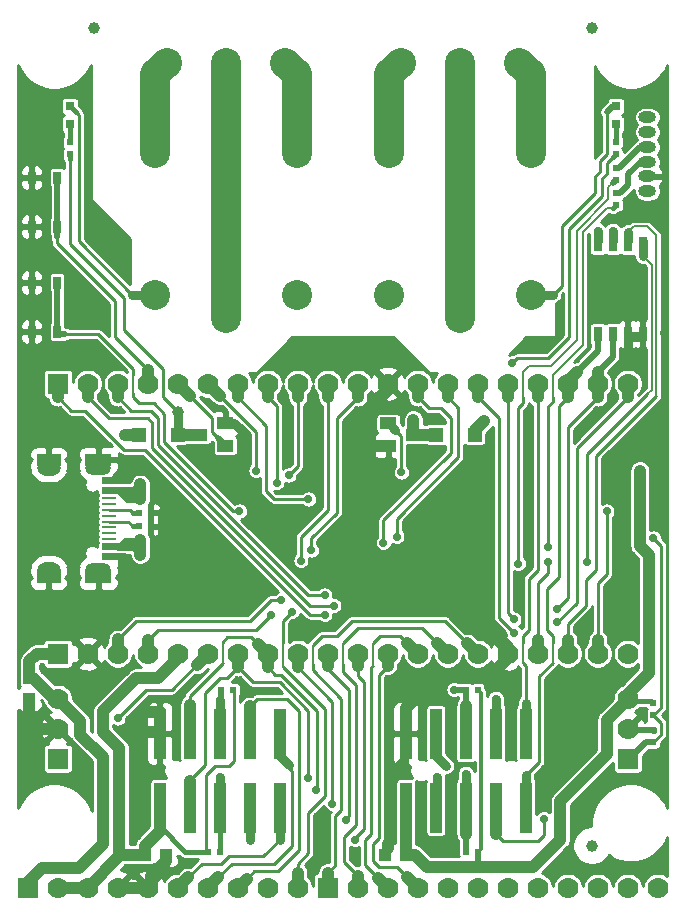
<source format=gbr>
G04 #@! TF.GenerationSoftware,KiCad,Pcbnew,5.1.0-rc2-unknown-036be7d~80~ubuntu16.04.1*
G04 #@! TF.CreationDate,2022-06-17T14:25:57+03:00*
G04 #@! TF.ProjectId,RT1010Py-DevKit_RevB,52543130-3130-4507-992d-4465764b6974,B*
G04 #@! TF.SameCoordinates,Original*
G04 #@! TF.FileFunction,Copper,L1,Top*
G04 #@! TF.FilePolarity,Positive*
%FSLAX46Y46*%
G04 Gerber Fmt 4.6, Leading zero omitted, Abs format (unit mm)*
G04 Created by KiCad (PCBNEW 5.1.0-rc2-unknown-036be7d~80~ubuntu16.04.1) date 2022-06-17 14:25:57*
%MOMM*%
%LPD*%
G04 APERTURE LIST*
%ADD10R,0.500000X0.550000*%
%ADD11R,1.000000X4.250000*%
%ADD12C,2.540000*%
%ADD13R,0.550000X0.500000*%
%ADD14R,0.800000X0.800000*%
%ADD15R,1.200000X1.200000*%
%ADD16C,1.778000*%
%ADD17R,1.778000X1.778000*%
%ADD18R,1.016000X1.016000*%
%ADD19O,1.500000X1.000000*%
%ADD20R,0.760000X1.270000*%
%ADD21R,1.400000X1.000000*%
%ADD22R,2.000000X1.100000*%
%ADD23R,2.200000X1.100000*%
%ADD24R,1.150000X0.250000*%
%ADD25O,2.200000X1.200000*%
%ADD26O,2.000000X1.300000*%
%ADD27R,1.150000X0.300000*%
%ADD28C,1.000000*%
%ADD29R,0.650000X1.050000*%
%ADD30C,0.700000*%
%ADD31C,0.508000*%
%ADD32C,1.016000*%
%ADD33C,0.762000*%
%ADD34C,0.304800*%
%ADD35C,0.406400*%
%ADD36C,0.254000*%
%ADD37C,0.457200*%
%ADD38C,0.558800*%
%ADD39C,0.177800*%
%ADD40C,2.540000*%
G04 APERTURE END LIST*
D10*
X108458000Y-117729000D03*
X107442000Y-117729000D03*
D11*
X102362000Y-127712000D03*
X102362000Y-121462000D03*
X104902000Y-127712000D03*
X104902000Y-121462000D03*
X107442000Y-127712000D03*
X107442000Y-121462000D03*
X109982000Y-127712000D03*
X109982000Y-121462000D03*
X112522000Y-127712000D03*
X112522000Y-121462000D03*
X81534000Y-127712000D03*
X81534000Y-121462000D03*
X84074000Y-127712000D03*
X84074000Y-121462000D03*
X86614000Y-127712000D03*
X86614000Y-121462000D03*
X89154000Y-127712000D03*
X89154000Y-121462000D03*
X91694000Y-127712000D03*
X91694000Y-121462000D03*
D12*
X106934000Y-86278000D03*
X112934000Y-72278000D03*
X100934000Y-72278000D03*
X100934000Y-84278000D03*
X112934000Y-84278000D03*
X87122000Y-86278000D03*
X93122000Y-72278000D03*
X81122000Y-72278000D03*
X81122000Y-84278000D03*
X93122000Y-84278000D03*
D13*
X123317000Y-122174000D03*
X123317000Y-121158000D03*
X123317000Y-118872000D03*
X123317000Y-119888000D03*
X120142000Y-71374000D03*
X120142000Y-72390000D03*
X73914000Y-71374000D03*
X73914000Y-72390000D03*
D14*
X120142000Y-69850000D03*
X120142000Y-68326000D03*
X73914000Y-69850000D03*
X73914000Y-68326000D03*
D15*
X104918000Y-96139000D03*
X108188000Y-96139000D03*
X83042000Y-96139000D03*
X79772000Y-96139000D03*
D12*
X101934000Y-64643000D03*
X111934000Y-64643000D03*
X106934000Y-64643000D03*
X82122000Y-64643000D03*
X92122000Y-64643000D03*
X87122000Y-64643000D03*
D16*
X123698000Y-134493000D03*
X121158000Y-134493000D03*
X103378000Y-134493000D03*
X100838000Y-134493000D03*
X98298000Y-134493000D03*
D17*
X95758000Y-134493000D03*
D16*
X105918000Y-134493000D03*
X108458000Y-134493000D03*
X113538000Y-134493000D03*
X110998000Y-134493000D03*
X116078000Y-134493000D03*
X118618000Y-134493000D03*
X72898000Y-118491000D03*
X72898000Y-121031000D03*
D17*
X72898000Y-123571000D03*
D16*
X121158000Y-118491000D03*
X121158000Y-121031000D03*
D17*
X121158000Y-123571000D03*
D16*
X80518000Y-91821000D03*
X77978000Y-91821000D03*
X75438000Y-91821000D03*
D17*
X72898000Y-91821000D03*
D16*
X83058000Y-91821000D03*
X85598000Y-91821000D03*
X90678000Y-91821000D03*
X88138000Y-91821000D03*
X93218000Y-91821000D03*
X95758000Y-91821000D03*
X100838000Y-91821000D03*
X98298000Y-91821000D03*
X103378000Y-91821000D03*
X105918000Y-91821000D03*
X110998000Y-91821000D03*
X108458000Y-91821000D03*
X118618000Y-91821000D03*
X121158000Y-91821000D03*
X116078000Y-91821000D03*
X113538000Y-91821000D03*
X80518000Y-114681000D03*
X77978000Y-114681000D03*
X75438000Y-114681000D03*
D17*
X72898000Y-114681000D03*
D16*
X83058000Y-114681000D03*
X85598000Y-114681000D03*
X90678000Y-114681000D03*
X88138000Y-114681000D03*
X93218000Y-114681000D03*
X95758000Y-114681000D03*
X100838000Y-114681000D03*
X98298000Y-114681000D03*
X103378000Y-114681000D03*
X105918000Y-114681000D03*
X110998000Y-114681000D03*
X108458000Y-114681000D03*
X118618000Y-114681000D03*
X121158000Y-114681000D03*
X116078000Y-114681000D03*
X113538000Y-114681000D03*
D18*
X70485000Y-118491000D03*
X70485000Y-116713000D03*
X80264000Y-131699000D03*
X82042000Y-131699000D03*
X102362000Y-131699000D03*
X100584000Y-131699000D03*
D19*
X122809000Y-69275000D03*
X122809000Y-70525000D03*
X122809000Y-71775000D03*
X122809000Y-73025000D03*
X122809000Y-74275000D03*
X122809000Y-75525000D03*
D13*
X120142000Y-75692000D03*
X120142000Y-76708000D03*
X120142000Y-73533000D03*
X120142000Y-74549000D03*
D10*
X79756000Y-103886000D03*
X80772000Y-103886000D03*
X79756000Y-102743000D03*
X80772000Y-102743000D03*
D20*
X118618000Y-80010000D03*
X119888000Y-80010000D03*
X121158000Y-80010000D03*
X122428000Y-80010000D03*
X122428000Y-87630000D03*
X121158000Y-87630000D03*
X119888000Y-87630000D03*
X118618000Y-87630000D03*
D21*
X87086440Y-97088960D03*
X87086440Y-95186500D03*
X84876640Y-96141540D03*
X100873560Y-95189040D03*
X100873560Y-97091500D03*
X103083360Y-96136460D03*
D22*
X72129000Y-108178600D03*
D23*
X76309000Y-108178600D03*
D22*
X72129000Y-98323400D03*
D23*
X76309000Y-98323400D03*
D24*
X77211000Y-101501000D03*
X77211000Y-102001000D03*
X77211000Y-102501000D03*
X77211000Y-105001000D03*
X77211000Y-103501000D03*
X77211000Y-104501000D03*
X77211000Y-104001000D03*
X77211000Y-103001000D03*
D25*
X76309000Y-107571000D03*
D26*
X72129000Y-107571000D03*
X72129000Y-98931000D03*
D25*
X76309000Y-98931000D03*
D27*
X77211000Y-100976000D03*
X77211000Y-105526000D03*
X77211000Y-100726000D03*
X77211000Y-105776000D03*
X77211000Y-100176000D03*
X77211000Y-106326000D03*
X77211000Y-99926000D03*
X77211000Y-106576000D03*
D28*
X118110000Y-130937000D03*
X118110000Y-61722000D03*
X75946000Y-61722000D03*
D29*
X72830000Y-83269000D03*
X72830000Y-87419000D03*
X70680000Y-83269000D03*
X70680000Y-87419000D03*
X72830000Y-74379000D03*
X72830000Y-78529000D03*
X70680000Y-74379000D03*
X70680000Y-78529000D03*
D10*
X85598000Y-131445000D03*
X86614000Y-131445000D03*
X108458000Y-131445000D03*
X107442000Y-131445000D03*
X87757000Y-117729000D03*
X86741000Y-117729000D03*
D16*
X93218000Y-134493000D03*
X90678000Y-134493000D03*
X85598000Y-134493000D03*
X88138000Y-134493000D03*
X83058000Y-134493000D03*
X80518000Y-134493000D03*
D17*
X70358000Y-134493000D03*
D16*
X72898000Y-134493000D03*
X75438000Y-134493000D03*
X77978000Y-134493000D03*
D30*
X70739000Y-82169000D03*
X70739000Y-73279000D03*
D28*
X99314000Y-97917000D03*
X97917000Y-97917000D03*
X88646000Y-97917000D03*
X80010000Y-121285000D03*
X101346000Y-124460000D03*
X121158000Y-89027000D03*
D30*
X124206000Y-87503000D03*
X70358000Y-68326000D03*
D28*
X117983000Y-121793000D03*
X86741000Y-105918000D03*
X85979000Y-106934000D03*
X81661000Y-105537000D03*
X81661000Y-106807000D03*
X81661000Y-108839000D03*
X80264000Y-108839000D03*
X80010000Y-119634000D03*
X79629000Y-125857000D03*
X79629000Y-124587000D03*
X81153000Y-99568000D03*
X80137000Y-98552000D03*
X87630000Y-98806000D03*
X117983000Y-120396000D03*
X114046000Y-124841000D03*
X114046000Y-126111000D03*
X107442000Y-103632000D03*
X108839000Y-103632000D03*
D30*
X112776000Y-105029000D03*
X112649000Y-95758000D03*
X117602000Y-95250000D03*
D28*
X109093000Y-97917000D03*
X107823000Y-97917000D03*
D30*
X92329000Y-97536000D03*
X94488000Y-97536000D03*
X94488000Y-94615000D03*
X94615000Y-132461000D03*
X98044000Y-131826000D03*
X95250000Y-129921000D03*
X88773000Y-117729000D03*
X100838000Y-122047000D03*
X100838000Y-117475000D03*
X102489000Y-116332000D03*
X103759000Y-117475000D03*
X102489000Y-118491000D03*
X106172000Y-126492000D03*
X123444000Y-124460000D03*
D28*
X76327000Y-89281000D03*
X76327000Y-86487000D03*
D30*
X91694000Y-89916000D03*
X115443000Y-85090000D03*
X113030000Y-88519000D03*
D28*
X120777000Y-97155000D03*
X122047000Y-95885000D03*
D30*
X91059000Y-105283000D03*
X88265000Y-107696000D03*
D28*
X99314000Y-110744000D03*
X100584000Y-110744000D03*
D30*
X72136000Y-70993000D03*
X71755000Y-76454000D03*
X71755000Y-80264000D03*
X71882000Y-85471000D03*
X69977000Y-88646000D03*
X69977000Y-95758000D03*
X70485000Y-101219000D03*
X70485000Y-105029000D03*
X75057000Y-102108000D03*
X75184000Y-104521000D03*
X72390000Y-103251000D03*
X73152000Y-111379000D03*
X70358000Y-110490000D03*
X70358000Y-113030000D03*
X70485000Y-123698000D03*
X115951000Y-132207000D03*
X106680000Y-110871000D03*
X104394000Y-105283000D03*
X120777000Y-111379000D03*
X124206000Y-103886000D03*
X124206000Y-100203000D03*
X120396000Y-104902000D03*
X121158000Y-108458000D03*
X96774000Y-89281000D03*
X119380000Y-83312000D03*
X118999000Y-66675000D03*
D28*
X122174000Y-100457000D03*
X122174000Y-99187000D03*
X78613000Y-96139000D03*
X79883000Y-100330000D03*
X79883000Y-101600000D03*
X79883000Y-105029000D03*
X79883000Y-106299000D03*
X108966000Y-94996000D03*
D30*
X105029000Y-125095000D03*
X114427000Y-105664000D03*
X90932000Y-111379000D03*
X105791000Y-124206000D03*
X111887000Y-107061000D03*
X91821000Y-110109000D03*
X77978000Y-120142000D03*
X94742000Y-126238000D03*
X94107000Y-125222000D03*
X96139000Y-127381000D03*
X97282000Y-128778000D03*
X98044000Y-130429000D03*
X88265000Y-102616000D03*
X119380000Y-102616000D03*
X114427000Y-106934000D03*
X117729000Y-106934000D03*
X95504000Y-109728000D03*
X96266000Y-110617000D03*
X95504000Y-111379000D03*
X101981000Y-99314000D03*
X89662000Y-99187000D03*
X89154000Y-130429000D03*
X91440000Y-100203000D03*
X94107000Y-101600000D03*
X123317000Y-104902000D03*
X92456000Y-99568000D03*
X93472000Y-106807000D03*
X92456000Y-124079000D03*
X91694000Y-130429000D03*
X94361000Y-105918000D03*
X100457000Y-105283000D03*
X86614000Y-118618000D03*
X86614000Y-125095000D03*
X101600000Y-104775000D03*
X109982000Y-118491000D03*
X111506000Y-111760000D03*
X114046000Y-128651000D03*
X111506000Y-112903000D03*
X106426000Y-117729000D03*
X115189000Y-110871000D03*
X107442000Y-124841000D03*
X115189000Y-112014000D03*
D28*
X83058000Y-94234000D03*
X102997000Y-94869000D03*
D30*
X111379000Y-90043000D03*
X118618000Y-78867000D03*
X119888000Y-78867000D03*
X92710000Y-111125000D03*
D31*
X70680000Y-82228000D02*
X70739000Y-82169000D01*
X70680000Y-83269000D02*
X70680000Y-82228000D01*
X70680000Y-73338000D02*
X70739000Y-73279000D01*
X70680000Y-74379000D02*
X70680000Y-73338000D01*
X70680000Y-87419000D02*
X70680000Y-85530000D01*
X70680000Y-83269000D02*
X70680000Y-85530000D01*
X70680000Y-78529000D02*
X70680000Y-76776000D01*
X70680000Y-74379000D02*
X70680000Y-76776000D01*
D32*
X100838000Y-91821000D02*
X100838000Y-92329000D01*
X100838000Y-92329000D02*
X99314000Y-93853000D01*
D33*
X87086440Y-95186500D02*
X87820500Y-95186500D01*
X88646000Y-96012000D02*
X88646000Y-97917000D01*
X87820500Y-95186500D02*
X88646000Y-96012000D01*
D32*
X81357000Y-121285000D02*
X81534000Y-121462000D01*
X80010000Y-121285000D02*
X81357000Y-121285000D01*
X77978000Y-134493000D02*
X80518000Y-134493000D01*
X80645000Y-134366000D02*
X80518000Y-134493000D01*
X100873560Y-97091500D02*
X99504500Y-97091500D01*
X99504500Y-97091500D02*
X99314000Y-97282000D01*
X99314000Y-97282000D02*
X99314000Y-97917000D01*
X99314000Y-93853000D02*
X99314000Y-97282000D01*
D31*
X102362000Y-121462000D02*
X102362000Y-123444000D01*
X102362000Y-123444000D02*
X101346000Y-124460000D01*
X121158000Y-88011000D02*
X121158000Y-87376000D01*
X122428000Y-88011000D02*
X121158000Y-88011000D01*
X122428000Y-87376000D02*
X122428000Y-88011000D01*
D33*
X121158000Y-87630000D02*
X121158000Y-89027000D01*
D31*
X121158000Y-121031000D02*
X121285000Y-121158000D01*
X121285000Y-121158000D02*
X123317000Y-121158000D01*
D32*
X85918686Y-106873686D02*
X85979000Y-106934000D01*
X82997686Y-106873686D02*
X85918686Y-106873686D01*
X81661000Y-105537000D02*
X82997686Y-106873686D01*
D34*
X77828000Y-99926000D02*
X77978000Y-100076000D01*
X77211000Y-99926000D02*
X77828000Y-99926000D01*
X77211000Y-100176000D02*
X77878000Y-100176000D01*
X77878000Y-100176000D02*
X77978000Y-100076000D01*
D33*
X77828000Y-99926000D02*
X77828000Y-99718000D01*
X77828000Y-99718000D02*
X78613000Y-98933000D01*
D31*
X76309000Y-98323400D02*
X78384400Y-98323400D01*
D35*
X80772000Y-102743000D02*
X81534000Y-102743000D01*
X80772000Y-103886000D02*
X81534000Y-103886000D01*
X81534000Y-103886000D02*
X81534000Y-102743000D01*
X81534000Y-105410000D02*
X81661000Y-105537000D01*
X81534000Y-103886000D02*
X81534000Y-105410000D01*
D34*
X77211000Y-106326000D02*
X78132000Y-106326000D01*
X78132000Y-106326000D02*
X78232000Y-106426000D01*
X78082000Y-106576000D02*
X78232000Y-106426000D01*
X77211000Y-106576000D02*
X78082000Y-106576000D01*
D31*
X78232000Y-106426000D02*
X78613000Y-106426000D01*
X78613000Y-106426000D02*
X79629000Y-107442000D01*
X78232000Y-107442000D02*
X78486000Y-107696000D01*
X78232000Y-106426000D02*
X78232000Y-107442000D01*
D32*
X80010000Y-119634000D02*
X80010000Y-121285000D01*
X81534000Y-121462000D02*
X81534000Y-119761000D01*
X81407000Y-119634000D02*
X80010000Y-119634000D01*
X81534000Y-119761000D02*
X81407000Y-119634000D01*
X81534000Y-121462000D02*
X81534000Y-119634000D01*
X80772000Y-133509940D02*
X80772000Y-134366000D01*
X82042000Y-132239940D02*
X80772000Y-133509940D01*
X82042000Y-131699000D02*
X82042000Y-132239940D01*
X80137000Y-98552000D02*
X81153000Y-99568000D01*
D33*
X80137000Y-98552000D02*
X79629000Y-98552000D01*
X78255000Y-99926000D02*
X77828000Y-99926000D01*
X79629000Y-98552000D02*
X78255000Y-99926000D01*
D32*
X117983000Y-122301000D02*
X117983000Y-121793000D01*
X115443000Y-124841000D02*
X117983000Y-122301000D01*
X114046000Y-124841000D02*
X115443000Y-124841000D01*
X110998000Y-114091185D02*
X110998000Y-114681000D01*
X108839000Y-111932185D02*
X110998000Y-114091185D01*
X108839000Y-103632000D02*
X108839000Y-111932185D01*
X102362000Y-121462000D02*
X102362000Y-119255509D01*
X102362000Y-119255509D02*
X105158509Y-116459000D01*
X105158509Y-116459000D02*
X109601000Y-116459000D01*
X110998000Y-115062000D02*
X110998000Y-114681000D01*
X109601000Y-116459000D02*
X110998000Y-115062000D01*
D36*
X117983000Y-120396000D02*
X117983000Y-118364000D01*
X117983000Y-118364000D02*
X117348000Y-117729000D01*
X117348000Y-117729000D02*
X117348000Y-112776000D01*
X117983000Y-118364000D02*
X119888000Y-116459000D01*
X119888000Y-116459000D02*
X119888000Y-112903000D01*
D32*
X108839000Y-98171000D02*
X108839000Y-103632000D01*
X109093000Y-97917000D02*
X108839000Y-98171000D01*
D36*
X117602000Y-95250000D02*
X119888000Y-92964000D01*
X119888000Y-92964000D02*
X119888000Y-90932000D01*
D32*
X70612000Y-121031000D02*
X72898000Y-121031000D01*
X70485000Y-120904000D02*
X70612000Y-121031000D01*
X70485000Y-118491000D02*
X70485000Y-120904000D01*
D31*
X101092000Y-131191000D02*
X100584000Y-131699000D01*
X101092000Y-124714000D02*
X101092000Y-131191000D01*
X101346000Y-124460000D02*
X101092000Y-124714000D01*
D36*
X123444000Y-124460000D02*
X124460000Y-123444000D01*
X124460000Y-123444000D02*
X124460000Y-102997000D01*
X124460000Y-102997000D02*
X124206000Y-102743000D01*
X76327000Y-89281000D02*
X76708000Y-89662000D01*
X76708000Y-89662000D02*
X76708000Y-93345000D01*
D32*
X99314000Y-110744000D02*
X99314000Y-97917000D01*
X72898000Y-134493000D02*
X75438000Y-134493000D01*
D37*
X123131678Y-118686678D02*
X123317000Y-118872000D01*
X121353678Y-118686678D02*
X123131678Y-118686678D01*
X121158000Y-118491000D02*
X121353678Y-118686678D01*
D32*
X81534000Y-129286000D02*
X81534000Y-127712000D01*
X81534000Y-129667000D02*
X81534000Y-129286000D01*
X80264000Y-130937000D02*
X81534000Y-129667000D01*
X80264000Y-131699000D02*
X80264000Y-130937000D01*
X78105000Y-131699000D02*
X80264000Y-131699000D01*
X78105000Y-131826000D02*
X75438000Y-134493000D01*
X78105000Y-131699000D02*
X78105000Y-131826000D01*
D37*
X81534000Y-129286000D02*
X83693000Y-131445000D01*
X83693000Y-131445000D02*
X85598000Y-131445000D01*
D32*
X122174000Y-99187000D02*
X122174000Y-105537000D01*
X122174000Y-105537000D02*
X122936000Y-106299000D01*
X122936000Y-106299000D02*
X122936000Y-116295455D01*
X121158000Y-118073455D02*
X121158000Y-118491000D01*
X122936000Y-116295455D02*
X121158000Y-118073455D01*
X76706144Y-121283144D02*
X78105000Y-122682000D01*
X76706144Y-119563206D02*
X76706144Y-121283144D01*
X83058000Y-115045928D02*
X81390928Y-116713000D01*
X83058000Y-114681000D02*
X83058000Y-115045928D01*
X79556350Y-116713000D02*
X76706144Y-119563206D01*
X78105000Y-122682000D02*
X78105000Y-131699000D01*
X81390928Y-116713000D02*
X79556350Y-116713000D01*
D36*
X85471000Y-124968000D02*
X85471000Y-131318000D01*
X86233000Y-124206000D02*
X85471000Y-124968000D01*
X87757000Y-117729000D02*
X87825791Y-117797791D01*
X85471000Y-131318000D02*
X85598000Y-131445000D01*
X87825791Y-123756209D02*
X87376000Y-124206000D01*
X87825791Y-117797791D02*
X87825791Y-123756209D01*
X87376000Y-124206000D02*
X86233000Y-124206000D01*
D32*
X102362000Y-127712000D02*
X102362000Y-131699000D01*
X103124000Y-131699000D02*
X102362000Y-131699000D01*
X104140000Y-132715000D02*
X103124000Y-131699000D01*
D31*
X108458000Y-132715000D02*
X108458000Y-131445000D01*
D32*
X108458000Y-132715000D02*
X104140000Y-132715000D01*
D34*
X108712000Y-131191000D02*
X108458000Y-131445000D01*
X108712000Y-117983000D02*
X108712000Y-131191000D01*
X108458000Y-117729000D02*
X108712000Y-117983000D01*
D32*
X113157000Y-132715000D02*
X108458000Y-132715000D01*
X115443000Y-130429000D02*
X113157000Y-132715000D01*
X121158000Y-118491000D02*
X119380000Y-120269000D01*
X119380000Y-120269000D02*
X119380000Y-123190000D01*
X119380000Y-123190000D02*
X115443000Y-127127000D01*
X115443000Y-127127000D02*
X115443000Y-130429000D01*
D33*
X112934000Y-84278000D02*
X114858000Y-84278000D01*
D36*
X115570000Y-83566000D02*
X114858000Y-84278000D01*
X115570000Y-78486000D02*
X115570000Y-83566000D01*
D33*
X81122000Y-84278000D02*
X79198000Y-84278000D01*
D32*
X78613000Y-96139000D02*
X79772000Y-96139000D01*
X70358000Y-134493000D02*
X70358000Y-134060899D01*
X70358000Y-134060899D02*
X71576899Y-132842000D01*
X71576899Y-132842000D02*
X73025000Y-132842000D01*
D35*
X73914000Y-68326000D02*
X74422000Y-68834000D01*
D36*
X74676000Y-79756000D02*
X79198000Y-84278000D01*
X74676000Y-69088000D02*
X74676000Y-79756000D01*
X74422000Y-68834000D02*
X74676000Y-69088000D01*
D31*
X119888000Y-68326000D02*
X119380000Y-68834000D01*
X120142000Y-68326000D02*
X119888000Y-68326000D01*
D36*
X118364000Y-74295000D02*
X118364000Y-75692000D01*
X119380000Y-68834000D02*
X119380000Y-72390000D01*
X119380000Y-72390000D02*
X118819884Y-72950116D01*
X118819884Y-72950116D02*
X118819884Y-73839116D01*
X118819884Y-73839116D02*
X118364000Y-74295000D01*
X118364000Y-75692000D02*
X115570000Y-78486000D01*
D34*
X77211000Y-100976000D02*
X77967000Y-100976000D01*
X77967000Y-100976000D02*
X78105000Y-100838000D01*
X77993000Y-100726000D02*
X78105000Y-100838000D01*
X77211000Y-100726000D02*
X77993000Y-100726000D01*
D38*
X78867000Y-101600000D02*
X79883000Y-101600000D01*
D31*
X79375000Y-100838000D02*
X79883000Y-100330000D01*
D38*
X78105000Y-100838000D02*
X79375000Y-100838000D01*
X78791389Y-101600000D02*
X78867000Y-101600000D01*
X78105000Y-100838000D02*
X78105000Y-100913611D01*
X78575195Y-101383805D02*
X78791389Y-101600000D01*
X78105000Y-100913611D02*
X78575195Y-101383805D01*
D32*
X79883000Y-100838000D02*
X79883000Y-100330000D01*
X79883000Y-101600000D02*
X79883000Y-100838000D01*
D31*
X78716078Y-101242922D02*
X79478078Y-101242922D01*
X79478078Y-101242922D02*
X79883000Y-100838000D01*
X78575195Y-101383805D02*
X78716078Y-101242922D01*
D34*
X77211000Y-105776000D02*
X77866000Y-105776000D01*
X77866000Y-105776000D02*
X77978000Y-105664000D01*
D31*
X79756000Y-105664000D02*
X79883000Y-105537000D01*
D32*
X79883000Y-105537000D02*
X79883000Y-105029000D01*
X79883000Y-106299000D02*
X79883000Y-105537000D01*
D31*
X77978000Y-105664000D02*
X77978000Y-105649801D01*
D34*
X78435200Y-105664000D02*
X77978000Y-105664000D01*
X78297200Y-105526000D02*
X78435200Y-105664000D01*
X77211000Y-105526000D02*
X78297200Y-105526000D01*
D37*
X78613000Y-105029000D02*
X79883000Y-105029000D01*
X79552800Y-105206800D02*
X79883000Y-105537000D01*
X78435200Y-105206800D02*
X79552800Y-105206800D01*
X77978000Y-105664000D02*
X78435200Y-105206800D01*
X78435200Y-105206800D02*
X78613000Y-105029000D01*
D32*
X76678746Y-130839254D02*
X76678746Y-123414746D01*
X76678746Y-123414746D02*
X74803000Y-121539000D01*
X74676000Y-132842000D02*
X76678746Y-130839254D01*
X73152000Y-132842000D02*
X74676000Y-132842000D01*
X74803000Y-121539000D02*
X74803000Y-120396000D01*
X74803000Y-120396000D02*
X72898000Y-118491000D01*
X108204000Y-96139000D02*
X108204000Y-95758000D01*
X108204000Y-95758000D02*
X108966000Y-94996000D01*
X72600455Y-118491000D02*
X72898000Y-118491000D01*
X70822455Y-116713000D02*
X72600455Y-118491000D01*
X70485000Y-116713000D02*
X70822455Y-116713000D01*
X70485000Y-115310042D02*
X70485000Y-116713000D01*
X71114042Y-114681000D02*
X70485000Y-115310042D01*
X72898000Y-114681000D02*
X71114042Y-114681000D01*
D38*
X77978000Y-105664000D02*
X79756000Y-105664000D01*
D31*
X79248000Y-105664000D02*
X78994000Y-105664000D01*
X79883000Y-106299000D02*
X79248000Y-105664000D01*
D33*
X104902000Y-125730000D02*
X104902000Y-127712000D01*
X105029000Y-125095000D02*
X105029000Y-125603000D01*
X105029000Y-125603000D02*
X104902000Y-125730000D01*
D35*
X120142000Y-76708000D02*
X119888000Y-76962000D01*
D39*
X114799584Y-91067416D02*
X114799584Y-92955584D01*
X119888000Y-76962000D02*
X119380000Y-76962000D01*
X119380000Y-76962000D02*
X117348000Y-78994000D01*
X117348000Y-78994000D02*
X117348000Y-88519000D01*
X117348000Y-88519000D02*
X114799584Y-91067416D01*
D36*
X114427000Y-93726000D02*
X114427000Y-105664000D01*
X114799584Y-93353416D02*
X114427000Y-93726000D01*
X114799584Y-92955584D02*
X114799584Y-93353416D01*
D32*
X80518000Y-113538000D02*
X80518000Y-114681000D01*
D36*
X89662000Y-112649000D02*
X90932000Y-111379000D01*
X81407000Y-112649000D02*
X89662000Y-112649000D01*
X80518000Y-113538000D02*
X81407000Y-112649000D01*
D33*
X104902000Y-123317000D02*
X104902000Y-121462000D01*
X105791000Y-124206000D02*
X104902000Y-123317000D01*
D31*
X120142000Y-74549000D02*
X119888000Y-74803000D01*
D39*
X119507000Y-76200000D02*
X119507000Y-75184000D01*
X114681000Y-90297000D02*
X116840000Y-88138000D01*
X119507000Y-75184000D02*
X119888000Y-74803000D01*
X116840000Y-78867000D02*
X119507000Y-76200000D01*
X116840000Y-88138000D02*
X116840000Y-78867000D01*
X112776000Y-90297000D02*
X114681000Y-90297000D01*
X112268000Y-90805000D02*
X112776000Y-90297000D01*
X112268000Y-92964000D02*
X112268000Y-90805000D01*
D36*
X112268000Y-92964000D02*
X112268000Y-93472000D01*
X112268000Y-93472000D02*
X111887000Y-93853000D01*
X111887000Y-93853000D02*
X111887000Y-107061000D01*
D32*
X77978000Y-113455900D02*
X77978000Y-114681000D01*
D36*
X89154000Y-111887000D02*
X90932000Y-110109000D01*
X90932000Y-110109000D02*
X91821000Y-110109000D01*
X79546900Y-111887000D02*
X89154000Y-111887000D01*
X77978000Y-113455900D02*
X79546900Y-111887000D01*
D32*
X85598000Y-114681000D02*
X84645500Y-115633500D01*
D39*
X84518500Y-115760500D02*
X84645500Y-115633500D01*
D36*
X80391000Y-117729000D02*
X77978000Y-120142000D01*
X82550000Y-117729000D02*
X80391000Y-117729000D01*
X84518500Y-115760500D02*
X82550000Y-117729000D01*
D32*
X90678000Y-114681000D02*
X89852500Y-113855500D01*
X90678000Y-114681000D02*
X90678000Y-115824000D01*
D36*
X89281000Y-113284000D02*
X87249000Y-113284000D01*
X89852500Y-113855500D02*
X89281000Y-113284000D01*
X87249000Y-113284000D02*
X86868000Y-113665000D01*
D32*
X84074000Y-121462000D02*
X84074000Y-118999000D01*
D39*
X86868000Y-115443000D02*
X86868000Y-113665000D01*
D36*
X84074000Y-118237000D02*
X86868000Y-115443000D01*
X84074000Y-118999000D02*
X84074000Y-118237000D01*
X91313000Y-116459000D02*
X90678000Y-115824000D01*
X91821000Y-116459000D02*
X91313000Y-116459000D01*
X94742000Y-126238000D02*
X94869000Y-126111000D01*
X94869000Y-126111000D02*
X94869000Y-119507000D01*
X94869000Y-119507000D02*
X91821000Y-116459000D01*
D32*
X88138000Y-114681000D02*
X88138000Y-115824000D01*
X84074000Y-127712000D02*
X84074000Y-125476000D01*
D39*
X84074000Y-125222000D02*
X84074000Y-125476000D01*
D36*
X87249000Y-116713000D02*
X88138000Y-115824000D01*
X86614000Y-116713000D02*
X87249000Y-116713000D01*
X84074000Y-125476000D02*
X84074000Y-125349000D01*
X84074000Y-125349000D02*
X85344000Y-124079000D01*
X85344000Y-124079000D02*
X85344000Y-117983000D01*
X85344000Y-117983000D02*
X86614000Y-116713000D01*
X89408000Y-117094000D02*
X88138000Y-115824000D01*
X94107000Y-119507000D02*
X91694000Y-117094000D01*
X91694000Y-117094000D02*
X89408000Y-117094000D01*
X94107000Y-125222000D02*
X94107000Y-119507000D01*
D32*
X93218000Y-114681000D02*
X93218000Y-115824000D01*
D36*
X96139000Y-127381000D02*
X96139000Y-118745000D01*
X96139000Y-118745000D02*
X93218000Y-115824000D01*
D32*
X95758000Y-114681000D02*
X95758000Y-115697000D01*
D36*
X97282000Y-128778000D02*
X97282000Y-128651000D01*
X97282000Y-128651000D02*
X97536000Y-128397000D01*
X97536000Y-128397000D02*
X97536000Y-117729000D01*
X95758000Y-115951000D02*
X95758000Y-115697000D01*
X97536000Y-117729000D02*
X95758000Y-115951000D01*
D32*
X100838000Y-115697000D02*
X100838000Y-114681000D01*
X103378000Y-134493000D02*
X102489000Y-133604000D01*
D36*
X100076000Y-116459000D02*
X100838000Y-115697000D01*
X100076000Y-130302000D02*
X100076000Y-116459000D01*
X99568000Y-130810000D02*
X100076000Y-130302000D01*
X102489000Y-133604000D02*
X101600000Y-132715000D01*
X100076000Y-132715000D02*
X99568000Y-132207000D01*
X99568000Y-132207000D02*
X99568000Y-130810000D01*
X101600000Y-132715000D02*
X100076000Y-132715000D01*
D32*
X98298000Y-114681000D02*
X98298000Y-115697000D01*
D36*
X98298000Y-116553384D02*
X98298000Y-115697000D01*
X98044000Y-130429000D02*
X98044000Y-130302000D01*
X98044000Y-130302000D02*
X98806000Y-129540000D01*
X98806000Y-129540000D02*
X98806000Y-117061384D01*
X98806000Y-117061384D02*
X98298000Y-116553384D01*
D32*
X103378000Y-114681000D02*
X102489000Y-113792000D01*
D36*
X101854000Y-113157000D02*
X100203000Y-113157000D01*
X102489000Y-113792000D02*
X101854000Y-113157000D01*
X100203000Y-113157000D02*
X99568000Y-113792000D01*
D32*
X100838000Y-134493000D02*
X100012500Y-133667500D01*
D39*
X100012500Y-133667500D02*
X99822000Y-133477000D01*
D36*
X99441000Y-115824000D02*
X99568000Y-115697000D01*
X99441000Y-129921000D02*
X99441000Y-115824000D01*
D39*
X99568000Y-115697000D02*
X99568000Y-113792000D01*
D36*
X99822000Y-133477000D02*
X98933000Y-132588000D01*
X98933000Y-132588000D02*
X98933000Y-130429000D01*
X98933000Y-130429000D02*
X99441000Y-129921000D01*
D32*
X105918000Y-114681000D02*
X105029000Y-113792000D01*
D39*
X104902000Y-113665000D02*
X105029000Y-113792000D01*
D36*
X98298000Y-112522000D02*
X97028000Y-113792000D01*
X103759000Y-112522000D02*
X98298000Y-112522000D01*
X104902000Y-113665000D02*
X103759000Y-112522000D01*
D39*
X97028000Y-115570000D02*
X97028000Y-113792000D01*
D32*
X98298000Y-134493000D02*
X98298000Y-133486762D01*
D36*
X97028000Y-116205000D02*
X97028000Y-115570000D01*
X98171000Y-117348000D02*
X97028000Y-116205000D01*
X98298000Y-133486762D02*
X97155000Y-132343762D01*
X97155000Y-132343762D02*
X97155000Y-130175000D01*
X97155000Y-130175000D02*
X98171000Y-129159000D01*
X98171000Y-129159000D02*
X98171000Y-117348000D01*
D32*
X108458000Y-114681000D02*
X107569000Y-113792000D01*
D36*
X95250000Y-113157000D02*
X94488000Y-113919000D01*
X96520000Y-113157000D02*
X95250000Y-113157000D01*
X107569000Y-113792000D02*
X105664000Y-111887000D01*
X105664000Y-111887000D02*
X97790000Y-111887000D01*
X97790000Y-111887000D02*
X96520000Y-113157000D01*
D39*
X94488000Y-115570000D02*
X94488000Y-113919000D01*
D32*
X95758000Y-134493000D02*
X95758000Y-133223000D01*
D36*
X96901000Y-118517533D02*
X94488000Y-116104533D01*
X95758000Y-133223000D02*
X96393000Y-132588000D01*
X96393000Y-132588000D02*
X96393000Y-128397000D01*
X96393000Y-128397000D02*
X96901000Y-127889000D01*
X94488000Y-116104533D02*
X94488000Y-115570000D01*
X96901000Y-127889000D02*
X96901000Y-118517533D01*
D31*
X72830000Y-87419000D02*
X72830000Y-85920000D01*
X72830000Y-83269000D02*
X72830000Y-85920000D01*
D32*
X118618000Y-114681000D02*
X118618000Y-113538000D01*
D31*
X73025000Y-87630000D02*
X73533000Y-87630000D01*
X72830000Y-87435000D02*
X73025000Y-87630000D01*
X72830000Y-87419000D02*
X72830000Y-87435000D01*
D36*
X119380000Y-102616000D02*
X119380000Y-107950000D01*
X119380000Y-107950000D02*
X118618000Y-108712000D01*
X118618000Y-108712000D02*
X118618000Y-113538000D01*
X79248000Y-92964000D02*
X79756000Y-93472000D01*
X79248000Y-92583000D02*
X79248000Y-92964000D01*
X81026000Y-93472000D02*
X81915000Y-94361000D01*
X79756000Y-93472000D02*
X81026000Y-93472000D01*
X81915000Y-96774000D02*
X87757000Y-102616000D01*
X81915000Y-94361000D02*
X81915000Y-96774000D01*
X87757000Y-102616000D02*
X88265000Y-102616000D01*
X79248000Y-90551000D02*
X76327000Y-87630000D01*
X79248000Y-91059000D02*
X79248000Y-90551000D01*
D39*
X79248000Y-92583000D02*
X79248000Y-91059000D01*
D36*
X73533000Y-87630000D02*
X76327000Y-87630000D01*
D32*
X116078000Y-114681000D02*
X116078000Y-113538000D01*
D33*
X121158000Y-79756000D02*
X121158000Y-78994000D01*
D39*
X121158000Y-78994000D02*
X121666000Y-78486000D01*
X121666000Y-78486000D02*
X122809000Y-78486000D01*
X122809000Y-78486000D02*
X123571000Y-79248000D01*
X123571000Y-79248000D02*
X123571000Y-92837000D01*
D36*
X118491000Y-97917000D02*
X123571000Y-92837000D01*
X118491000Y-107569000D02*
X118491000Y-97917000D01*
X116078000Y-113538000D02*
X116078000Y-112141000D01*
X116078000Y-112141000D02*
X117602000Y-110617000D01*
X117602000Y-110617000D02*
X117602000Y-108458000D01*
X117602000Y-108458000D02*
X118491000Y-107569000D01*
D33*
X122428000Y-79756000D02*
X122428000Y-81026000D01*
D32*
X113538000Y-114681000D02*
X113538000Y-113538000D01*
D36*
X113538000Y-108712000D02*
X113538000Y-113538000D01*
X114427000Y-107823000D02*
X113538000Y-108712000D01*
X114427000Y-106934000D02*
X114427000Y-107823000D01*
D39*
X123190000Y-81788000D02*
X122428000Y-81026000D01*
X123190000Y-92329000D02*
X123190000Y-81788000D01*
D36*
X117729000Y-97790000D02*
X122809000Y-92710000D01*
X117729000Y-106934000D02*
X117729000Y-97790000D01*
D39*
X122809000Y-92710000D02*
X123190000Y-92329000D01*
D31*
X72830000Y-74379000D02*
X72830000Y-75760000D01*
X72830000Y-78529000D02*
X72830000Y-75760000D01*
X72830000Y-78529000D02*
X72830000Y-79434000D01*
D32*
X80518000Y-91821000D02*
X80518000Y-90678000D01*
D36*
X72830000Y-79942000D02*
X72830000Y-79434000D01*
X77724000Y-84836000D02*
X72830000Y-79942000D01*
X77724000Y-87884000D02*
X77724000Y-84836000D01*
X80518000Y-90678000D02*
X77724000Y-87884000D01*
D32*
X77978000Y-91821000D02*
X77978000Y-92964000D01*
D36*
X81407000Y-97028000D02*
X81407000Y-94742000D01*
X94107000Y-109728000D02*
X81407000Y-97028000D01*
X95504000Y-109728000D02*
X94107000Y-109728000D01*
X80772000Y-94107000D02*
X79121000Y-94107000D01*
X79121000Y-94107000D02*
X77978000Y-92964000D01*
X81407000Y-94742000D02*
X80772000Y-94107000D01*
D32*
X75438000Y-91821000D02*
X75438000Y-92964000D01*
D36*
X80899000Y-97282000D02*
X80899000Y-95123000D01*
X94234000Y-110617000D02*
X80899000Y-97282000D01*
X96266000Y-110617000D02*
X94234000Y-110617000D01*
X80899000Y-95123000D02*
X80518000Y-94742000D01*
X80518000Y-94742000D02*
X77216000Y-94742000D01*
X77216000Y-94742000D02*
X75438000Y-92964000D01*
D32*
X72898000Y-91821000D02*
X72898000Y-92964000D01*
D39*
X73152000Y-93218000D02*
X72898000Y-92964000D01*
D36*
X80264000Y-97409000D02*
X78486000Y-97409000D01*
X94234000Y-111379000D02*
X80264000Y-97409000D01*
X95504000Y-111379000D02*
X94234000Y-111379000D01*
X75184000Y-94107000D02*
X74041000Y-94107000D01*
X78486000Y-97409000D02*
X75184000Y-94107000D01*
X74041000Y-94107000D02*
X73152000Y-93218000D01*
D32*
X83058000Y-91821000D02*
X84074000Y-92837000D01*
D31*
X87086440Y-97088960D02*
X87086440Y-96992440D01*
X87086440Y-96992440D02*
X86487000Y-96393000D01*
D36*
X85979000Y-94742000D02*
X84074000Y-92837000D01*
X85979000Y-95885000D02*
X85979000Y-94742000D01*
X86487000Y-96393000D02*
X85979000Y-95885000D01*
D33*
X100904040Y-95189040D02*
X101473000Y-95758000D01*
X100873560Y-95189040D02*
X100904040Y-95189040D01*
D32*
X85598000Y-91821000D02*
X86614000Y-92837000D01*
D36*
X101981000Y-96266000D02*
X101981000Y-99314000D01*
X101473000Y-95758000D02*
X101981000Y-96266000D01*
X86614000Y-92837000D02*
X89662000Y-95885000D01*
X89662000Y-95885000D02*
X89662000Y-99187000D01*
D32*
X90678000Y-91821000D02*
X90678000Y-92964000D01*
D33*
X89154000Y-127712000D02*
X89154000Y-130429000D01*
D39*
X90932000Y-93218000D02*
X90678000Y-92964000D01*
D36*
X91440000Y-93726000D02*
X90932000Y-93218000D01*
X91440000Y-100203000D02*
X91440000Y-93726000D01*
D31*
X122682000Y-122174000D02*
X123317000Y-122174000D01*
X121285000Y-123571000D02*
X122682000Y-122174000D01*
X121158000Y-123571000D02*
X121285000Y-123571000D01*
D36*
X123952000Y-119253000D02*
X123317000Y-119888000D01*
X123952000Y-105537000D02*
X123952000Y-119253000D01*
X123317000Y-104902000D02*
X123952000Y-105537000D01*
X91195582Y-101600000D02*
X94107000Y-101600000D01*
X90551000Y-100955418D02*
X91195582Y-101600000D01*
X90551000Y-95377000D02*
X90551000Y-100955418D01*
D32*
X88138000Y-91821000D02*
X88138000Y-92964000D01*
D36*
X88138000Y-92964000D02*
X90551000Y-95377000D01*
X123317000Y-122174000D02*
X123952000Y-121539000D01*
X123952000Y-120523000D02*
X123952000Y-121539000D01*
X123317000Y-119888000D02*
X123952000Y-120523000D01*
D32*
X93218000Y-91821000D02*
X93218000Y-92964000D01*
X89154000Y-121462000D02*
X89154000Y-119126000D01*
X88138000Y-134493000D02*
X88900000Y-133731000D01*
D36*
X89535000Y-133096000D02*
X88900000Y-133731000D01*
X91567000Y-133096000D02*
X89535000Y-133096000D01*
X89154000Y-119126000D02*
X89789000Y-118491000D01*
X93345000Y-119507000D02*
X93345000Y-131318000D01*
X93345000Y-131318000D02*
X91567000Y-133096000D01*
X89789000Y-118491000D02*
X92329000Y-118491000D01*
X92329000Y-118491000D02*
X93345000Y-119507000D01*
X92456000Y-99568000D02*
X93218000Y-98806000D01*
X93218000Y-98806000D02*
X93218000Y-92964000D01*
D32*
X95758000Y-91821000D02*
X95758000Y-92964000D01*
D36*
X95758000Y-102489000D02*
X95758000Y-92964000D01*
X93472000Y-104775000D02*
X95758000Y-102489000D01*
X93472000Y-106807000D02*
X93472000Y-104775000D01*
D32*
X85598000Y-134493000D02*
X86487000Y-133604000D01*
D33*
X91694000Y-123317000D02*
X91694000Y-121462000D01*
X92456000Y-124079000D02*
X91694000Y-123317000D01*
D36*
X87630000Y-132461000D02*
X86487000Y-133604000D01*
X91186000Y-132461000D02*
X87630000Y-132461000D01*
X92710000Y-130937000D02*
X91186000Y-132461000D01*
X92456000Y-124333000D02*
X92710000Y-124587000D01*
X92456000Y-124079000D02*
X92456000Y-124333000D01*
X92710000Y-124587000D02*
X92710000Y-130937000D01*
D32*
X98298000Y-91821000D02*
X98298000Y-92964000D01*
D33*
X91694000Y-130429000D02*
X91694000Y-127712000D01*
D36*
X96520000Y-94742000D02*
X98298000Y-92964000D01*
X96520000Y-102743000D02*
X96520000Y-94742000D01*
X94361000Y-104902000D02*
X96520000Y-102743000D01*
X94361000Y-105918000D02*
X94361000Y-104902000D01*
D32*
X83058000Y-134493000D02*
X83947000Y-133604000D01*
D36*
X90297000Y-131826000D02*
X91694000Y-130429000D01*
X83947000Y-133604000D02*
X85090000Y-132461000D01*
X86741000Y-132461000D02*
X87376000Y-131826000D01*
X85090000Y-132461000D02*
X86741000Y-132461000D01*
X87376000Y-131826000D02*
X90297000Y-131826000D01*
D32*
X103378000Y-91821000D02*
X103378000Y-92964000D01*
D36*
X105316966Y-93886966D02*
X104300966Y-93886966D01*
X100457000Y-105283000D02*
X100457000Y-103378000D01*
X100457000Y-103378000D02*
X106172000Y-97663000D01*
X104300966Y-93886966D02*
X103378000Y-92964000D01*
X106172000Y-97663000D02*
X106172000Y-94742000D01*
X106172000Y-94742000D02*
X105316966Y-93886966D01*
D31*
X86741000Y-118491000D02*
X86741000Y-117729000D01*
X86614000Y-118618000D02*
X86741000Y-118491000D01*
D33*
X86614000Y-118618000D02*
X86614000Y-121462000D01*
D32*
X105918000Y-91821000D02*
X105918000Y-92964000D01*
D35*
X86614000Y-127712000D02*
X86614000Y-131445000D01*
D33*
X86614000Y-127712000D02*
X86614000Y-125095000D01*
D39*
X106172000Y-93218000D02*
X105918000Y-92964000D01*
D36*
X106807000Y-93853000D02*
X106172000Y-93218000D01*
X106807000Y-98044000D02*
X106807000Y-93853000D01*
X101600000Y-103251000D02*
X106807000Y-98044000D01*
X101600000Y-104775000D02*
X101600000Y-103251000D01*
D32*
X110998000Y-91821000D02*
X110998000Y-92964000D01*
D33*
X109982000Y-121462000D02*
X109982000Y-118491000D01*
D36*
X110998000Y-111252000D02*
X110998000Y-92964000D01*
X111506000Y-111760000D02*
X110998000Y-111252000D01*
D32*
X108458000Y-91821000D02*
X108458000Y-92964000D01*
X109982000Y-127712000D02*
X109982000Y-129921000D01*
D36*
X114046000Y-130048000D02*
X114046000Y-128651000D01*
X113538000Y-130556000D02*
X114046000Y-130048000D01*
X110617000Y-130556000D02*
X113538000Y-130556000D01*
X109982000Y-129921000D02*
X110617000Y-130556000D01*
X111506000Y-112903000D02*
X110236000Y-111633000D01*
X110236000Y-111633000D02*
X110236000Y-94742000D01*
X110236000Y-94742000D02*
X108458000Y-92964000D01*
D32*
X118618000Y-91821000D02*
X118618000Y-92964000D01*
D31*
X119888000Y-88392000D02*
X119888000Y-87376000D01*
X119888000Y-89535000D02*
X119888000Y-88392000D01*
X118618000Y-90805000D02*
X119888000Y-89535000D01*
D32*
X118618000Y-91821000D02*
X118618000Y-90805000D01*
X107442000Y-121462000D02*
X107442000Y-119126000D01*
D31*
X107442000Y-117729000D02*
X107442000Y-119126000D01*
X106426000Y-117729000D02*
X107442000Y-117729000D01*
D36*
X115189000Y-110871000D02*
X116078000Y-109982000D01*
X116078000Y-109982000D02*
X116078000Y-95504000D01*
X116078000Y-95504000D02*
X118618000Y-92964000D01*
D32*
X121158000Y-91821000D02*
X121158000Y-92964000D01*
D33*
X107442000Y-127712000D02*
X107442000Y-124841000D01*
D32*
X107442000Y-127712000D02*
X107442000Y-129921000D01*
D31*
X107442000Y-129921000D02*
X107442000Y-131445000D01*
D36*
X116840000Y-97282000D02*
X121158000Y-92964000D01*
X115189000Y-112014000D02*
X116840000Y-110363000D01*
X116840000Y-110363000D02*
X116840000Y-97282000D01*
D32*
X116078000Y-91821000D02*
X116078000Y-92964000D01*
D31*
X118618000Y-88392000D02*
X118618000Y-87376000D01*
X118618000Y-89027000D02*
X118618000Y-88392000D01*
D32*
X116078000Y-91567000D02*
X116840000Y-90805000D01*
X116078000Y-91821000D02*
X116078000Y-91567000D01*
D31*
X116840000Y-90805000D02*
X118618000Y-89027000D01*
D33*
X112522000Y-127712000D02*
X112522000Y-124968000D01*
D39*
X114808000Y-115443000D02*
X114808000Y-113792000D01*
D36*
X115316000Y-93726000D02*
X116078000Y-92964000D01*
X114300000Y-109220000D02*
X115316000Y-108204000D01*
X115316000Y-108204000D02*
X115316000Y-93726000D01*
X114808000Y-113157000D02*
X114300000Y-112649000D01*
X114808000Y-113792000D02*
X114808000Y-113157000D01*
X114300000Y-112649000D02*
X114300000Y-109220000D01*
X113665000Y-116586000D02*
X114808000Y-115443000D01*
X113665000Y-123825000D02*
X113665000Y-116586000D01*
X112522000Y-124968000D02*
X113665000Y-123825000D01*
D32*
X113538000Y-91821000D02*
X113538000Y-92964000D01*
D36*
X112268000Y-113157000D02*
X112268000Y-113792000D01*
X113538000Y-92964000D02*
X113538000Y-107569000D01*
X113538000Y-107569000D02*
X112776000Y-108331000D01*
X112776000Y-108331000D02*
X112776000Y-112649000D01*
X112776000Y-112649000D02*
X112268000Y-113157000D01*
D33*
X112522000Y-121462000D02*
X112522000Y-118872000D01*
D39*
X112268000Y-115443000D02*
X112268000Y-113792000D01*
D36*
X112522000Y-115697000D02*
X112268000Y-115443000D01*
X112522000Y-118872000D02*
X112522000Y-115697000D01*
D40*
X100934000Y-72278000D02*
X100934000Y-67660000D01*
X101934000Y-64643000D02*
X100934000Y-65643000D01*
X100934000Y-65643000D02*
X100934000Y-67660000D01*
X112934000Y-72278000D02*
X112934000Y-68357000D01*
X111934000Y-64643000D02*
X112934000Y-65643000D01*
X112934000Y-65643000D02*
X112934000Y-68357000D01*
X106934000Y-86278000D02*
X106934000Y-69850000D01*
X106934000Y-64643000D02*
X106934000Y-69850000D01*
D32*
X83042000Y-96139000D02*
X84201000Y-96139000D01*
X84876640Y-96141540D02*
X84203540Y-96141540D01*
X84876640Y-96141540D02*
X84874100Y-96139000D01*
X84874100Y-96139000D02*
X84201000Y-96139000D01*
D33*
X83058000Y-96123000D02*
X83042000Y-96139000D01*
X83058000Y-94234000D02*
X83058000Y-96123000D01*
D35*
X73914000Y-72390000D02*
X73914000Y-72771000D01*
D36*
X73914000Y-80010000D02*
X73914000Y-72771000D01*
X78486000Y-84582000D02*
X73914000Y-80010000D01*
X83058000Y-94234000D02*
X81788000Y-92964000D01*
X81788000Y-92964000D02*
X81788000Y-90551000D01*
X78486000Y-87249000D02*
X78486000Y-84582000D01*
X81788000Y-90551000D02*
X78486000Y-87249000D01*
D32*
X102997000Y-96050100D02*
X103083360Y-96136460D01*
X102997000Y-94869000D02*
X102997000Y-96050100D01*
X103083360Y-96136460D02*
X103883460Y-96136460D01*
X103886000Y-96139000D02*
X103883460Y-96136460D01*
X104918000Y-96139000D02*
X103886000Y-96139000D01*
D37*
X120142000Y-72390000D02*
X119888000Y-72644000D01*
D36*
X119380000Y-74041000D02*
X119380000Y-73152000D01*
X119380000Y-73152000D02*
X119888000Y-72644000D01*
X118999000Y-74422000D02*
X119380000Y-74041000D01*
X116205000Y-78740000D02*
X118999000Y-75946000D01*
X111379000Y-90043000D02*
X111760000Y-89662000D01*
X118999000Y-75946000D02*
X118999000Y-74422000D01*
X111760000Y-89662000D02*
X114427000Y-89662000D01*
X116205000Y-87884000D02*
X116205000Y-78740000D01*
X114427000Y-89662000D02*
X116205000Y-87884000D01*
D35*
X73914000Y-69850000D02*
X73914000Y-71374000D01*
D37*
X120142000Y-69850000D02*
X120142000Y-71374000D01*
D33*
X118618000Y-78867000D02*
X118618000Y-79756000D01*
X119888000Y-78867000D02*
X119888000Y-79756000D01*
D32*
X93218000Y-134493000D02*
X93218000Y-133223000D01*
D36*
X91948000Y-111887000D02*
X92710000Y-111125000D01*
X91948000Y-113792000D02*
X91948000Y-111887000D01*
D39*
X91948000Y-113792000D02*
X91948000Y-115824000D01*
D36*
X95504000Y-119380000D02*
X91948000Y-115824000D01*
X95504000Y-126746000D02*
X95504000Y-119380000D01*
X93218000Y-133223000D02*
X93218000Y-132461000D01*
X93218000Y-132461000D02*
X94107000Y-131572000D01*
X94107000Y-131572000D02*
X94107000Y-128143000D01*
X94107000Y-128143000D02*
X95504000Y-126746000D01*
D31*
X122809000Y-71775000D02*
X122154000Y-71775000D01*
X122154000Y-71775000D02*
X120396000Y-73533000D01*
X120396000Y-73533000D02*
X120142000Y-73533000D01*
X120499135Y-75692000D02*
X120142000Y-75692000D01*
X122809000Y-73025000D02*
X122244640Y-73025000D01*
X122244640Y-73025000D02*
X121158000Y-74111640D01*
X121158000Y-74111640D02*
X121158000Y-75033135D01*
X121158000Y-75033135D02*
X120499135Y-75692000D01*
D40*
X81122000Y-72278000D02*
X81122000Y-68230000D01*
X82122000Y-64643000D02*
X81122000Y-65643000D01*
X81122000Y-65643000D02*
X81122000Y-68230000D01*
X93122000Y-72278000D02*
X93122000Y-68738000D01*
X92122000Y-64643000D02*
X93122000Y-65643000D01*
X93122000Y-65643000D02*
X93122000Y-68738000D01*
X87122000Y-86278000D02*
X87122000Y-70104000D01*
X87122000Y-64643000D02*
X87122000Y-70104000D01*
D35*
X79248000Y-103886000D02*
X79756000Y-103886000D01*
D36*
X78863000Y-103501000D02*
X79248000Y-103886000D01*
X77211000Y-103501000D02*
X78863000Y-103501000D01*
X77211000Y-102501000D02*
X79006000Y-102501000D01*
X79006000Y-102501000D02*
X79248000Y-102743000D01*
D35*
X79248000Y-102743000D02*
X79756000Y-102743000D01*
D36*
G36*
X82169000Y-131572000D02*
G01*
X82189000Y-131572000D01*
X82189000Y-131826000D01*
X82169000Y-131826000D01*
X82169000Y-132683250D01*
X82327750Y-132842000D01*
X82612542Y-132842000D01*
X82735223Y-132817597D01*
X82850785Y-132769730D01*
X82954789Y-132700237D01*
X83043237Y-132611789D01*
X83112730Y-132507785D01*
X83160597Y-132392223D01*
X83185000Y-132269542D01*
X83185000Y-131984750D01*
X83026252Y-131826002D01*
X83185000Y-131826002D01*
X83185000Y-131799104D01*
X83240769Y-131854873D01*
X83259862Y-131878138D01*
X83352686Y-131954316D01*
X83458588Y-132010921D01*
X83528161Y-132032026D01*
X83573497Y-132045779D01*
X83692999Y-132057549D01*
X83722941Y-132054600D01*
X84784436Y-132054600D01*
X84762443Y-132072649D01*
X84729052Y-132100052D01*
X84713150Y-132119429D01*
X84106200Y-132726379D01*
X83947000Y-132710700D01*
X83772725Y-132727864D01*
X83605147Y-132778698D01*
X83450708Y-132861248D01*
X83349259Y-132944505D01*
X83070764Y-133223000D01*
X82932916Y-133223000D01*
X82687555Y-133271805D01*
X82456429Y-133367541D01*
X82248422Y-133506527D01*
X82071527Y-133683422D01*
X81932541Y-133891429D01*
X81926800Y-133905288D01*
X81905816Y-133845641D01*
X81827289Y-133698727D01*
X81574231Y-133616374D01*
X80697605Y-134493000D01*
X80711748Y-134507143D01*
X80532143Y-134686748D01*
X80518000Y-134672605D01*
X80503858Y-134686748D01*
X80324253Y-134507143D01*
X80338395Y-134493000D01*
X79461769Y-133616374D01*
X79248000Y-133685941D01*
X79034231Y-133616374D01*
X78157605Y-134493000D01*
X78171748Y-134507143D01*
X77992143Y-134686748D01*
X77978000Y-134672605D01*
X77963858Y-134686748D01*
X77784253Y-134507143D01*
X77798395Y-134493000D01*
X77784253Y-134478858D01*
X77963858Y-134299253D01*
X77978000Y-134313395D01*
X78854626Y-133436769D01*
X79641374Y-133436769D01*
X80518000Y-134313395D01*
X81394626Y-133436769D01*
X81312273Y-133183711D01*
X81041582Y-133053914D01*
X80750770Y-132979420D01*
X80451012Y-132963092D01*
X80153829Y-133005557D01*
X79870641Y-133105184D01*
X79723727Y-133183711D01*
X79641374Y-133436769D01*
X78854626Y-133436769D01*
X78772273Y-133183711D01*
X78501582Y-133053914D01*
X78210770Y-132979420D01*
X78208917Y-132979319D01*
X78600236Y-132588000D01*
X79737287Y-132588000D01*
X79756000Y-132589843D01*
X80239044Y-132589843D01*
X80264000Y-132592301D01*
X80288956Y-132589843D01*
X80772000Y-132589843D01*
X80846689Y-132582487D01*
X80918508Y-132560701D01*
X80983437Y-132525995D01*
X81040763Y-132611789D01*
X81129211Y-132700237D01*
X81233215Y-132769730D01*
X81348777Y-132817597D01*
X81471458Y-132842000D01*
X81756250Y-132842000D01*
X81915000Y-132683250D01*
X81915000Y-131826000D01*
X81895000Y-131826000D01*
X81895000Y-131572000D01*
X81915000Y-131572000D01*
X81915000Y-131552000D01*
X82169000Y-131552000D01*
X82169000Y-131572000D01*
X82169000Y-131572000D01*
G37*
X82169000Y-131572000D02*
X82189000Y-131572000D01*
X82189000Y-131826000D01*
X82169000Y-131826000D01*
X82169000Y-132683250D01*
X82327750Y-132842000D01*
X82612542Y-132842000D01*
X82735223Y-132817597D01*
X82850785Y-132769730D01*
X82954789Y-132700237D01*
X83043237Y-132611789D01*
X83112730Y-132507785D01*
X83160597Y-132392223D01*
X83185000Y-132269542D01*
X83185000Y-131984750D01*
X83026252Y-131826002D01*
X83185000Y-131826002D01*
X83185000Y-131799104D01*
X83240769Y-131854873D01*
X83259862Y-131878138D01*
X83352686Y-131954316D01*
X83458588Y-132010921D01*
X83528161Y-132032026D01*
X83573497Y-132045779D01*
X83692999Y-132057549D01*
X83722941Y-132054600D01*
X84784436Y-132054600D01*
X84762443Y-132072649D01*
X84729052Y-132100052D01*
X84713150Y-132119429D01*
X84106200Y-132726379D01*
X83947000Y-132710700D01*
X83772725Y-132727864D01*
X83605147Y-132778698D01*
X83450708Y-132861248D01*
X83349259Y-132944505D01*
X83070764Y-133223000D01*
X82932916Y-133223000D01*
X82687555Y-133271805D01*
X82456429Y-133367541D01*
X82248422Y-133506527D01*
X82071527Y-133683422D01*
X81932541Y-133891429D01*
X81926800Y-133905288D01*
X81905816Y-133845641D01*
X81827289Y-133698727D01*
X81574231Y-133616374D01*
X80697605Y-134493000D01*
X80711748Y-134507143D01*
X80532143Y-134686748D01*
X80518000Y-134672605D01*
X80503858Y-134686748D01*
X80324253Y-134507143D01*
X80338395Y-134493000D01*
X79461769Y-133616374D01*
X79248000Y-133685941D01*
X79034231Y-133616374D01*
X78157605Y-134493000D01*
X78171748Y-134507143D01*
X77992143Y-134686748D01*
X77978000Y-134672605D01*
X77963858Y-134686748D01*
X77784253Y-134507143D01*
X77798395Y-134493000D01*
X77784253Y-134478858D01*
X77963858Y-134299253D01*
X77978000Y-134313395D01*
X78854626Y-133436769D01*
X79641374Y-133436769D01*
X80518000Y-134313395D01*
X81394626Y-133436769D01*
X81312273Y-133183711D01*
X81041582Y-133053914D01*
X80750770Y-132979420D01*
X80451012Y-132963092D01*
X80153829Y-133005557D01*
X79870641Y-133105184D01*
X79723727Y-133183711D01*
X79641374Y-133436769D01*
X78854626Y-133436769D01*
X78772273Y-133183711D01*
X78501582Y-133053914D01*
X78210770Y-132979420D01*
X78208917Y-132979319D01*
X78600236Y-132588000D01*
X79737287Y-132588000D01*
X79756000Y-132589843D01*
X80239044Y-132589843D01*
X80264000Y-132592301D01*
X80288956Y-132589843D01*
X80772000Y-132589843D01*
X80846689Y-132582487D01*
X80918508Y-132560701D01*
X80983437Y-132525995D01*
X81040763Y-132611789D01*
X81129211Y-132700237D01*
X81233215Y-132769730D01*
X81348777Y-132817597D01*
X81471458Y-132842000D01*
X81756250Y-132842000D01*
X81915000Y-132683250D01*
X81915000Y-131826000D01*
X81895000Y-131826000D01*
X81895000Y-131572000D01*
X81915000Y-131572000D01*
X81915000Y-131552000D01*
X82169000Y-131552000D01*
X82169000Y-131572000D01*
G36*
X124492001Y-127770881D02*
G01*
X124348349Y-127424075D01*
X123984250Y-126879161D01*
X123520839Y-126415750D01*
X122975925Y-126051651D01*
X122370450Y-125800855D01*
X121727681Y-125673000D01*
X121072319Y-125673000D01*
X120429550Y-125800855D01*
X119824075Y-126051651D01*
X119279161Y-126415750D01*
X118815750Y-126879161D01*
X118451651Y-127424075D01*
X118200855Y-128029550D01*
X118073000Y-128672319D01*
X118073000Y-129294000D01*
X117948179Y-129294000D01*
X117630755Y-129357139D01*
X117331748Y-129480992D01*
X117062648Y-129660798D01*
X116833798Y-129889648D01*
X116653992Y-130158748D01*
X116530139Y-130457755D01*
X116467000Y-130775179D01*
X116467000Y-131098821D01*
X116530139Y-131416245D01*
X116653992Y-131715252D01*
X116833798Y-131984352D01*
X117062648Y-132213202D01*
X117331748Y-132393008D01*
X117630755Y-132516861D01*
X117948179Y-132580000D01*
X118271821Y-132580000D01*
X118589245Y-132516861D01*
X118888252Y-132393008D01*
X119157352Y-132213202D01*
X119386202Y-131984352D01*
X119537986Y-131757191D01*
X119824075Y-131948349D01*
X120429550Y-132199145D01*
X121072319Y-132327000D01*
X121727681Y-132327000D01*
X122370450Y-132199145D01*
X122975925Y-131948349D01*
X123520839Y-131584250D01*
X123984250Y-131120839D01*
X124348349Y-130575925D01*
X124492001Y-130229119D01*
X124492001Y-133496119D01*
X124299571Y-133367541D01*
X124068445Y-133271805D01*
X123823084Y-133223000D01*
X123572916Y-133223000D01*
X123327555Y-133271805D01*
X123096429Y-133367541D01*
X122888422Y-133506527D01*
X122711527Y-133683422D01*
X122572541Y-133891429D01*
X122476805Y-134122555D01*
X122428000Y-134367916D01*
X122379195Y-134122555D01*
X122283459Y-133891429D01*
X122144473Y-133683422D01*
X121967578Y-133506527D01*
X121759571Y-133367541D01*
X121528445Y-133271805D01*
X121283084Y-133223000D01*
X121032916Y-133223000D01*
X120787555Y-133271805D01*
X120556429Y-133367541D01*
X120348422Y-133506527D01*
X120171527Y-133683422D01*
X120032541Y-133891429D01*
X119936805Y-134122555D01*
X119888000Y-134367916D01*
X119839195Y-134122555D01*
X119743459Y-133891429D01*
X119604473Y-133683422D01*
X119427578Y-133506527D01*
X119219571Y-133367541D01*
X118988445Y-133271805D01*
X118743084Y-133223000D01*
X118492916Y-133223000D01*
X118247555Y-133271805D01*
X118016429Y-133367541D01*
X117808422Y-133506527D01*
X117631527Y-133683422D01*
X117492541Y-133891429D01*
X117396805Y-134122555D01*
X117348000Y-134367916D01*
X117299195Y-134122555D01*
X117203459Y-133891429D01*
X117064473Y-133683422D01*
X116887578Y-133506527D01*
X116679571Y-133367541D01*
X116448445Y-133271805D01*
X116203084Y-133223000D01*
X115952916Y-133223000D01*
X115707555Y-133271805D01*
X115476429Y-133367541D01*
X115268422Y-133506527D01*
X115091527Y-133683422D01*
X114952541Y-133891429D01*
X114856805Y-134122555D01*
X114808000Y-134367916D01*
X114759195Y-134122555D01*
X114663459Y-133891429D01*
X114524473Y-133683422D01*
X114347578Y-133506527D01*
X114139571Y-133367541D01*
X113908445Y-133271805D01*
X113865894Y-133263341D01*
X116040742Y-131088494D01*
X116074659Y-131060659D01*
X116185753Y-130925291D01*
X116268303Y-130770851D01*
X116300315Y-130665319D01*
X116319136Y-130603276D01*
X116326492Y-130528585D01*
X116332000Y-130472667D01*
X116332000Y-130472661D01*
X116336300Y-130429001D01*
X116332000Y-130385341D01*
X116332000Y-127495235D01*
X119886157Y-123941079D01*
X119886157Y-124460000D01*
X119893513Y-124534689D01*
X119915299Y-124606508D01*
X119950678Y-124672696D01*
X119998289Y-124730711D01*
X120056304Y-124778322D01*
X120122492Y-124813701D01*
X120194311Y-124835487D01*
X120269000Y-124842843D01*
X122047000Y-124842843D01*
X122121689Y-124835487D01*
X122193508Y-124813701D01*
X122259696Y-124778322D01*
X122317711Y-124730711D01*
X122365322Y-124672696D01*
X122400701Y-124606508D01*
X122422487Y-124534689D01*
X122429843Y-124460000D01*
X122429843Y-123324181D01*
X122945025Y-122809000D01*
X123348192Y-122809000D01*
X123370093Y-122806843D01*
X123592000Y-122806843D01*
X123666689Y-122799487D01*
X123738508Y-122777701D01*
X123804696Y-122742322D01*
X123862711Y-122694711D01*
X123910322Y-122636696D01*
X123945701Y-122570508D01*
X123967487Y-122498689D01*
X123974843Y-122424000D01*
X123974843Y-122234577D01*
X124293565Y-121915855D01*
X124312948Y-121899948D01*
X124376429Y-121822595D01*
X124423601Y-121734343D01*
X124452649Y-121638585D01*
X124460000Y-121563947D01*
X124460000Y-121563944D01*
X124462457Y-121539000D01*
X124460000Y-121514056D01*
X124460000Y-120547944D01*
X124462457Y-120523000D01*
X124459035Y-120488258D01*
X124452649Y-120423415D01*
X124423601Y-120327657D01*
X124376429Y-120239405D01*
X124312948Y-120162052D01*
X124293565Y-120146145D01*
X124035420Y-119888000D01*
X124293565Y-119629855D01*
X124312948Y-119613948D01*
X124376429Y-119536595D01*
X124423601Y-119448343D01*
X124452649Y-119352585D01*
X124460000Y-119277947D01*
X124460000Y-119277944D01*
X124462457Y-119253000D01*
X124460000Y-119228056D01*
X124460000Y-105561944D01*
X124462457Y-105537000D01*
X124458156Y-105493333D01*
X124452649Y-105437415D01*
X124423601Y-105341657D01*
X124376429Y-105253405D01*
X124312948Y-105176052D01*
X124293565Y-105160145D01*
X124048000Y-104914580D01*
X124048000Y-104830003D01*
X124019908Y-104688775D01*
X123964804Y-104555742D01*
X123884805Y-104436015D01*
X123782985Y-104334195D01*
X123663258Y-104254196D01*
X123530225Y-104199092D01*
X123388997Y-104171000D01*
X123245003Y-104171000D01*
X123103775Y-104199092D01*
X123063000Y-104215982D01*
X123063000Y-99143333D01*
X123050136Y-99012726D01*
X122999303Y-98845149D01*
X122916753Y-98690709D01*
X122805659Y-98555341D01*
X122670290Y-98444247D01*
X122515850Y-98361697D01*
X122348273Y-98310864D01*
X122174000Y-98293699D01*
X121999726Y-98310864D01*
X121832149Y-98361697D01*
X121677709Y-98444247D01*
X121542341Y-98555341D01*
X121431247Y-98690710D01*
X121348697Y-98845150D01*
X121297864Y-99012727D01*
X121285000Y-99143334D01*
X121285001Y-105493330D01*
X121280700Y-105537000D01*
X121297864Y-105711274D01*
X121348698Y-105878852D01*
X121431248Y-106033291D01*
X121513269Y-106133233D01*
X121542342Y-106168659D01*
X121576259Y-106196494D01*
X122047000Y-106667236D01*
X122047001Y-113773950D01*
X121967578Y-113694527D01*
X121759571Y-113555541D01*
X121528445Y-113459805D01*
X121283084Y-113411000D01*
X121032916Y-113411000D01*
X120787555Y-113459805D01*
X120556429Y-113555541D01*
X120348422Y-113694527D01*
X120171527Y-113871422D01*
X120032541Y-114079429D01*
X119936805Y-114310555D01*
X119888000Y-114555916D01*
X119839195Y-114310555D01*
X119743459Y-114079429D01*
X119604473Y-113871422D01*
X119507000Y-113773949D01*
X119507000Y-113494333D01*
X119494136Y-113363726D01*
X119443303Y-113196149D01*
X119360753Y-113041709D01*
X119249659Y-112906341D01*
X119126000Y-112804856D01*
X119126000Y-108922420D01*
X119721565Y-108326855D01*
X119740948Y-108310948D01*
X119804429Y-108233595D01*
X119851601Y-108145343D01*
X119880649Y-108049585D01*
X119888000Y-107974947D01*
X119888000Y-107974944D01*
X119890457Y-107950000D01*
X119888000Y-107925056D01*
X119888000Y-103141790D01*
X119947805Y-103081985D01*
X120027804Y-102962258D01*
X120082908Y-102829225D01*
X120111000Y-102687997D01*
X120111000Y-102544003D01*
X120082908Y-102402775D01*
X120027804Y-102269742D01*
X119947805Y-102150015D01*
X119845985Y-102048195D01*
X119726258Y-101968196D01*
X119593225Y-101913092D01*
X119451997Y-101885000D01*
X119308003Y-101885000D01*
X119166775Y-101913092D01*
X119033742Y-101968196D01*
X118999000Y-101991410D01*
X118999000Y-98127420D01*
X123947850Y-93178570D01*
X123995429Y-93120596D01*
X124042600Y-93032344D01*
X124071648Y-92936585D01*
X124081457Y-92837000D01*
X124071648Y-92737416D01*
X124042600Y-92641657D01*
X124040900Y-92638476D01*
X124040900Y-79271077D01*
X124043173Y-79248000D01*
X124034100Y-79155883D01*
X124007231Y-79067307D01*
X123996747Y-79047692D01*
X123963598Y-78985675D01*
X123904877Y-78914123D01*
X123886948Y-78899409D01*
X123157595Y-78170057D01*
X123142877Y-78152123D01*
X123071325Y-78093402D01*
X122989693Y-78049769D01*
X122901116Y-78022900D01*
X122832077Y-78016100D01*
X122809000Y-78013827D01*
X122785923Y-78016100D01*
X121689076Y-78016100D01*
X121665999Y-78013827D01*
X121573882Y-78022900D01*
X121540436Y-78033046D01*
X121485307Y-78049769D01*
X121403675Y-78093402D01*
X121332123Y-78152123D01*
X121317409Y-78170052D01*
X121250079Y-78237383D01*
X121158000Y-78228314D01*
X121008623Y-78243026D01*
X120864986Y-78286598D01*
X120732609Y-78357355D01*
X120616579Y-78452578D01*
X120564456Y-78516090D01*
X120524645Y-78441608D01*
X120429422Y-78325578D01*
X120313391Y-78230355D01*
X120181014Y-78159598D01*
X120037377Y-78116026D01*
X119888000Y-78101314D01*
X119738622Y-78116026D01*
X119594985Y-78159598D01*
X119462608Y-78230355D01*
X119346578Y-78325578D01*
X119253000Y-78439604D01*
X119159422Y-78325578D01*
X119043391Y-78230355D01*
X118911014Y-78159598D01*
X118861853Y-78144685D01*
X119558889Y-77447649D01*
X119561867Y-77450093D01*
X119663356Y-77504341D01*
X119773477Y-77537746D01*
X119888000Y-77549025D01*
X120002523Y-77537746D01*
X120112644Y-77504341D01*
X120214133Y-77450093D01*
X120280803Y-77395380D01*
X120335340Y-77340843D01*
X120417000Y-77340843D01*
X120491689Y-77333487D01*
X120563508Y-77311701D01*
X120629696Y-77276322D01*
X120687711Y-77228711D01*
X120735322Y-77170696D01*
X120770701Y-77104508D01*
X120792487Y-77032689D01*
X120799843Y-76958000D01*
X120799843Y-76458000D01*
X120792487Y-76383311D01*
X120770701Y-76311492D01*
X120752147Y-76276781D01*
X120853629Y-76222537D01*
X120950320Y-76143185D01*
X120970209Y-76118950D01*
X121584960Y-75504201D01*
X121609185Y-75484320D01*
X121629065Y-75460096D01*
X121629069Y-75460092D01*
X121687095Y-75389388D01*
X121673738Y-75525000D01*
X121690748Y-75697706D01*
X121741125Y-75863775D01*
X121822932Y-76016825D01*
X121933025Y-76150975D01*
X122067175Y-76261068D01*
X122220225Y-76342875D01*
X122386294Y-76393252D01*
X122515727Y-76406000D01*
X123102273Y-76406000D01*
X123231706Y-76393252D01*
X123397775Y-76342875D01*
X123550825Y-76261068D01*
X123684975Y-76150975D01*
X123795068Y-76016825D01*
X123876875Y-75863775D01*
X123927252Y-75697706D01*
X123944262Y-75525000D01*
X123927252Y-75352294D01*
X123876875Y-75186225D01*
X123837268Y-75112125D01*
X123910483Y-75045675D01*
X124044473Y-74864751D01*
X124140592Y-74661163D01*
X124153119Y-74576874D01*
X124026954Y-74402000D01*
X122936000Y-74402000D01*
X122936000Y-74422000D01*
X122682000Y-74422000D01*
X122682000Y-74402000D01*
X122662000Y-74402000D01*
X122662000Y-74148000D01*
X122682000Y-74148000D01*
X122682000Y-74128000D01*
X122936000Y-74128000D01*
X122936000Y-74148000D01*
X124026954Y-74148000D01*
X124153119Y-73973126D01*
X124140592Y-73888837D01*
X124044473Y-73685249D01*
X123910483Y-73504325D01*
X123837268Y-73437875D01*
X123876875Y-73363775D01*
X123927252Y-73197706D01*
X123944262Y-73025000D01*
X123927252Y-72852294D01*
X123876875Y-72686225D01*
X123795068Y-72533175D01*
X123685775Y-72400000D01*
X123795068Y-72266825D01*
X123876875Y-72113775D01*
X123927252Y-71947706D01*
X123944262Y-71775000D01*
X123927252Y-71602294D01*
X123876875Y-71436225D01*
X123795068Y-71283175D01*
X123685775Y-71150000D01*
X123795068Y-71016825D01*
X123876875Y-70863775D01*
X123927252Y-70697706D01*
X123944262Y-70525000D01*
X123927252Y-70352294D01*
X123876875Y-70186225D01*
X123795068Y-70033175D01*
X123685775Y-69900000D01*
X123795068Y-69766825D01*
X123876875Y-69613775D01*
X123927252Y-69447706D01*
X123944262Y-69275000D01*
X123927252Y-69102294D01*
X123876875Y-68936225D01*
X123795068Y-68783175D01*
X123684975Y-68649025D01*
X123550825Y-68538932D01*
X123397775Y-68457125D01*
X123231706Y-68406748D01*
X123102273Y-68394000D01*
X122515727Y-68394000D01*
X122386294Y-68406748D01*
X122220225Y-68457125D01*
X122067175Y-68538932D01*
X121933025Y-68649025D01*
X121822932Y-68783175D01*
X121741125Y-68936225D01*
X121690748Y-69102294D01*
X121673738Y-69275000D01*
X121690748Y-69447706D01*
X121741125Y-69613775D01*
X121822932Y-69766825D01*
X121932225Y-69900000D01*
X121822932Y-70033175D01*
X121741125Y-70186225D01*
X121690748Y-70352294D01*
X121673738Y-70525000D01*
X121690748Y-70697706D01*
X121741125Y-70863775D01*
X121822932Y-71016825D01*
X121932225Y-71150000D01*
X121897835Y-71191904D01*
X121837931Y-71223924D01*
X121799505Y-71244463D01*
X121727042Y-71303932D01*
X121727039Y-71303935D01*
X121702815Y-71323815D01*
X121682934Y-71348040D01*
X120799843Y-72231132D01*
X120799843Y-72140000D01*
X120792487Y-72065311D01*
X120770701Y-71993492D01*
X120735322Y-71927304D01*
X120698142Y-71882000D01*
X120735322Y-71836696D01*
X120770701Y-71770508D01*
X120792487Y-71698689D01*
X120799843Y-71624000D01*
X120799843Y-71124000D01*
X120792487Y-71049311D01*
X120770701Y-70977492D01*
X120751600Y-70941757D01*
X120751600Y-70569977D01*
X120754696Y-70568322D01*
X120812711Y-70520711D01*
X120860322Y-70462696D01*
X120895701Y-70396508D01*
X120917487Y-70324689D01*
X120924843Y-70250000D01*
X120924843Y-69450000D01*
X120917487Y-69375311D01*
X120895701Y-69303492D01*
X120860322Y-69237304D01*
X120812711Y-69179289D01*
X120754696Y-69131678D01*
X120688508Y-69096299D01*
X120661150Y-69088000D01*
X120688508Y-69079701D01*
X120754696Y-69044322D01*
X120812711Y-68996711D01*
X120860322Y-68938696D01*
X120895701Y-68872508D01*
X120917487Y-68800689D01*
X120924843Y-68726000D01*
X120924843Y-67926000D01*
X120917487Y-67851311D01*
X120895701Y-67779492D01*
X120860322Y-67713304D01*
X120812711Y-67655289D01*
X120754696Y-67607678D01*
X120688508Y-67572299D01*
X120616689Y-67550513D01*
X120542000Y-67543157D01*
X119742000Y-67543157D01*
X119667311Y-67550513D01*
X119595492Y-67572299D01*
X119529304Y-67607678D01*
X119471289Y-67655289D01*
X119423678Y-67713304D01*
X119388299Y-67779492D01*
X119366513Y-67851311D01*
X119359157Y-67926000D01*
X119359157Y-67956817D01*
X118908932Y-68407044D01*
X118849463Y-68479507D01*
X118790498Y-68589821D01*
X118754189Y-68709519D01*
X118741929Y-68834000D01*
X118754189Y-68958481D01*
X118790498Y-69078179D01*
X118849463Y-69188493D01*
X118872000Y-69215955D01*
X118872001Y-72179579D01*
X118478319Y-72573261D01*
X118458936Y-72589168D01*
X118395455Y-72666521D01*
X118364000Y-72725369D01*
X118364000Y-64964317D01*
X118451651Y-65175925D01*
X118815750Y-65720839D01*
X119279161Y-66184250D01*
X119824075Y-66548349D01*
X120429550Y-66799145D01*
X121072319Y-66927000D01*
X121727681Y-66927000D01*
X122370450Y-66799145D01*
X122975925Y-66548349D01*
X123520839Y-66184250D01*
X123984250Y-65720839D01*
X124348349Y-65175925D01*
X124492000Y-64829121D01*
X124492001Y-127770881D01*
X124492001Y-127770881D01*
G37*
X124492001Y-127770881D02*
X124348349Y-127424075D01*
X123984250Y-126879161D01*
X123520839Y-126415750D01*
X122975925Y-126051651D01*
X122370450Y-125800855D01*
X121727681Y-125673000D01*
X121072319Y-125673000D01*
X120429550Y-125800855D01*
X119824075Y-126051651D01*
X119279161Y-126415750D01*
X118815750Y-126879161D01*
X118451651Y-127424075D01*
X118200855Y-128029550D01*
X118073000Y-128672319D01*
X118073000Y-129294000D01*
X117948179Y-129294000D01*
X117630755Y-129357139D01*
X117331748Y-129480992D01*
X117062648Y-129660798D01*
X116833798Y-129889648D01*
X116653992Y-130158748D01*
X116530139Y-130457755D01*
X116467000Y-130775179D01*
X116467000Y-131098821D01*
X116530139Y-131416245D01*
X116653992Y-131715252D01*
X116833798Y-131984352D01*
X117062648Y-132213202D01*
X117331748Y-132393008D01*
X117630755Y-132516861D01*
X117948179Y-132580000D01*
X118271821Y-132580000D01*
X118589245Y-132516861D01*
X118888252Y-132393008D01*
X119157352Y-132213202D01*
X119386202Y-131984352D01*
X119537986Y-131757191D01*
X119824075Y-131948349D01*
X120429550Y-132199145D01*
X121072319Y-132327000D01*
X121727681Y-132327000D01*
X122370450Y-132199145D01*
X122975925Y-131948349D01*
X123520839Y-131584250D01*
X123984250Y-131120839D01*
X124348349Y-130575925D01*
X124492001Y-130229119D01*
X124492001Y-133496119D01*
X124299571Y-133367541D01*
X124068445Y-133271805D01*
X123823084Y-133223000D01*
X123572916Y-133223000D01*
X123327555Y-133271805D01*
X123096429Y-133367541D01*
X122888422Y-133506527D01*
X122711527Y-133683422D01*
X122572541Y-133891429D01*
X122476805Y-134122555D01*
X122428000Y-134367916D01*
X122379195Y-134122555D01*
X122283459Y-133891429D01*
X122144473Y-133683422D01*
X121967578Y-133506527D01*
X121759571Y-133367541D01*
X121528445Y-133271805D01*
X121283084Y-133223000D01*
X121032916Y-133223000D01*
X120787555Y-133271805D01*
X120556429Y-133367541D01*
X120348422Y-133506527D01*
X120171527Y-133683422D01*
X120032541Y-133891429D01*
X119936805Y-134122555D01*
X119888000Y-134367916D01*
X119839195Y-134122555D01*
X119743459Y-133891429D01*
X119604473Y-133683422D01*
X119427578Y-133506527D01*
X119219571Y-133367541D01*
X118988445Y-133271805D01*
X118743084Y-133223000D01*
X118492916Y-133223000D01*
X118247555Y-133271805D01*
X118016429Y-133367541D01*
X117808422Y-133506527D01*
X117631527Y-133683422D01*
X117492541Y-133891429D01*
X117396805Y-134122555D01*
X117348000Y-134367916D01*
X117299195Y-134122555D01*
X117203459Y-133891429D01*
X117064473Y-133683422D01*
X116887578Y-133506527D01*
X116679571Y-133367541D01*
X116448445Y-133271805D01*
X116203084Y-133223000D01*
X115952916Y-133223000D01*
X115707555Y-133271805D01*
X115476429Y-133367541D01*
X115268422Y-133506527D01*
X115091527Y-133683422D01*
X114952541Y-133891429D01*
X114856805Y-134122555D01*
X114808000Y-134367916D01*
X114759195Y-134122555D01*
X114663459Y-133891429D01*
X114524473Y-133683422D01*
X114347578Y-133506527D01*
X114139571Y-133367541D01*
X113908445Y-133271805D01*
X113865894Y-133263341D01*
X116040742Y-131088494D01*
X116074659Y-131060659D01*
X116185753Y-130925291D01*
X116268303Y-130770851D01*
X116300315Y-130665319D01*
X116319136Y-130603276D01*
X116326492Y-130528585D01*
X116332000Y-130472667D01*
X116332000Y-130472661D01*
X116336300Y-130429001D01*
X116332000Y-130385341D01*
X116332000Y-127495235D01*
X119886157Y-123941079D01*
X119886157Y-124460000D01*
X119893513Y-124534689D01*
X119915299Y-124606508D01*
X119950678Y-124672696D01*
X119998289Y-124730711D01*
X120056304Y-124778322D01*
X120122492Y-124813701D01*
X120194311Y-124835487D01*
X120269000Y-124842843D01*
X122047000Y-124842843D01*
X122121689Y-124835487D01*
X122193508Y-124813701D01*
X122259696Y-124778322D01*
X122317711Y-124730711D01*
X122365322Y-124672696D01*
X122400701Y-124606508D01*
X122422487Y-124534689D01*
X122429843Y-124460000D01*
X122429843Y-123324181D01*
X122945025Y-122809000D01*
X123348192Y-122809000D01*
X123370093Y-122806843D01*
X123592000Y-122806843D01*
X123666689Y-122799487D01*
X123738508Y-122777701D01*
X123804696Y-122742322D01*
X123862711Y-122694711D01*
X123910322Y-122636696D01*
X123945701Y-122570508D01*
X123967487Y-122498689D01*
X123974843Y-122424000D01*
X123974843Y-122234577D01*
X124293565Y-121915855D01*
X124312948Y-121899948D01*
X124376429Y-121822595D01*
X124423601Y-121734343D01*
X124452649Y-121638585D01*
X124460000Y-121563947D01*
X124460000Y-121563944D01*
X124462457Y-121539000D01*
X124460000Y-121514056D01*
X124460000Y-120547944D01*
X124462457Y-120523000D01*
X124459035Y-120488258D01*
X124452649Y-120423415D01*
X124423601Y-120327657D01*
X124376429Y-120239405D01*
X124312948Y-120162052D01*
X124293565Y-120146145D01*
X124035420Y-119888000D01*
X124293565Y-119629855D01*
X124312948Y-119613948D01*
X124376429Y-119536595D01*
X124423601Y-119448343D01*
X124452649Y-119352585D01*
X124460000Y-119277947D01*
X124460000Y-119277944D01*
X124462457Y-119253000D01*
X124460000Y-119228056D01*
X124460000Y-105561944D01*
X124462457Y-105537000D01*
X124458156Y-105493333D01*
X124452649Y-105437415D01*
X124423601Y-105341657D01*
X124376429Y-105253405D01*
X124312948Y-105176052D01*
X124293565Y-105160145D01*
X124048000Y-104914580D01*
X124048000Y-104830003D01*
X124019908Y-104688775D01*
X123964804Y-104555742D01*
X123884805Y-104436015D01*
X123782985Y-104334195D01*
X123663258Y-104254196D01*
X123530225Y-104199092D01*
X123388997Y-104171000D01*
X123245003Y-104171000D01*
X123103775Y-104199092D01*
X123063000Y-104215982D01*
X123063000Y-99143333D01*
X123050136Y-99012726D01*
X122999303Y-98845149D01*
X122916753Y-98690709D01*
X122805659Y-98555341D01*
X122670290Y-98444247D01*
X122515850Y-98361697D01*
X122348273Y-98310864D01*
X122174000Y-98293699D01*
X121999726Y-98310864D01*
X121832149Y-98361697D01*
X121677709Y-98444247D01*
X121542341Y-98555341D01*
X121431247Y-98690710D01*
X121348697Y-98845150D01*
X121297864Y-99012727D01*
X121285000Y-99143334D01*
X121285001Y-105493330D01*
X121280700Y-105537000D01*
X121297864Y-105711274D01*
X121348698Y-105878852D01*
X121431248Y-106033291D01*
X121513269Y-106133233D01*
X121542342Y-106168659D01*
X121576259Y-106196494D01*
X122047000Y-106667236D01*
X122047001Y-113773950D01*
X121967578Y-113694527D01*
X121759571Y-113555541D01*
X121528445Y-113459805D01*
X121283084Y-113411000D01*
X121032916Y-113411000D01*
X120787555Y-113459805D01*
X120556429Y-113555541D01*
X120348422Y-113694527D01*
X120171527Y-113871422D01*
X120032541Y-114079429D01*
X119936805Y-114310555D01*
X119888000Y-114555916D01*
X119839195Y-114310555D01*
X119743459Y-114079429D01*
X119604473Y-113871422D01*
X119507000Y-113773949D01*
X119507000Y-113494333D01*
X119494136Y-113363726D01*
X119443303Y-113196149D01*
X119360753Y-113041709D01*
X119249659Y-112906341D01*
X119126000Y-112804856D01*
X119126000Y-108922420D01*
X119721565Y-108326855D01*
X119740948Y-108310948D01*
X119804429Y-108233595D01*
X119851601Y-108145343D01*
X119880649Y-108049585D01*
X119888000Y-107974947D01*
X119888000Y-107974944D01*
X119890457Y-107950000D01*
X119888000Y-107925056D01*
X119888000Y-103141790D01*
X119947805Y-103081985D01*
X120027804Y-102962258D01*
X120082908Y-102829225D01*
X120111000Y-102687997D01*
X120111000Y-102544003D01*
X120082908Y-102402775D01*
X120027804Y-102269742D01*
X119947805Y-102150015D01*
X119845985Y-102048195D01*
X119726258Y-101968196D01*
X119593225Y-101913092D01*
X119451997Y-101885000D01*
X119308003Y-101885000D01*
X119166775Y-101913092D01*
X119033742Y-101968196D01*
X118999000Y-101991410D01*
X118999000Y-98127420D01*
X123947850Y-93178570D01*
X123995429Y-93120596D01*
X124042600Y-93032344D01*
X124071648Y-92936585D01*
X124081457Y-92837000D01*
X124071648Y-92737416D01*
X124042600Y-92641657D01*
X124040900Y-92638476D01*
X124040900Y-79271077D01*
X124043173Y-79248000D01*
X124034100Y-79155883D01*
X124007231Y-79067307D01*
X123996747Y-79047692D01*
X123963598Y-78985675D01*
X123904877Y-78914123D01*
X123886948Y-78899409D01*
X123157595Y-78170057D01*
X123142877Y-78152123D01*
X123071325Y-78093402D01*
X122989693Y-78049769D01*
X122901116Y-78022900D01*
X122832077Y-78016100D01*
X122809000Y-78013827D01*
X122785923Y-78016100D01*
X121689076Y-78016100D01*
X121665999Y-78013827D01*
X121573882Y-78022900D01*
X121540436Y-78033046D01*
X121485307Y-78049769D01*
X121403675Y-78093402D01*
X121332123Y-78152123D01*
X121317409Y-78170052D01*
X121250079Y-78237383D01*
X121158000Y-78228314D01*
X121008623Y-78243026D01*
X120864986Y-78286598D01*
X120732609Y-78357355D01*
X120616579Y-78452578D01*
X120564456Y-78516090D01*
X120524645Y-78441608D01*
X120429422Y-78325578D01*
X120313391Y-78230355D01*
X120181014Y-78159598D01*
X120037377Y-78116026D01*
X119888000Y-78101314D01*
X119738622Y-78116026D01*
X119594985Y-78159598D01*
X119462608Y-78230355D01*
X119346578Y-78325578D01*
X119253000Y-78439604D01*
X119159422Y-78325578D01*
X119043391Y-78230355D01*
X118911014Y-78159598D01*
X118861853Y-78144685D01*
X119558889Y-77447649D01*
X119561867Y-77450093D01*
X119663356Y-77504341D01*
X119773477Y-77537746D01*
X119888000Y-77549025D01*
X120002523Y-77537746D01*
X120112644Y-77504341D01*
X120214133Y-77450093D01*
X120280803Y-77395380D01*
X120335340Y-77340843D01*
X120417000Y-77340843D01*
X120491689Y-77333487D01*
X120563508Y-77311701D01*
X120629696Y-77276322D01*
X120687711Y-77228711D01*
X120735322Y-77170696D01*
X120770701Y-77104508D01*
X120792487Y-77032689D01*
X120799843Y-76958000D01*
X120799843Y-76458000D01*
X120792487Y-76383311D01*
X120770701Y-76311492D01*
X120752147Y-76276781D01*
X120853629Y-76222537D01*
X120950320Y-76143185D01*
X120970209Y-76118950D01*
X121584960Y-75504201D01*
X121609185Y-75484320D01*
X121629065Y-75460096D01*
X121629069Y-75460092D01*
X121687095Y-75389388D01*
X121673738Y-75525000D01*
X121690748Y-75697706D01*
X121741125Y-75863775D01*
X121822932Y-76016825D01*
X121933025Y-76150975D01*
X122067175Y-76261068D01*
X122220225Y-76342875D01*
X122386294Y-76393252D01*
X122515727Y-76406000D01*
X123102273Y-76406000D01*
X123231706Y-76393252D01*
X123397775Y-76342875D01*
X123550825Y-76261068D01*
X123684975Y-76150975D01*
X123795068Y-76016825D01*
X123876875Y-75863775D01*
X123927252Y-75697706D01*
X123944262Y-75525000D01*
X123927252Y-75352294D01*
X123876875Y-75186225D01*
X123837268Y-75112125D01*
X123910483Y-75045675D01*
X124044473Y-74864751D01*
X124140592Y-74661163D01*
X124153119Y-74576874D01*
X124026954Y-74402000D01*
X122936000Y-74402000D01*
X122936000Y-74422000D01*
X122682000Y-74422000D01*
X122682000Y-74402000D01*
X122662000Y-74402000D01*
X122662000Y-74148000D01*
X122682000Y-74148000D01*
X122682000Y-74128000D01*
X122936000Y-74128000D01*
X122936000Y-74148000D01*
X124026954Y-74148000D01*
X124153119Y-73973126D01*
X124140592Y-73888837D01*
X124044473Y-73685249D01*
X123910483Y-73504325D01*
X123837268Y-73437875D01*
X123876875Y-73363775D01*
X123927252Y-73197706D01*
X123944262Y-73025000D01*
X123927252Y-72852294D01*
X123876875Y-72686225D01*
X123795068Y-72533175D01*
X123685775Y-72400000D01*
X123795068Y-72266825D01*
X123876875Y-72113775D01*
X123927252Y-71947706D01*
X123944262Y-71775000D01*
X123927252Y-71602294D01*
X123876875Y-71436225D01*
X123795068Y-71283175D01*
X123685775Y-71150000D01*
X123795068Y-71016825D01*
X123876875Y-70863775D01*
X123927252Y-70697706D01*
X123944262Y-70525000D01*
X123927252Y-70352294D01*
X123876875Y-70186225D01*
X123795068Y-70033175D01*
X123685775Y-69900000D01*
X123795068Y-69766825D01*
X123876875Y-69613775D01*
X123927252Y-69447706D01*
X123944262Y-69275000D01*
X123927252Y-69102294D01*
X123876875Y-68936225D01*
X123795068Y-68783175D01*
X123684975Y-68649025D01*
X123550825Y-68538932D01*
X123397775Y-68457125D01*
X123231706Y-68406748D01*
X123102273Y-68394000D01*
X122515727Y-68394000D01*
X122386294Y-68406748D01*
X122220225Y-68457125D01*
X122067175Y-68538932D01*
X121933025Y-68649025D01*
X121822932Y-68783175D01*
X121741125Y-68936225D01*
X121690748Y-69102294D01*
X121673738Y-69275000D01*
X121690748Y-69447706D01*
X121741125Y-69613775D01*
X121822932Y-69766825D01*
X121932225Y-69900000D01*
X121822932Y-70033175D01*
X121741125Y-70186225D01*
X121690748Y-70352294D01*
X121673738Y-70525000D01*
X121690748Y-70697706D01*
X121741125Y-70863775D01*
X121822932Y-71016825D01*
X121932225Y-71150000D01*
X121897835Y-71191904D01*
X121837931Y-71223924D01*
X121799505Y-71244463D01*
X121727042Y-71303932D01*
X121727039Y-71303935D01*
X121702815Y-71323815D01*
X121682934Y-71348040D01*
X120799843Y-72231132D01*
X120799843Y-72140000D01*
X120792487Y-72065311D01*
X120770701Y-71993492D01*
X120735322Y-71927304D01*
X120698142Y-71882000D01*
X120735322Y-71836696D01*
X120770701Y-71770508D01*
X120792487Y-71698689D01*
X120799843Y-71624000D01*
X120799843Y-71124000D01*
X120792487Y-71049311D01*
X120770701Y-70977492D01*
X120751600Y-70941757D01*
X120751600Y-70569977D01*
X120754696Y-70568322D01*
X120812711Y-70520711D01*
X120860322Y-70462696D01*
X120895701Y-70396508D01*
X120917487Y-70324689D01*
X120924843Y-70250000D01*
X120924843Y-69450000D01*
X120917487Y-69375311D01*
X120895701Y-69303492D01*
X120860322Y-69237304D01*
X120812711Y-69179289D01*
X120754696Y-69131678D01*
X120688508Y-69096299D01*
X120661150Y-69088000D01*
X120688508Y-69079701D01*
X120754696Y-69044322D01*
X120812711Y-68996711D01*
X120860322Y-68938696D01*
X120895701Y-68872508D01*
X120917487Y-68800689D01*
X120924843Y-68726000D01*
X120924843Y-67926000D01*
X120917487Y-67851311D01*
X120895701Y-67779492D01*
X120860322Y-67713304D01*
X120812711Y-67655289D01*
X120754696Y-67607678D01*
X120688508Y-67572299D01*
X120616689Y-67550513D01*
X120542000Y-67543157D01*
X119742000Y-67543157D01*
X119667311Y-67550513D01*
X119595492Y-67572299D01*
X119529304Y-67607678D01*
X119471289Y-67655289D01*
X119423678Y-67713304D01*
X119388299Y-67779492D01*
X119366513Y-67851311D01*
X119359157Y-67926000D01*
X119359157Y-67956817D01*
X118908932Y-68407044D01*
X118849463Y-68479507D01*
X118790498Y-68589821D01*
X118754189Y-68709519D01*
X118741929Y-68834000D01*
X118754189Y-68958481D01*
X118790498Y-69078179D01*
X118849463Y-69188493D01*
X118872000Y-69215955D01*
X118872001Y-72179579D01*
X118478319Y-72573261D01*
X118458936Y-72589168D01*
X118395455Y-72666521D01*
X118364000Y-72725369D01*
X118364000Y-64964317D01*
X118451651Y-65175925D01*
X118815750Y-65720839D01*
X119279161Y-66184250D01*
X119824075Y-66548349D01*
X120429550Y-66799145D01*
X121072319Y-66927000D01*
X121727681Y-66927000D01*
X122370450Y-66799145D01*
X122975925Y-66548349D01*
X123520839Y-66184250D01*
X123984250Y-65720839D01*
X124348349Y-65175925D01*
X124492000Y-64829121D01*
X124492001Y-127770881D01*
G36*
X95436092Y-127594225D02*
G01*
X95491196Y-127727258D01*
X95571195Y-127846985D01*
X95673015Y-127948805D01*
X95792742Y-128028804D01*
X95925775Y-128083908D01*
X95983376Y-128095365D01*
X95968571Y-128113405D01*
X95921400Y-128201657D01*
X95892352Y-128297416D01*
X95882543Y-128397000D01*
X95885001Y-128421954D01*
X95885000Y-132342208D01*
X95758000Y-132329699D01*
X95583727Y-132346864D01*
X95416150Y-132397697D01*
X95261710Y-132480247D01*
X95126342Y-132591341D01*
X95015248Y-132726709D01*
X94932698Y-132881149D01*
X94881865Y-133048726D01*
X94869001Y-133179333D01*
X94869001Y-133221157D01*
X94869000Y-133221157D01*
X94794311Y-133228513D01*
X94722492Y-133250299D01*
X94656304Y-133285678D01*
X94598289Y-133333289D01*
X94550678Y-133391304D01*
X94515299Y-133457492D01*
X94493513Y-133529311D01*
X94486157Y-133604000D01*
X94486157Y-134358651D01*
X94439195Y-134122555D01*
X94343459Y-133891429D01*
X94204473Y-133683422D01*
X94107000Y-133585949D01*
X94107000Y-133179333D01*
X94094136Y-133048726D01*
X94043303Y-132881149D01*
X93960753Y-132726709D01*
X93849659Y-132591341D01*
X93825723Y-132571697D01*
X94448565Y-131948855D01*
X94467948Y-131932948D01*
X94531429Y-131855595D01*
X94578601Y-131767343D01*
X94607649Y-131671585D01*
X94615000Y-131596947D01*
X94615000Y-131596944D01*
X94617457Y-131572000D01*
X94615000Y-131547056D01*
X94615000Y-128353420D01*
X95425823Y-127542598D01*
X95436092Y-127594225D01*
X95436092Y-127594225D01*
G37*
X95436092Y-127594225D02*
X95491196Y-127727258D01*
X95571195Y-127846985D01*
X95673015Y-127948805D01*
X95792742Y-128028804D01*
X95925775Y-128083908D01*
X95983376Y-128095365D01*
X95968571Y-128113405D01*
X95921400Y-128201657D01*
X95892352Y-128297416D01*
X95882543Y-128397000D01*
X95885001Y-128421954D01*
X95885000Y-132342208D01*
X95758000Y-132329699D01*
X95583727Y-132346864D01*
X95416150Y-132397697D01*
X95261710Y-132480247D01*
X95126342Y-132591341D01*
X95015248Y-132726709D01*
X94932698Y-132881149D01*
X94881865Y-133048726D01*
X94869001Y-133179333D01*
X94869001Y-133221157D01*
X94869000Y-133221157D01*
X94794311Y-133228513D01*
X94722492Y-133250299D01*
X94656304Y-133285678D01*
X94598289Y-133333289D01*
X94550678Y-133391304D01*
X94515299Y-133457492D01*
X94493513Y-133529311D01*
X94486157Y-133604000D01*
X94486157Y-134358651D01*
X94439195Y-134122555D01*
X94343459Y-133891429D01*
X94204473Y-133683422D01*
X94107000Y-133585949D01*
X94107000Y-133179333D01*
X94094136Y-133048726D01*
X94043303Y-132881149D01*
X93960753Y-132726709D01*
X93849659Y-132591341D01*
X93825723Y-132571697D01*
X94448565Y-131948855D01*
X94467948Y-131932948D01*
X94531429Y-131855595D01*
X94578601Y-131767343D01*
X94607649Y-131671585D01*
X94615000Y-131596947D01*
X94615000Y-131596944D01*
X94617457Y-131572000D01*
X94615000Y-131547056D01*
X94615000Y-128353420D01*
X95425823Y-127542598D01*
X95436092Y-127594225D01*
G36*
X98425000Y-132563056D02*
G01*
X98422543Y-132588000D01*
X98424306Y-132605901D01*
X98298000Y-132593461D01*
X98138800Y-132609141D01*
X97663000Y-132133342D01*
X97663000Y-131053590D01*
X97697742Y-131076804D01*
X97830775Y-131131908D01*
X97972003Y-131160000D01*
X98115997Y-131160000D01*
X98257225Y-131131908D01*
X98390258Y-131076804D01*
X98425001Y-131053590D01*
X98425000Y-132563056D01*
X98425000Y-132563056D01*
G37*
X98425000Y-132563056D02*
X98422543Y-132588000D01*
X98424306Y-132605901D01*
X98298000Y-132593461D01*
X98138800Y-132609141D01*
X97663000Y-132133342D01*
X97663000Y-131053590D01*
X97697742Y-131076804D01*
X97830775Y-131131908D01*
X97972003Y-131160000D01*
X98115997Y-131160000D01*
X98257225Y-131131908D01*
X98390258Y-131076804D01*
X98425001Y-131053590D01*
X98425000Y-132563056D01*
G36*
X104304197Y-90894803D02*
G01*
X104323443Y-90910597D01*
X104345399Y-90922333D01*
X104369224Y-90929560D01*
X104394000Y-90932000D01*
X105010949Y-90932000D01*
X104931527Y-91011422D01*
X104792541Y-91219429D01*
X104696805Y-91450555D01*
X104648000Y-91695916D01*
X104599195Y-91450555D01*
X104503459Y-91219429D01*
X104364473Y-91011422D01*
X104187578Y-90834527D01*
X103979571Y-90695541D01*
X103748445Y-90599805D01*
X103503084Y-90551000D01*
X103252916Y-90551000D01*
X103007555Y-90599805D01*
X102776429Y-90695541D01*
X102568422Y-90834527D01*
X102391527Y-91011422D01*
X102252541Y-91219429D01*
X102246800Y-91233288D01*
X102225816Y-91173641D01*
X102147289Y-91026727D01*
X101894231Y-90944374D01*
X101017605Y-91821000D01*
X101894231Y-92697626D01*
X102147289Y-92615273D01*
X102246585Y-92408192D01*
X102252541Y-92422571D01*
X102391527Y-92630578D01*
X102489001Y-92728052D01*
X102489001Y-93007667D01*
X102501865Y-93138274D01*
X102552698Y-93305851D01*
X102635248Y-93460291D01*
X102746342Y-93595659D01*
X102881710Y-93706753D01*
X103036150Y-93789303D01*
X103203727Y-93840136D01*
X103378000Y-93857301D01*
X103537200Y-93841621D01*
X103924115Y-94228536D01*
X103940018Y-94247914D01*
X103959395Y-94263816D01*
X104017370Y-94311395D01*
X104058883Y-94333584D01*
X104105623Y-94358567D01*
X104201381Y-94387615D01*
X104276019Y-94394966D01*
X104276021Y-94394966D01*
X104300965Y-94397423D01*
X104325909Y-94394966D01*
X105106546Y-94394966D01*
X105664001Y-94952421D01*
X105664001Y-95185145D01*
X105592689Y-95163513D01*
X105518000Y-95156157D01*
X104318000Y-95156157D01*
X104243311Y-95163513D01*
X104171492Y-95185299D01*
X104105304Y-95220678D01*
X104069575Y-95250000D01*
X103952915Y-95250000D01*
X103927127Y-95247460D01*
X103927120Y-95247460D01*
X103886000Y-95243410D01*
X103886000Y-94825333D01*
X103873136Y-94694726D01*
X103822303Y-94527149D01*
X103739753Y-94372709D01*
X103628659Y-94237341D01*
X103493290Y-94126247D01*
X103338850Y-94043697D01*
X103171273Y-93992864D01*
X102997000Y-93975699D01*
X102822726Y-93992864D01*
X102655149Y-94043697D01*
X102500709Y-94126247D01*
X102365341Y-94237341D01*
X102254247Y-94372710D01*
X102171697Y-94527150D01*
X102120864Y-94694727D01*
X102108000Y-94825334D01*
X102108000Y-95330603D01*
X102038279Y-95245648D01*
X101956403Y-95163772D01*
X101956403Y-94689040D01*
X101949047Y-94614351D01*
X101927261Y-94542532D01*
X101891882Y-94476344D01*
X101844271Y-94418329D01*
X101786256Y-94370718D01*
X101720068Y-94335339D01*
X101648249Y-94313553D01*
X101573560Y-94306197D01*
X100173560Y-94306197D01*
X100098871Y-94313553D01*
X100027052Y-94335339D01*
X99960864Y-94370718D01*
X99902849Y-94418329D01*
X99855238Y-94476344D01*
X99819859Y-94542532D01*
X99798073Y-94614351D01*
X99790717Y-94689040D01*
X99790717Y-95689040D01*
X99798073Y-95763729D01*
X99819859Y-95835548D01*
X99855238Y-95901736D01*
X99902849Y-95959751D01*
X99948653Y-95997341D01*
X99872775Y-96028770D01*
X99768771Y-96098263D01*
X99680323Y-96186711D01*
X99610830Y-96290715D01*
X99562963Y-96406277D01*
X99538560Y-96528958D01*
X99538560Y-96805750D01*
X99697310Y-96964500D01*
X100746560Y-96964500D01*
X100746560Y-96944500D01*
X101000560Y-96944500D01*
X101000560Y-96964500D01*
X101020560Y-96964500D01*
X101020560Y-97218500D01*
X101000560Y-97218500D01*
X101000560Y-98067750D01*
X101159310Y-98226500D01*
X101473001Y-98226500D01*
X101473001Y-98788209D01*
X101413195Y-98848015D01*
X101333196Y-98967742D01*
X101278092Y-99100775D01*
X101250000Y-99242003D01*
X101250000Y-99385997D01*
X101278092Y-99527225D01*
X101333196Y-99660258D01*
X101413195Y-99779985D01*
X101515015Y-99881805D01*
X101634742Y-99961804D01*
X101767775Y-100016908D01*
X101909003Y-100045000D01*
X102052997Y-100045000D01*
X102194225Y-100016908D01*
X102327258Y-99961804D01*
X102446985Y-99881805D01*
X102548805Y-99779985D01*
X102628804Y-99660258D01*
X102683908Y-99527225D01*
X102712000Y-99385997D01*
X102712000Y-99242003D01*
X102683908Y-99100775D01*
X102628804Y-98967742D01*
X102548805Y-98848015D01*
X102489000Y-98788210D01*
X102489000Y-97019303D01*
X102977182Y-97019303D01*
X103039693Y-97025460D01*
X103039699Y-97025460D01*
X103083359Y-97029760D01*
X103127019Y-97025460D01*
X103816545Y-97025460D01*
X103842333Y-97028000D01*
X103842339Y-97028000D01*
X103885999Y-97032300D01*
X103929659Y-97028000D01*
X104069575Y-97028000D01*
X104105304Y-97057322D01*
X104171492Y-97092701D01*
X104243311Y-97114487D01*
X104318000Y-97121843D01*
X105518000Y-97121843D01*
X105592689Y-97114487D01*
X105664000Y-97092855D01*
X105664000Y-97452580D01*
X100115430Y-103001150D01*
X100096053Y-103017052D01*
X100080151Y-103036429D01*
X100080150Y-103036430D01*
X100032571Y-103094405D01*
X99985400Y-103182657D01*
X99962758Y-103257299D01*
X99956352Y-103278416D01*
X99946543Y-103378000D01*
X99949001Y-103402954D01*
X99949000Y-104757210D01*
X99889195Y-104817015D01*
X99809196Y-104936742D01*
X99754092Y-105069775D01*
X99726000Y-105211003D01*
X99726000Y-105354997D01*
X99754092Y-105496225D01*
X99809196Y-105629258D01*
X99889195Y-105748985D01*
X99991015Y-105850805D01*
X100110742Y-105930804D01*
X100243775Y-105985908D01*
X100385003Y-106014000D01*
X100528997Y-106014000D01*
X100670225Y-105985908D01*
X100803258Y-105930804D01*
X100922985Y-105850805D01*
X101024805Y-105748985D01*
X101104804Y-105629258D01*
X101159908Y-105496225D01*
X101183807Y-105376075D01*
X101253742Y-105422804D01*
X101386775Y-105477908D01*
X101528003Y-105506000D01*
X101671997Y-105506000D01*
X101813225Y-105477908D01*
X101946258Y-105422804D01*
X102065985Y-105342805D01*
X102167805Y-105240985D01*
X102247804Y-105121258D01*
X102302908Y-104988225D01*
X102331000Y-104846997D01*
X102331000Y-104703003D01*
X102302908Y-104561775D01*
X102247804Y-104428742D01*
X102167805Y-104309015D01*
X102108000Y-104249210D01*
X102108000Y-103461420D01*
X107148571Y-98420850D01*
X107167948Y-98404948D01*
X107212659Y-98350467D01*
X107231429Y-98327596D01*
X107278600Y-98239344D01*
X107278601Y-98239343D01*
X107307649Y-98143585D01*
X107315000Y-98068947D01*
X107315000Y-98068945D01*
X107317457Y-98044001D01*
X107315000Y-98019057D01*
X107315000Y-97006922D01*
X107317289Y-97009711D01*
X107375304Y-97057322D01*
X107441492Y-97092701D01*
X107513311Y-97114487D01*
X107588000Y-97121843D01*
X108788000Y-97121843D01*
X108862689Y-97114487D01*
X108934508Y-97092701D01*
X109000696Y-97057322D01*
X109058711Y-97009711D01*
X109106322Y-96951696D01*
X109141701Y-96885508D01*
X109163487Y-96813689D01*
X109170843Y-96739000D01*
X109170843Y-96048392D01*
X109625495Y-95593741D01*
X109708752Y-95492292D01*
X109728001Y-95456280D01*
X109728000Y-111608056D01*
X109725543Y-111633000D01*
X109728000Y-111657944D01*
X109728000Y-111657946D01*
X109735351Y-111732584D01*
X109764399Y-111828342D01*
X109811571Y-111916595D01*
X109875052Y-111993948D01*
X109894435Y-112009855D01*
X110775000Y-112890421D01*
X110775000Y-112974997D01*
X110803092Y-113116225D01*
X110823876Y-113166401D01*
X110633829Y-113193557D01*
X110350641Y-113293184D01*
X110203727Y-113371711D01*
X110121374Y-113624769D01*
X110998000Y-114501395D01*
X111012143Y-114487253D01*
X111191748Y-114666858D01*
X111177605Y-114681000D01*
X111191748Y-114695143D01*
X111012143Y-114874748D01*
X110998000Y-114860605D01*
X110121374Y-115737231D01*
X110203727Y-115990289D01*
X110474418Y-116120086D01*
X110765230Y-116194580D01*
X111064988Y-116210908D01*
X111362171Y-116168443D01*
X111645359Y-116068816D01*
X111792273Y-115990289D01*
X111868287Y-115756711D01*
X111891150Y-115784570D01*
X112014001Y-115907421D01*
X112014000Y-118303150D01*
X111980579Y-118330578D01*
X111885356Y-118446608D01*
X111814599Y-118578985D01*
X111771027Y-118722622D01*
X111760001Y-118834574D01*
X111760001Y-119059139D01*
X111751289Y-119066289D01*
X111703678Y-119124304D01*
X111668299Y-119190492D01*
X111646513Y-119262311D01*
X111639157Y-119337000D01*
X111639157Y-123587000D01*
X111646513Y-123661689D01*
X111655845Y-123692451D01*
X111538147Y-123643699D01*
X111348620Y-123606000D01*
X111155380Y-123606000D01*
X110965853Y-123643699D01*
X110848155Y-123692451D01*
X110857487Y-123661689D01*
X110864843Y-123587000D01*
X110864843Y-119337000D01*
X110857487Y-119262311D01*
X110835701Y-119190492D01*
X110800322Y-119124304D01*
X110752711Y-119066289D01*
X110744000Y-119059140D01*
X110744000Y-118453574D01*
X110732974Y-118341622D01*
X110689402Y-118197985D01*
X110618645Y-118065608D01*
X110523422Y-117949578D01*
X110407392Y-117854355D01*
X110275015Y-117783598D01*
X110131378Y-117740026D01*
X109982000Y-117725314D01*
X109832623Y-117740026D01*
X109688986Y-117783598D01*
X109556609Y-117854355D01*
X109440579Y-117949578D01*
X109345356Y-118065608D01*
X109274599Y-118197985D01*
X109245400Y-118294241D01*
X109245400Y-118009186D01*
X109247979Y-117982999D01*
X109245400Y-117956812D01*
X109245400Y-117956805D01*
X109237681Y-117878435D01*
X109207181Y-117777889D01*
X109157651Y-117685225D01*
X109090995Y-117604005D01*
X109090843Y-117603880D01*
X109090843Y-117454000D01*
X109083487Y-117379311D01*
X109061701Y-117307492D01*
X109026322Y-117241304D01*
X108978711Y-117183289D01*
X108920696Y-117135678D01*
X108854508Y-117100299D01*
X108782689Y-117078513D01*
X108708000Y-117071157D01*
X108208000Y-117071157D01*
X108133311Y-117078513D01*
X108061492Y-117100299D01*
X107995304Y-117135678D01*
X107950000Y-117172858D01*
X107904696Y-117135678D01*
X107838508Y-117100299D01*
X107766689Y-117078513D01*
X107692000Y-117071157D01*
X107192000Y-117071157D01*
X107117311Y-117078513D01*
X107066257Y-117094000D01*
X106791421Y-117094000D01*
X106772258Y-117081196D01*
X106639225Y-117026092D01*
X106497997Y-116998000D01*
X106354003Y-116998000D01*
X106212775Y-117026092D01*
X106079742Y-117081196D01*
X105960015Y-117161195D01*
X105858195Y-117263015D01*
X105778196Y-117382742D01*
X105723092Y-117515775D01*
X105695000Y-117657003D01*
X105695000Y-117800997D01*
X105723092Y-117942225D01*
X105778196Y-118075258D01*
X105858195Y-118194985D01*
X105960015Y-118296805D01*
X106079742Y-118376804D01*
X106212775Y-118431908D01*
X106354003Y-118460000D01*
X106497997Y-118460000D01*
X106639225Y-118431908D01*
X106772258Y-118376804D01*
X106791421Y-118364000D01*
X106807000Y-118364000D01*
X106807001Y-118498413D01*
X106699248Y-118629709D01*
X106616698Y-118784149D01*
X106565865Y-118951726D01*
X106553001Y-119082333D01*
X106553000Y-121505666D01*
X106559157Y-121568177D01*
X106559157Y-123587000D01*
X106566513Y-123661689D01*
X106588299Y-123733508D01*
X106623678Y-123799696D01*
X106671289Y-123857711D01*
X106729304Y-123905322D01*
X106795492Y-123940701D01*
X106867311Y-123962487D01*
X106942000Y-123969843D01*
X107942000Y-123969843D01*
X108016689Y-123962487D01*
X108088508Y-123940701D01*
X108154696Y-123905322D01*
X108178600Y-123885704D01*
X108178601Y-124644239D01*
X108149402Y-124547985D01*
X108078645Y-124415608D01*
X107983422Y-124299578D01*
X107867392Y-124204355D01*
X107735015Y-124133598D01*
X107591378Y-124090026D01*
X107442000Y-124075314D01*
X107292623Y-124090026D01*
X107148986Y-124133598D01*
X107016609Y-124204355D01*
X106900579Y-124299578D01*
X106805356Y-124415608D01*
X106734599Y-124547985D01*
X106691027Y-124691622D01*
X106680001Y-124803574D01*
X106680001Y-125309139D01*
X106671289Y-125316289D01*
X106623678Y-125374304D01*
X106588299Y-125440492D01*
X106566513Y-125512311D01*
X106559157Y-125587000D01*
X106559157Y-127605823D01*
X106553000Y-127668334D01*
X106553001Y-129964667D01*
X106565865Y-130095274D01*
X106616698Y-130262851D01*
X106699248Y-130417291D01*
X106807000Y-130548587D01*
X106807001Y-131476192D01*
X106809157Y-131498083D01*
X106809157Y-131720000D01*
X106816513Y-131794689D01*
X106826011Y-131826000D01*
X104508236Y-131826000D01*
X103783499Y-131101264D01*
X103755659Y-131067341D01*
X103620291Y-130956247D01*
X103465851Y-130873697D01*
X103298274Y-130822864D01*
X103251000Y-130818208D01*
X103251000Y-127668333D01*
X103244843Y-127605822D01*
X103244843Y-125587000D01*
X103237487Y-125512311D01*
X103228155Y-125481549D01*
X103345853Y-125530301D01*
X103535380Y-125568000D01*
X103728620Y-125568000D01*
X103918147Y-125530301D01*
X104035845Y-125481549D01*
X104026513Y-125512311D01*
X104019157Y-125587000D01*
X104019157Y-129837000D01*
X104026513Y-129911689D01*
X104048299Y-129983508D01*
X104083678Y-130049696D01*
X104131289Y-130107711D01*
X104189304Y-130155322D01*
X104255492Y-130190701D01*
X104327311Y-130212487D01*
X104402000Y-130219843D01*
X105402000Y-130219843D01*
X105476689Y-130212487D01*
X105548508Y-130190701D01*
X105614696Y-130155322D01*
X105672711Y-130107711D01*
X105720322Y-130049696D01*
X105755701Y-129983508D01*
X105777487Y-129911689D01*
X105784843Y-129837000D01*
X105784843Y-125702941D01*
X105791000Y-125640426D01*
X105791000Y-125640424D01*
X105794686Y-125603001D01*
X105791000Y-125565578D01*
X105791000Y-125057574D01*
X105782458Y-124970845D01*
X105791000Y-124971686D01*
X105940378Y-124956973D01*
X106084015Y-124913401D01*
X106216392Y-124842645D01*
X106332421Y-124747421D01*
X106427645Y-124631392D01*
X106498401Y-124499015D01*
X106541973Y-124355378D01*
X106556686Y-124206000D01*
X106541973Y-124056621D01*
X106498401Y-123912984D01*
X106427645Y-123780607D01*
X106356279Y-123693648D01*
X105784843Y-123122213D01*
X105784843Y-119337000D01*
X105777487Y-119262311D01*
X105755701Y-119190492D01*
X105720322Y-119124304D01*
X105672711Y-119066289D01*
X105614696Y-119018678D01*
X105548508Y-118983299D01*
X105476689Y-118961513D01*
X105402000Y-118954157D01*
X104402000Y-118954157D01*
X104327311Y-118961513D01*
X104255492Y-118983299D01*
X104189304Y-119018678D01*
X104131289Y-119066289D01*
X104083678Y-119124304D01*
X104048299Y-119190492D01*
X104026513Y-119262311D01*
X104019157Y-119337000D01*
X104019157Y-123587000D01*
X104026513Y-123661689D01*
X104035845Y-123692451D01*
X103918147Y-123643699D01*
X103728620Y-123606000D01*
X103535380Y-123606000D01*
X103497000Y-123613634D01*
X103497000Y-121747750D01*
X103338250Y-121589000D01*
X102489000Y-121589000D01*
X102489000Y-124063250D01*
X102647750Y-124222000D01*
X102721361Y-124222000D01*
X102688699Y-124300853D01*
X102651000Y-124490380D01*
X102651000Y-124683620D01*
X102688699Y-124873147D01*
X102762649Y-125051678D01*
X102864710Y-125204424D01*
X102862000Y-125204157D01*
X101862000Y-125204157D01*
X101787311Y-125211513D01*
X101715492Y-125233299D01*
X101649304Y-125268678D01*
X101591289Y-125316289D01*
X101543678Y-125374304D01*
X101508299Y-125440492D01*
X101486513Y-125512311D01*
X101479157Y-125587000D01*
X101479157Y-127605823D01*
X101473000Y-127668334D01*
X101473001Y-130681868D01*
X101392785Y-130628270D01*
X101277223Y-130580403D01*
X101154542Y-130556000D01*
X100869750Y-130556000D01*
X100711000Y-130714750D01*
X100711000Y-131572000D01*
X100731000Y-131572000D01*
X100731000Y-131826000D01*
X100711000Y-131826000D01*
X100711000Y-131846000D01*
X100457000Y-131846000D01*
X100457000Y-131826000D01*
X100437000Y-131826000D01*
X100437000Y-131572000D01*
X100457000Y-131572000D01*
X100457000Y-130714750D01*
X100419509Y-130677259D01*
X100436948Y-130662948D01*
X100485919Y-130603276D01*
X100500429Y-130585596D01*
X100547600Y-130497345D01*
X100547601Y-130497342D01*
X100576649Y-130401585D01*
X100584000Y-130326947D01*
X100584000Y-130326945D01*
X100586457Y-130302001D01*
X100584000Y-130277053D01*
X100584000Y-121747750D01*
X101227000Y-121747750D01*
X101227000Y-123649542D01*
X101251403Y-123772223D01*
X101299270Y-123887785D01*
X101368763Y-123991789D01*
X101457211Y-124080237D01*
X101561215Y-124149730D01*
X101676777Y-124197597D01*
X101799458Y-124222000D01*
X102076250Y-124222000D01*
X102235000Y-124063250D01*
X102235000Y-121589000D01*
X101385750Y-121589000D01*
X101227000Y-121747750D01*
X100584000Y-121747750D01*
X100584000Y-119274458D01*
X101227000Y-119274458D01*
X101227000Y-121176250D01*
X101385750Y-121335000D01*
X102235000Y-121335000D01*
X102235000Y-118860750D01*
X102489000Y-118860750D01*
X102489000Y-121335000D01*
X103338250Y-121335000D01*
X103497000Y-121176250D01*
X103497000Y-119274458D01*
X103472597Y-119151777D01*
X103424730Y-119036215D01*
X103355237Y-118932211D01*
X103266789Y-118843763D01*
X103162785Y-118774270D01*
X103047223Y-118726403D01*
X102924542Y-118702000D01*
X102647750Y-118702000D01*
X102489000Y-118860750D01*
X102235000Y-118860750D01*
X102076250Y-118702000D01*
X101799458Y-118702000D01*
X101676777Y-118726403D01*
X101561215Y-118774270D01*
X101457211Y-118843763D01*
X101368763Y-118932211D01*
X101299270Y-119036215D01*
X101251403Y-119151777D01*
X101227000Y-119274458D01*
X100584000Y-119274458D01*
X100584000Y-116669420D01*
X100678799Y-116574621D01*
X100838000Y-116590301D01*
X101012273Y-116573136D01*
X101179850Y-116522303D01*
X101334290Y-116439753D01*
X101469659Y-116328659D01*
X101580753Y-116193291D01*
X101663303Y-116038851D01*
X101714136Y-115871274D01*
X101727000Y-115740667D01*
X101727000Y-115588051D01*
X101824473Y-115490578D01*
X101963459Y-115282571D01*
X102059195Y-115051445D01*
X102108000Y-114806084D01*
X102156805Y-115051445D01*
X102252541Y-115282571D01*
X102391527Y-115490578D01*
X102568422Y-115667473D01*
X102776429Y-115806459D01*
X103007555Y-115902195D01*
X103252916Y-115951000D01*
X103503084Y-115951000D01*
X103748445Y-115902195D01*
X103979571Y-115806459D01*
X104187578Y-115667473D01*
X104364473Y-115490578D01*
X104503459Y-115282571D01*
X104599195Y-115051445D01*
X104648000Y-114806084D01*
X104696805Y-115051445D01*
X104792541Y-115282571D01*
X104931527Y-115490578D01*
X105108422Y-115667473D01*
X105316429Y-115806459D01*
X105547555Y-115902195D01*
X105792916Y-115951000D01*
X106043084Y-115951000D01*
X106288445Y-115902195D01*
X106519571Y-115806459D01*
X106727578Y-115667473D01*
X106904473Y-115490578D01*
X107043459Y-115282571D01*
X107139195Y-115051445D01*
X107188000Y-114806084D01*
X107236805Y-115051445D01*
X107332541Y-115282571D01*
X107471527Y-115490578D01*
X107648422Y-115667473D01*
X107856429Y-115806459D01*
X108087555Y-115902195D01*
X108332916Y-115951000D01*
X108583084Y-115951000D01*
X108828445Y-115902195D01*
X109059571Y-115806459D01*
X109267578Y-115667473D01*
X109444473Y-115490578D01*
X109583459Y-115282571D01*
X109589200Y-115268712D01*
X109610184Y-115328359D01*
X109688711Y-115475273D01*
X109941769Y-115557626D01*
X110818395Y-114681000D01*
X109941769Y-113804374D01*
X109688711Y-113886727D01*
X109589415Y-114093808D01*
X109583459Y-114079429D01*
X109444473Y-113871422D01*
X109267578Y-113694527D01*
X109059571Y-113555541D01*
X108828445Y-113459805D01*
X108583084Y-113411000D01*
X108445235Y-113411000D01*
X108166740Y-113132505D01*
X108065291Y-113049248D01*
X107910852Y-112966698D01*
X107743274Y-112915864D01*
X107569000Y-112898700D01*
X107409799Y-112914379D01*
X106040855Y-111545435D01*
X106024948Y-111526052D01*
X105947595Y-111462571D01*
X105859343Y-111415399D01*
X105763585Y-111386351D01*
X105688947Y-111379000D01*
X105688944Y-111379000D01*
X105664000Y-111376543D01*
X105639056Y-111379000D01*
X97814943Y-111379000D01*
X97789999Y-111376543D01*
X97765055Y-111379000D01*
X97765053Y-111379000D01*
X97690415Y-111386351D01*
X97594657Y-111415399D01*
X97594655Y-111415400D01*
X97506404Y-111462571D01*
X97451810Y-111507376D01*
X97429052Y-111526052D01*
X97413150Y-111545429D01*
X96309580Y-112649000D01*
X95274944Y-112649000D01*
X95250000Y-112646543D01*
X95225056Y-112649000D01*
X95225053Y-112649000D01*
X95150415Y-112656351D01*
X95054657Y-112685399D01*
X94966405Y-112732571D01*
X94889052Y-112796052D01*
X94873145Y-112815435D01*
X94111150Y-113577430D01*
X94063571Y-113635405D01*
X94030440Y-113697389D01*
X94027578Y-113694527D01*
X93819571Y-113555541D01*
X93588445Y-113459805D01*
X93343084Y-113411000D01*
X93092916Y-113411000D01*
X92847555Y-113459805D01*
X92616429Y-113555541D01*
X92456000Y-113662736D01*
X92456000Y-112097420D01*
X92697420Y-111856000D01*
X92781997Y-111856000D01*
X92923225Y-111827908D01*
X93056258Y-111772804D01*
X93175985Y-111692805D01*
X93277805Y-111590985D01*
X93357804Y-111471258D01*
X93412908Y-111338225D01*
X93423177Y-111286598D01*
X93857150Y-111720571D01*
X93873052Y-111739948D01*
X93892429Y-111755850D01*
X93950404Y-111803429D01*
X94028150Y-111844985D01*
X94038657Y-111850601D01*
X94134415Y-111879649D01*
X94209053Y-111887000D01*
X94209055Y-111887000D01*
X94233999Y-111889457D01*
X94258943Y-111887000D01*
X94978210Y-111887000D01*
X95038015Y-111946805D01*
X95157742Y-112026804D01*
X95290775Y-112081908D01*
X95432003Y-112110000D01*
X95575997Y-112110000D01*
X95717225Y-112081908D01*
X95850258Y-112026804D01*
X95969985Y-111946805D01*
X96071805Y-111844985D01*
X96151804Y-111725258D01*
X96206908Y-111592225D01*
X96235000Y-111450997D01*
X96235000Y-111348000D01*
X96337997Y-111348000D01*
X96479225Y-111319908D01*
X96612258Y-111264804D01*
X96731985Y-111184805D01*
X96833805Y-111082985D01*
X96913804Y-110963258D01*
X96968908Y-110830225D01*
X96997000Y-110688997D01*
X96997000Y-110545003D01*
X96968908Y-110403775D01*
X96913804Y-110270742D01*
X96833805Y-110151015D01*
X96731985Y-110049195D01*
X96612258Y-109969196D01*
X96479225Y-109914092D01*
X96337997Y-109886000D01*
X96217893Y-109886000D01*
X96235000Y-109799997D01*
X96235000Y-109656003D01*
X96206908Y-109514775D01*
X96151804Y-109381742D01*
X96071805Y-109262015D01*
X95969985Y-109160195D01*
X95850258Y-109080196D01*
X95717225Y-109025092D01*
X95575997Y-108997000D01*
X95432003Y-108997000D01*
X95290775Y-109025092D01*
X95157742Y-109080196D01*
X95038015Y-109160195D01*
X94978210Y-109220000D01*
X94317421Y-109220000D01*
X88426598Y-103329177D01*
X88478225Y-103318908D01*
X88611258Y-103263804D01*
X88730985Y-103183805D01*
X88832805Y-103081985D01*
X88912804Y-102962258D01*
X88967908Y-102829225D01*
X88996000Y-102687997D01*
X88996000Y-102544003D01*
X88967908Y-102402775D01*
X88912804Y-102269742D01*
X88832805Y-102150015D01*
X88730985Y-102048195D01*
X88611258Y-101968196D01*
X88478225Y-101913092D01*
X88336997Y-101885000D01*
X88193003Y-101885000D01*
X88051775Y-101913092D01*
X87918742Y-101968196D01*
X87864116Y-102004696D01*
X82981263Y-97121843D01*
X83642000Y-97121843D01*
X83716689Y-97114487D01*
X83788508Y-97092701D01*
X83854696Y-97057322D01*
X83890425Y-97028000D01*
X84134085Y-97028000D01*
X84159873Y-97030540D01*
X84832979Y-97030540D01*
X84876639Y-97034840D01*
X84920299Y-97030540D01*
X84920307Y-97030540D01*
X84982818Y-97024383D01*
X85576640Y-97024383D01*
X85651329Y-97017027D01*
X85723148Y-96995241D01*
X85789336Y-96959862D01*
X85847351Y-96912251D01*
X85894962Y-96854236D01*
X85930341Y-96788048D01*
X85947647Y-96730999D01*
X85956463Y-96747493D01*
X86003597Y-96804926D01*
X86003597Y-97588960D01*
X86010953Y-97663649D01*
X86032739Y-97735468D01*
X86068118Y-97801656D01*
X86115729Y-97859671D01*
X86173744Y-97907282D01*
X86239932Y-97942661D01*
X86311751Y-97964447D01*
X86386440Y-97971803D01*
X87786440Y-97971803D01*
X87861129Y-97964447D01*
X87932948Y-97942661D01*
X87999136Y-97907282D01*
X88057151Y-97859671D01*
X88104762Y-97801656D01*
X88140141Y-97735468D01*
X88161927Y-97663649D01*
X88169283Y-97588960D01*
X88169283Y-96588960D01*
X88161927Y-96514271D01*
X88140141Y-96442452D01*
X88104762Y-96376264D01*
X88057151Y-96318249D01*
X88011347Y-96280659D01*
X88087225Y-96249230D01*
X88191229Y-96179737D01*
X88279677Y-96091289D01*
X88349170Y-95987285D01*
X88397037Y-95871723D01*
X88421440Y-95749042D01*
X88421440Y-95472250D01*
X88262692Y-95313502D01*
X88372081Y-95313502D01*
X89154000Y-96095421D01*
X89154001Y-98661209D01*
X89094195Y-98721015D01*
X89014196Y-98840742D01*
X88959092Y-98973775D01*
X88931000Y-99115003D01*
X88931000Y-99258997D01*
X88959092Y-99400225D01*
X89014196Y-99533258D01*
X89094195Y-99652985D01*
X89196015Y-99754805D01*
X89315742Y-99834804D01*
X89448775Y-99889908D01*
X89590003Y-99918000D01*
X89733997Y-99918000D01*
X89875225Y-99889908D01*
X90008258Y-99834804D01*
X90043001Y-99811590D01*
X90043001Y-100930464D01*
X90040543Y-100955418D01*
X90047276Y-101023773D01*
X90050352Y-101055003D01*
X90078171Y-101146711D01*
X90079400Y-101150761D01*
X90126571Y-101239013D01*
X90154060Y-101272508D01*
X90190053Y-101316366D01*
X90209430Y-101332268D01*
X90818727Y-101941565D01*
X90834634Y-101960948D01*
X90911987Y-102024429D01*
X91000239Y-102071601D01*
X91095997Y-102100649D01*
X91170635Y-102108000D01*
X91170638Y-102108000D01*
X91195582Y-102110457D01*
X91220526Y-102108000D01*
X93581210Y-102108000D01*
X93641015Y-102167805D01*
X93760742Y-102247804D01*
X93893775Y-102302908D01*
X94035003Y-102331000D01*
X94178997Y-102331000D01*
X94320225Y-102302908D01*
X94453258Y-102247804D01*
X94572985Y-102167805D01*
X94674805Y-102065985D01*
X94754804Y-101946258D01*
X94809908Y-101813225D01*
X94838000Y-101671997D01*
X94838000Y-101528003D01*
X94809908Y-101386775D01*
X94754804Y-101253742D01*
X94674805Y-101134015D01*
X94572985Y-101032195D01*
X94453258Y-100952196D01*
X94320225Y-100897092D01*
X94178997Y-100869000D01*
X94035003Y-100869000D01*
X93893775Y-100897092D01*
X93760742Y-100952196D01*
X93641015Y-101032195D01*
X93581210Y-101092000D01*
X91406002Y-101092000D01*
X91215056Y-100901054D01*
X91226775Y-100905908D01*
X91368003Y-100934000D01*
X91511997Y-100934000D01*
X91653225Y-100905908D01*
X91786258Y-100850804D01*
X91905985Y-100770805D01*
X92007805Y-100668985D01*
X92087804Y-100549258D01*
X92142908Y-100416225D01*
X92171000Y-100274997D01*
X92171000Y-100241178D01*
X92242775Y-100270908D01*
X92384003Y-100299000D01*
X92527997Y-100299000D01*
X92669225Y-100270908D01*
X92802258Y-100215804D01*
X92921985Y-100135805D01*
X93023805Y-100033985D01*
X93103804Y-99914258D01*
X93158908Y-99781225D01*
X93187000Y-99639997D01*
X93187000Y-99555420D01*
X93559565Y-99182855D01*
X93578948Y-99166948D01*
X93642429Y-99089595D01*
X93689601Y-99001343D01*
X93718649Y-98905585D01*
X93726000Y-98830947D01*
X93726000Y-98830944D01*
X93728457Y-98806000D01*
X93726000Y-98781056D01*
X93726000Y-93697144D01*
X93849659Y-93595659D01*
X93960753Y-93460291D01*
X94043303Y-93305851D01*
X94094136Y-93138274D01*
X94107000Y-93007667D01*
X94107000Y-92728051D01*
X94204473Y-92630578D01*
X94343459Y-92422571D01*
X94439195Y-92191445D01*
X94488000Y-91946084D01*
X94536805Y-92191445D01*
X94632541Y-92422571D01*
X94771527Y-92630578D01*
X94869001Y-92728052D01*
X94869001Y-93007667D01*
X94881865Y-93138274D01*
X94932698Y-93305851D01*
X95015248Y-93460291D01*
X95126342Y-93595659D01*
X95250001Y-93697144D01*
X95250000Y-102278579D01*
X93130430Y-104398150D01*
X93111053Y-104414052D01*
X93095151Y-104433429D01*
X93095150Y-104433430D01*
X93047571Y-104491405D01*
X93001939Y-104576777D01*
X93000400Y-104579657D01*
X92977777Y-104654237D01*
X92971352Y-104675416D01*
X92961543Y-104775000D01*
X92964001Y-104799954D01*
X92964000Y-106281210D01*
X92904195Y-106341015D01*
X92824196Y-106460742D01*
X92769092Y-106593775D01*
X92741000Y-106735003D01*
X92741000Y-106878997D01*
X92769092Y-107020225D01*
X92824196Y-107153258D01*
X92904195Y-107272985D01*
X93006015Y-107374805D01*
X93125742Y-107454804D01*
X93258775Y-107509908D01*
X93400003Y-107538000D01*
X93543997Y-107538000D01*
X93685225Y-107509908D01*
X93818258Y-107454804D01*
X93937985Y-107374805D01*
X94039805Y-107272985D01*
X94119804Y-107153258D01*
X94174908Y-107020225D01*
X94203000Y-106878997D01*
X94203000Y-106735003D01*
X94181645Y-106627645D01*
X94289003Y-106649000D01*
X94432997Y-106649000D01*
X94574225Y-106620908D01*
X94707258Y-106565804D01*
X94826985Y-106485805D01*
X94928805Y-106383985D01*
X95008804Y-106264258D01*
X95063908Y-106131225D01*
X95092000Y-105989997D01*
X95092000Y-105846003D01*
X95063908Y-105704775D01*
X95008804Y-105571742D01*
X94928805Y-105452015D01*
X94869000Y-105392210D01*
X94869000Y-105112420D01*
X96861571Y-103119850D01*
X96880948Y-103103948D01*
X96909519Y-103069134D01*
X96944429Y-103026596D01*
X96991600Y-102938344D01*
X96991601Y-102938343D01*
X97020649Y-102842585D01*
X97028000Y-102767947D01*
X97028000Y-102767945D01*
X97030457Y-102743001D01*
X97028000Y-102718057D01*
X97028000Y-97377250D01*
X99538560Y-97377250D01*
X99538560Y-97654042D01*
X99562963Y-97776723D01*
X99610830Y-97892285D01*
X99680323Y-97996289D01*
X99768771Y-98084737D01*
X99872775Y-98154230D01*
X99988337Y-98202097D01*
X100111018Y-98226500D01*
X100587810Y-98226500D01*
X100746560Y-98067750D01*
X100746560Y-97218500D01*
X99697310Y-97218500D01*
X99538560Y-97377250D01*
X97028000Y-97377250D01*
X97028000Y-94952420D01*
X98138799Y-93841621D01*
X98298000Y-93857301D01*
X98472274Y-93840136D01*
X98639851Y-93789303D01*
X98794291Y-93706753D01*
X98929659Y-93595659D01*
X99040753Y-93460291D01*
X99123303Y-93305851D01*
X99174136Y-93138274D01*
X99187000Y-93007667D01*
X99187000Y-92877231D01*
X99961374Y-92877231D01*
X100043727Y-93130289D01*
X100314418Y-93260086D01*
X100605230Y-93334580D01*
X100904988Y-93350908D01*
X101202171Y-93308443D01*
X101485359Y-93208816D01*
X101632273Y-93130289D01*
X101714626Y-92877231D01*
X100838000Y-92000605D01*
X99961374Y-92877231D01*
X99187000Y-92877231D01*
X99187000Y-92728051D01*
X99284473Y-92630578D01*
X99423459Y-92422571D01*
X99429200Y-92408712D01*
X99450184Y-92468359D01*
X99528711Y-92615273D01*
X99781769Y-92697626D01*
X100658395Y-91821000D01*
X99781769Y-90944374D01*
X99528711Y-91026727D01*
X99429415Y-91233808D01*
X99423459Y-91219429D01*
X99284473Y-91011422D01*
X99107578Y-90834527D01*
X99003178Y-90764769D01*
X99961374Y-90764769D01*
X100838000Y-91641395D01*
X101714626Y-90764769D01*
X101632273Y-90511711D01*
X101361582Y-90381914D01*
X101070770Y-90307420D01*
X100771012Y-90291092D01*
X100473829Y-90333557D01*
X100190641Y-90433184D01*
X100043727Y-90511711D01*
X99961374Y-90764769D01*
X99003178Y-90764769D01*
X98899571Y-90695541D01*
X98668445Y-90599805D01*
X98423084Y-90551000D01*
X98172916Y-90551000D01*
X97927555Y-90599805D01*
X97696429Y-90695541D01*
X97488422Y-90834527D01*
X97311527Y-91011422D01*
X97172541Y-91219429D01*
X97076805Y-91450555D01*
X97028000Y-91695916D01*
X96979195Y-91450555D01*
X96883459Y-91219429D01*
X96744473Y-91011422D01*
X96567578Y-90834527D01*
X96359571Y-90695541D01*
X96128445Y-90599805D01*
X95883084Y-90551000D01*
X95632916Y-90551000D01*
X95387555Y-90599805D01*
X95156429Y-90695541D01*
X94948422Y-90834527D01*
X94771527Y-91011422D01*
X94632541Y-91219429D01*
X94536805Y-91450555D01*
X94488000Y-91695916D01*
X94439195Y-91450555D01*
X94343459Y-91219429D01*
X94204473Y-91011422D01*
X94027578Y-90834527D01*
X93819571Y-90695541D01*
X93588445Y-90599805D01*
X93343084Y-90551000D01*
X93092916Y-90551000D01*
X92847555Y-90599805D01*
X92616429Y-90695541D01*
X92408422Y-90834527D01*
X92231527Y-91011422D01*
X92092541Y-91219429D01*
X91996805Y-91450555D01*
X91948000Y-91695916D01*
X91899195Y-91450555D01*
X91803459Y-91219429D01*
X91664473Y-91011422D01*
X91487578Y-90834527D01*
X91279571Y-90695541D01*
X91048445Y-90599805D01*
X90803084Y-90551000D01*
X90552916Y-90551000D01*
X90307555Y-90599805D01*
X90076429Y-90695541D01*
X89868422Y-90834527D01*
X89691527Y-91011422D01*
X89552541Y-91219429D01*
X89456805Y-91450555D01*
X89408000Y-91695916D01*
X89359195Y-91450555D01*
X89263459Y-91219429D01*
X89124473Y-91011422D01*
X89045051Y-90932000D01*
X89662000Y-90932000D01*
X89686776Y-90929560D01*
X89710601Y-90922333D01*
X89732557Y-90910597D01*
X89751803Y-90894803D01*
X92762606Y-87884000D01*
X101293394Y-87884000D01*
X104304197Y-90894803D01*
X104304197Y-90894803D01*
G37*
X104304197Y-90894803D02*
X104323443Y-90910597D01*
X104345399Y-90922333D01*
X104369224Y-90929560D01*
X104394000Y-90932000D01*
X105010949Y-90932000D01*
X104931527Y-91011422D01*
X104792541Y-91219429D01*
X104696805Y-91450555D01*
X104648000Y-91695916D01*
X104599195Y-91450555D01*
X104503459Y-91219429D01*
X104364473Y-91011422D01*
X104187578Y-90834527D01*
X103979571Y-90695541D01*
X103748445Y-90599805D01*
X103503084Y-90551000D01*
X103252916Y-90551000D01*
X103007555Y-90599805D01*
X102776429Y-90695541D01*
X102568422Y-90834527D01*
X102391527Y-91011422D01*
X102252541Y-91219429D01*
X102246800Y-91233288D01*
X102225816Y-91173641D01*
X102147289Y-91026727D01*
X101894231Y-90944374D01*
X101017605Y-91821000D01*
X101894231Y-92697626D01*
X102147289Y-92615273D01*
X102246585Y-92408192D01*
X102252541Y-92422571D01*
X102391527Y-92630578D01*
X102489001Y-92728052D01*
X102489001Y-93007667D01*
X102501865Y-93138274D01*
X102552698Y-93305851D01*
X102635248Y-93460291D01*
X102746342Y-93595659D01*
X102881710Y-93706753D01*
X103036150Y-93789303D01*
X103203727Y-93840136D01*
X103378000Y-93857301D01*
X103537200Y-93841621D01*
X103924115Y-94228536D01*
X103940018Y-94247914D01*
X103959395Y-94263816D01*
X104017370Y-94311395D01*
X104058883Y-94333584D01*
X104105623Y-94358567D01*
X104201381Y-94387615D01*
X104276019Y-94394966D01*
X104276021Y-94394966D01*
X104300965Y-94397423D01*
X104325909Y-94394966D01*
X105106546Y-94394966D01*
X105664001Y-94952421D01*
X105664001Y-95185145D01*
X105592689Y-95163513D01*
X105518000Y-95156157D01*
X104318000Y-95156157D01*
X104243311Y-95163513D01*
X104171492Y-95185299D01*
X104105304Y-95220678D01*
X104069575Y-95250000D01*
X103952915Y-95250000D01*
X103927127Y-95247460D01*
X103927120Y-95247460D01*
X103886000Y-95243410D01*
X103886000Y-94825333D01*
X103873136Y-94694726D01*
X103822303Y-94527149D01*
X103739753Y-94372709D01*
X103628659Y-94237341D01*
X103493290Y-94126247D01*
X103338850Y-94043697D01*
X103171273Y-93992864D01*
X102997000Y-93975699D01*
X102822726Y-93992864D01*
X102655149Y-94043697D01*
X102500709Y-94126247D01*
X102365341Y-94237341D01*
X102254247Y-94372710D01*
X102171697Y-94527150D01*
X102120864Y-94694727D01*
X102108000Y-94825334D01*
X102108000Y-95330603D01*
X102038279Y-95245648D01*
X101956403Y-95163772D01*
X101956403Y-94689040D01*
X101949047Y-94614351D01*
X101927261Y-94542532D01*
X101891882Y-94476344D01*
X101844271Y-94418329D01*
X101786256Y-94370718D01*
X101720068Y-94335339D01*
X101648249Y-94313553D01*
X101573560Y-94306197D01*
X100173560Y-94306197D01*
X100098871Y-94313553D01*
X100027052Y-94335339D01*
X99960864Y-94370718D01*
X99902849Y-94418329D01*
X99855238Y-94476344D01*
X99819859Y-94542532D01*
X99798073Y-94614351D01*
X99790717Y-94689040D01*
X99790717Y-95689040D01*
X99798073Y-95763729D01*
X99819859Y-95835548D01*
X99855238Y-95901736D01*
X99902849Y-95959751D01*
X99948653Y-95997341D01*
X99872775Y-96028770D01*
X99768771Y-96098263D01*
X99680323Y-96186711D01*
X99610830Y-96290715D01*
X99562963Y-96406277D01*
X99538560Y-96528958D01*
X99538560Y-96805750D01*
X99697310Y-96964500D01*
X100746560Y-96964500D01*
X100746560Y-96944500D01*
X101000560Y-96944500D01*
X101000560Y-96964500D01*
X101020560Y-96964500D01*
X101020560Y-97218500D01*
X101000560Y-97218500D01*
X101000560Y-98067750D01*
X101159310Y-98226500D01*
X101473001Y-98226500D01*
X101473001Y-98788209D01*
X101413195Y-98848015D01*
X101333196Y-98967742D01*
X101278092Y-99100775D01*
X101250000Y-99242003D01*
X101250000Y-99385997D01*
X101278092Y-99527225D01*
X101333196Y-99660258D01*
X101413195Y-99779985D01*
X101515015Y-99881805D01*
X101634742Y-99961804D01*
X101767775Y-100016908D01*
X101909003Y-100045000D01*
X102052997Y-100045000D01*
X102194225Y-100016908D01*
X102327258Y-99961804D01*
X102446985Y-99881805D01*
X102548805Y-99779985D01*
X102628804Y-99660258D01*
X102683908Y-99527225D01*
X102712000Y-99385997D01*
X102712000Y-99242003D01*
X102683908Y-99100775D01*
X102628804Y-98967742D01*
X102548805Y-98848015D01*
X102489000Y-98788210D01*
X102489000Y-97019303D01*
X102977182Y-97019303D01*
X103039693Y-97025460D01*
X103039699Y-97025460D01*
X103083359Y-97029760D01*
X103127019Y-97025460D01*
X103816545Y-97025460D01*
X103842333Y-97028000D01*
X103842339Y-97028000D01*
X103885999Y-97032300D01*
X103929659Y-97028000D01*
X104069575Y-97028000D01*
X104105304Y-97057322D01*
X104171492Y-97092701D01*
X104243311Y-97114487D01*
X104318000Y-97121843D01*
X105518000Y-97121843D01*
X105592689Y-97114487D01*
X105664000Y-97092855D01*
X105664000Y-97452580D01*
X100115430Y-103001150D01*
X100096053Y-103017052D01*
X100080151Y-103036429D01*
X100080150Y-103036430D01*
X100032571Y-103094405D01*
X99985400Y-103182657D01*
X99962758Y-103257299D01*
X99956352Y-103278416D01*
X99946543Y-103378000D01*
X99949001Y-103402954D01*
X99949000Y-104757210D01*
X99889195Y-104817015D01*
X99809196Y-104936742D01*
X99754092Y-105069775D01*
X99726000Y-105211003D01*
X99726000Y-105354997D01*
X99754092Y-105496225D01*
X99809196Y-105629258D01*
X99889195Y-105748985D01*
X99991015Y-105850805D01*
X100110742Y-105930804D01*
X100243775Y-105985908D01*
X100385003Y-106014000D01*
X100528997Y-106014000D01*
X100670225Y-105985908D01*
X100803258Y-105930804D01*
X100922985Y-105850805D01*
X101024805Y-105748985D01*
X101104804Y-105629258D01*
X101159908Y-105496225D01*
X101183807Y-105376075D01*
X101253742Y-105422804D01*
X101386775Y-105477908D01*
X101528003Y-105506000D01*
X101671997Y-105506000D01*
X101813225Y-105477908D01*
X101946258Y-105422804D01*
X102065985Y-105342805D01*
X102167805Y-105240985D01*
X102247804Y-105121258D01*
X102302908Y-104988225D01*
X102331000Y-104846997D01*
X102331000Y-104703003D01*
X102302908Y-104561775D01*
X102247804Y-104428742D01*
X102167805Y-104309015D01*
X102108000Y-104249210D01*
X102108000Y-103461420D01*
X107148571Y-98420850D01*
X107167948Y-98404948D01*
X107212659Y-98350467D01*
X107231429Y-98327596D01*
X107278600Y-98239344D01*
X107278601Y-98239343D01*
X107307649Y-98143585D01*
X107315000Y-98068947D01*
X107315000Y-98068945D01*
X107317457Y-98044001D01*
X107315000Y-98019057D01*
X107315000Y-97006922D01*
X107317289Y-97009711D01*
X107375304Y-97057322D01*
X107441492Y-97092701D01*
X107513311Y-97114487D01*
X107588000Y-97121843D01*
X108788000Y-97121843D01*
X108862689Y-97114487D01*
X108934508Y-97092701D01*
X109000696Y-97057322D01*
X109058711Y-97009711D01*
X109106322Y-96951696D01*
X109141701Y-96885508D01*
X109163487Y-96813689D01*
X109170843Y-96739000D01*
X109170843Y-96048392D01*
X109625495Y-95593741D01*
X109708752Y-95492292D01*
X109728001Y-95456280D01*
X109728000Y-111608056D01*
X109725543Y-111633000D01*
X109728000Y-111657944D01*
X109728000Y-111657946D01*
X109735351Y-111732584D01*
X109764399Y-111828342D01*
X109811571Y-111916595D01*
X109875052Y-111993948D01*
X109894435Y-112009855D01*
X110775000Y-112890421D01*
X110775000Y-112974997D01*
X110803092Y-113116225D01*
X110823876Y-113166401D01*
X110633829Y-113193557D01*
X110350641Y-113293184D01*
X110203727Y-113371711D01*
X110121374Y-113624769D01*
X110998000Y-114501395D01*
X111012143Y-114487253D01*
X111191748Y-114666858D01*
X111177605Y-114681000D01*
X111191748Y-114695143D01*
X111012143Y-114874748D01*
X110998000Y-114860605D01*
X110121374Y-115737231D01*
X110203727Y-115990289D01*
X110474418Y-116120086D01*
X110765230Y-116194580D01*
X111064988Y-116210908D01*
X111362171Y-116168443D01*
X111645359Y-116068816D01*
X111792273Y-115990289D01*
X111868287Y-115756711D01*
X111891150Y-115784570D01*
X112014001Y-115907421D01*
X112014000Y-118303150D01*
X111980579Y-118330578D01*
X111885356Y-118446608D01*
X111814599Y-118578985D01*
X111771027Y-118722622D01*
X111760001Y-118834574D01*
X111760001Y-119059139D01*
X111751289Y-119066289D01*
X111703678Y-119124304D01*
X111668299Y-119190492D01*
X111646513Y-119262311D01*
X111639157Y-119337000D01*
X111639157Y-123587000D01*
X111646513Y-123661689D01*
X111655845Y-123692451D01*
X111538147Y-123643699D01*
X111348620Y-123606000D01*
X111155380Y-123606000D01*
X110965853Y-123643699D01*
X110848155Y-123692451D01*
X110857487Y-123661689D01*
X110864843Y-123587000D01*
X110864843Y-119337000D01*
X110857487Y-119262311D01*
X110835701Y-119190492D01*
X110800322Y-119124304D01*
X110752711Y-119066289D01*
X110744000Y-119059140D01*
X110744000Y-118453574D01*
X110732974Y-118341622D01*
X110689402Y-118197985D01*
X110618645Y-118065608D01*
X110523422Y-117949578D01*
X110407392Y-117854355D01*
X110275015Y-117783598D01*
X110131378Y-117740026D01*
X109982000Y-117725314D01*
X109832623Y-117740026D01*
X109688986Y-117783598D01*
X109556609Y-117854355D01*
X109440579Y-117949578D01*
X109345356Y-118065608D01*
X109274599Y-118197985D01*
X109245400Y-118294241D01*
X109245400Y-118009186D01*
X109247979Y-117982999D01*
X109245400Y-117956812D01*
X109245400Y-117956805D01*
X109237681Y-117878435D01*
X109207181Y-117777889D01*
X109157651Y-117685225D01*
X109090995Y-117604005D01*
X109090843Y-117603880D01*
X109090843Y-117454000D01*
X109083487Y-117379311D01*
X109061701Y-117307492D01*
X109026322Y-117241304D01*
X108978711Y-117183289D01*
X108920696Y-117135678D01*
X108854508Y-117100299D01*
X108782689Y-117078513D01*
X108708000Y-117071157D01*
X108208000Y-117071157D01*
X108133311Y-117078513D01*
X108061492Y-117100299D01*
X107995304Y-117135678D01*
X107950000Y-117172858D01*
X107904696Y-117135678D01*
X107838508Y-117100299D01*
X107766689Y-117078513D01*
X107692000Y-117071157D01*
X107192000Y-117071157D01*
X107117311Y-117078513D01*
X107066257Y-117094000D01*
X106791421Y-117094000D01*
X106772258Y-117081196D01*
X106639225Y-117026092D01*
X106497997Y-116998000D01*
X106354003Y-116998000D01*
X106212775Y-117026092D01*
X106079742Y-117081196D01*
X105960015Y-117161195D01*
X105858195Y-117263015D01*
X105778196Y-117382742D01*
X105723092Y-117515775D01*
X105695000Y-117657003D01*
X105695000Y-117800997D01*
X105723092Y-117942225D01*
X105778196Y-118075258D01*
X105858195Y-118194985D01*
X105960015Y-118296805D01*
X106079742Y-118376804D01*
X106212775Y-118431908D01*
X106354003Y-118460000D01*
X106497997Y-118460000D01*
X106639225Y-118431908D01*
X106772258Y-118376804D01*
X106791421Y-118364000D01*
X106807000Y-118364000D01*
X106807001Y-118498413D01*
X106699248Y-118629709D01*
X106616698Y-118784149D01*
X106565865Y-118951726D01*
X106553001Y-119082333D01*
X106553000Y-121505666D01*
X106559157Y-121568177D01*
X106559157Y-123587000D01*
X106566513Y-123661689D01*
X106588299Y-123733508D01*
X106623678Y-123799696D01*
X106671289Y-123857711D01*
X106729304Y-123905322D01*
X106795492Y-123940701D01*
X106867311Y-123962487D01*
X106942000Y-123969843D01*
X107942000Y-123969843D01*
X108016689Y-123962487D01*
X108088508Y-123940701D01*
X108154696Y-123905322D01*
X108178600Y-123885704D01*
X108178601Y-124644239D01*
X108149402Y-124547985D01*
X108078645Y-124415608D01*
X107983422Y-124299578D01*
X107867392Y-124204355D01*
X107735015Y-124133598D01*
X107591378Y-124090026D01*
X107442000Y-124075314D01*
X107292623Y-124090026D01*
X107148986Y-124133598D01*
X107016609Y-124204355D01*
X106900579Y-124299578D01*
X106805356Y-124415608D01*
X106734599Y-124547985D01*
X106691027Y-124691622D01*
X106680001Y-124803574D01*
X106680001Y-125309139D01*
X106671289Y-125316289D01*
X106623678Y-125374304D01*
X106588299Y-125440492D01*
X106566513Y-125512311D01*
X106559157Y-125587000D01*
X106559157Y-127605823D01*
X106553000Y-127668334D01*
X106553001Y-129964667D01*
X106565865Y-130095274D01*
X106616698Y-130262851D01*
X106699248Y-130417291D01*
X106807000Y-130548587D01*
X106807001Y-131476192D01*
X106809157Y-131498083D01*
X106809157Y-131720000D01*
X106816513Y-131794689D01*
X106826011Y-131826000D01*
X104508236Y-131826000D01*
X103783499Y-131101264D01*
X103755659Y-131067341D01*
X103620291Y-130956247D01*
X103465851Y-130873697D01*
X103298274Y-130822864D01*
X103251000Y-130818208D01*
X103251000Y-127668333D01*
X103244843Y-127605822D01*
X103244843Y-125587000D01*
X103237487Y-125512311D01*
X103228155Y-125481549D01*
X103345853Y-125530301D01*
X103535380Y-125568000D01*
X103728620Y-125568000D01*
X103918147Y-125530301D01*
X104035845Y-125481549D01*
X104026513Y-125512311D01*
X104019157Y-125587000D01*
X104019157Y-129837000D01*
X104026513Y-129911689D01*
X104048299Y-129983508D01*
X104083678Y-130049696D01*
X104131289Y-130107711D01*
X104189304Y-130155322D01*
X104255492Y-130190701D01*
X104327311Y-130212487D01*
X104402000Y-130219843D01*
X105402000Y-130219843D01*
X105476689Y-130212487D01*
X105548508Y-130190701D01*
X105614696Y-130155322D01*
X105672711Y-130107711D01*
X105720322Y-130049696D01*
X105755701Y-129983508D01*
X105777487Y-129911689D01*
X105784843Y-129837000D01*
X105784843Y-125702941D01*
X105791000Y-125640426D01*
X105791000Y-125640424D01*
X105794686Y-125603001D01*
X105791000Y-125565578D01*
X105791000Y-125057574D01*
X105782458Y-124970845D01*
X105791000Y-124971686D01*
X105940378Y-124956973D01*
X106084015Y-124913401D01*
X106216392Y-124842645D01*
X106332421Y-124747421D01*
X106427645Y-124631392D01*
X106498401Y-124499015D01*
X106541973Y-124355378D01*
X106556686Y-124206000D01*
X106541973Y-124056621D01*
X106498401Y-123912984D01*
X106427645Y-123780607D01*
X106356279Y-123693648D01*
X105784843Y-123122213D01*
X105784843Y-119337000D01*
X105777487Y-119262311D01*
X105755701Y-119190492D01*
X105720322Y-119124304D01*
X105672711Y-119066289D01*
X105614696Y-119018678D01*
X105548508Y-118983299D01*
X105476689Y-118961513D01*
X105402000Y-118954157D01*
X104402000Y-118954157D01*
X104327311Y-118961513D01*
X104255492Y-118983299D01*
X104189304Y-119018678D01*
X104131289Y-119066289D01*
X104083678Y-119124304D01*
X104048299Y-119190492D01*
X104026513Y-119262311D01*
X104019157Y-119337000D01*
X104019157Y-123587000D01*
X104026513Y-123661689D01*
X104035845Y-123692451D01*
X103918147Y-123643699D01*
X103728620Y-123606000D01*
X103535380Y-123606000D01*
X103497000Y-123613634D01*
X103497000Y-121747750D01*
X103338250Y-121589000D01*
X102489000Y-121589000D01*
X102489000Y-124063250D01*
X102647750Y-124222000D01*
X102721361Y-124222000D01*
X102688699Y-124300853D01*
X102651000Y-124490380D01*
X102651000Y-124683620D01*
X102688699Y-124873147D01*
X102762649Y-125051678D01*
X102864710Y-125204424D01*
X102862000Y-125204157D01*
X101862000Y-125204157D01*
X101787311Y-125211513D01*
X101715492Y-125233299D01*
X101649304Y-125268678D01*
X101591289Y-125316289D01*
X101543678Y-125374304D01*
X101508299Y-125440492D01*
X101486513Y-125512311D01*
X101479157Y-125587000D01*
X101479157Y-127605823D01*
X101473000Y-127668334D01*
X101473001Y-130681868D01*
X101392785Y-130628270D01*
X101277223Y-130580403D01*
X101154542Y-130556000D01*
X100869750Y-130556000D01*
X100711000Y-130714750D01*
X100711000Y-131572000D01*
X100731000Y-131572000D01*
X100731000Y-131826000D01*
X100711000Y-131826000D01*
X100711000Y-131846000D01*
X100457000Y-131846000D01*
X100457000Y-131826000D01*
X100437000Y-131826000D01*
X100437000Y-131572000D01*
X100457000Y-131572000D01*
X100457000Y-130714750D01*
X100419509Y-130677259D01*
X100436948Y-130662948D01*
X100485919Y-130603276D01*
X100500429Y-130585596D01*
X100547600Y-130497345D01*
X100547601Y-130497342D01*
X100576649Y-130401585D01*
X100584000Y-130326947D01*
X100584000Y-130326945D01*
X100586457Y-130302001D01*
X100584000Y-130277053D01*
X100584000Y-121747750D01*
X101227000Y-121747750D01*
X101227000Y-123649542D01*
X101251403Y-123772223D01*
X101299270Y-123887785D01*
X101368763Y-123991789D01*
X101457211Y-124080237D01*
X101561215Y-124149730D01*
X101676777Y-124197597D01*
X101799458Y-124222000D01*
X102076250Y-124222000D01*
X102235000Y-124063250D01*
X102235000Y-121589000D01*
X101385750Y-121589000D01*
X101227000Y-121747750D01*
X100584000Y-121747750D01*
X100584000Y-119274458D01*
X101227000Y-119274458D01*
X101227000Y-121176250D01*
X101385750Y-121335000D01*
X102235000Y-121335000D01*
X102235000Y-118860750D01*
X102489000Y-118860750D01*
X102489000Y-121335000D01*
X103338250Y-121335000D01*
X103497000Y-121176250D01*
X103497000Y-119274458D01*
X103472597Y-119151777D01*
X103424730Y-119036215D01*
X103355237Y-118932211D01*
X103266789Y-118843763D01*
X103162785Y-118774270D01*
X103047223Y-118726403D01*
X102924542Y-118702000D01*
X102647750Y-118702000D01*
X102489000Y-118860750D01*
X102235000Y-118860750D01*
X102076250Y-118702000D01*
X101799458Y-118702000D01*
X101676777Y-118726403D01*
X101561215Y-118774270D01*
X101457211Y-118843763D01*
X101368763Y-118932211D01*
X101299270Y-119036215D01*
X101251403Y-119151777D01*
X101227000Y-119274458D01*
X100584000Y-119274458D01*
X100584000Y-116669420D01*
X100678799Y-116574621D01*
X100838000Y-116590301D01*
X101012273Y-116573136D01*
X101179850Y-116522303D01*
X101334290Y-116439753D01*
X101469659Y-116328659D01*
X101580753Y-116193291D01*
X101663303Y-116038851D01*
X101714136Y-115871274D01*
X101727000Y-115740667D01*
X101727000Y-115588051D01*
X101824473Y-115490578D01*
X101963459Y-115282571D01*
X102059195Y-115051445D01*
X102108000Y-114806084D01*
X102156805Y-115051445D01*
X102252541Y-115282571D01*
X102391527Y-115490578D01*
X102568422Y-115667473D01*
X102776429Y-115806459D01*
X103007555Y-115902195D01*
X103252916Y-115951000D01*
X103503084Y-115951000D01*
X103748445Y-115902195D01*
X103979571Y-115806459D01*
X104187578Y-115667473D01*
X104364473Y-115490578D01*
X104503459Y-115282571D01*
X104599195Y-115051445D01*
X104648000Y-114806084D01*
X104696805Y-115051445D01*
X104792541Y-115282571D01*
X104931527Y-115490578D01*
X105108422Y-115667473D01*
X105316429Y-115806459D01*
X105547555Y-115902195D01*
X105792916Y-115951000D01*
X106043084Y-115951000D01*
X106288445Y-115902195D01*
X106519571Y-115806459D01*
X106727578Y-115667473D01*
X106904473Y-115490578D01*
X107043459Y-115282571D01*
X107139195Y-115051445D01*
X107188000Y-114806084D01*
X107236805Y-115051445D01*
X107332541Y-115282571D01*
X107471527Y-115490578D01*
X107648422Y-115667473D01*
X107856429Y-115806459D01*
X108087555Y-115902195D01*
X108332916Y-115951000D01*
X108583084Y-115951000D01*
X108828445Y-115902195D01*
X109059571Y-115806459D01*
X109267578Y-115667473D01*
X109444473Y-115490578D01*
X109583459Y-115282571D01*
X109589200Y-115268712D01*
X109610184Y-115328359D01*
X109688711Y-115475273D01*
X109941769Y-115557626D01*
X110818395Y-114681000D01*
X109941769Y-113804374D01*
X109688711Y-113886727D01*
X109589415Y-114093808D01*
X109583459Y-114079429D01*
X109444473Y-113871422D01*
X109267578Y-113694527D01*
X109059571Y-113555541D01*
X108828445Y-113459805D01*
X108583084Y-113411000D01*
X108445235Y-113411000D01*
X108166740Y-113132505D01*
X108065291Y-113049248D01*
X107910852Y-112966698D01*
X107743274Y-112915864D01*
X107569000Y-112898700D01*
X107409799Y-112914379D01*
X106040855Y-111545435D01*
X106024948Y-111526052D01*
X105947595Y-111462571D01*
X105859343Y-111415399D01*
X105763585Y-111386351D01*
X105688947Y-111379000D01*
X105688944Y-111379000D01*
X105664000Y-111376543D01*
X105639056Y-111379000D01*
X97814943Y-111379000D01*
X97789999Y-111376543D01*
X97765055Y-111379000D01*
X97765053Y-111379000D01*
X97690415Y-111386351D01*
X97594657Y-111415399D01*
X97594655Y-111415400D01*
X97506404Y-111462571D01*
X97451810Y-111507376D01*
X97429052Y-111526052D01*
X97413150Y-111545429D01*
X96309580Y-112649000D01*
X95274944Y-112649000D01*
X95250000Y-112646543D01*
X95225056Y-112649000D01*
X95225053Y-112649000D01*
X95150415Y-112656351D01*
X95054657Y-112685399D01*
X94966405Y-112732571D01*
X94889052Y-112796052D01*
X94873145Y-112815435D01*
X94111150Y-113577430D01*
X94063571Y-113635405D01*
X94030440Y-113697389D01*
X94027578Y-113694527D01*
X93819571Y-113555541D01*
X93588445Y-113459805D01*
X93343084Y-113411000D01*
X93092916Y-113411000D01*
X92847555Y-113459805D01*
X92616429Y-113555541D01*
X92456000Y-113662736D01*
X92456000Y-112097420D01*
X92697420Y-111856000D01*
X92781997Y-111856000D01*
X92923225Y-111827908D01*
X93056258Y-111772804D01*
X93175985Y-111692805D01*
X93277805Y-111590985D01*
X93357804Y-111471258D01*
X93412908Y-111338225D01*
X93423177Y-111286598D01*
X93857150Y-111720571D01*
X93873052Y-111739948D01*
X93892429Y-111755850D01*
X93950404Y-111803429D01*
X94028150Y-111844985D01*
X94038657Y-111850601D01*
X94134415Y-111879649D01*
X94209053Y-111887000D01*
X94209055Y-111887000D01*
X94233999Y-111889457D01*
X94258943Y-111887000D01*
X94978210Y-111887000D01*
X95038015Y-111946805D01*
X95157742Y-112026804D01*
X95290775Y-112081908D01*
X95432003Y-112110000D01*
X95575997Y-112110000D01*
X95717225Y-112081908D01*
X95850258Y-112026804D01*
X95969985Y-111946805D01*
X96071805Y-111844985D01*
X96151804Y-111725258D01*
X96206908Y-111592225D01*
X96235000Y-111450997D01*
X96235000Y-111348000D01*
X96337997Y-111348000D01*
X96479225Y-111319908D01*
X96612258Y-111264804D01*
X96731985Y-111184805D01*
X96833805Y-111082985D01*
X96913804Y-110963258D01*
X96968908Y-110830225D01*
X96997000Y-110688997D01*
X96997000Y-110545003D01*
X96968908Y-110403775D01*
X96913804Y-110270742D01*
X96833805Y-110151015D01*
X96731985Y-110049195D01*
X96612258Y-109969196D01*
X96479225Y-109914092D01*
X96337997Y-109886000D01*
X96217893Y-109886000D01*
X96235000Y-109799997D01*
X96235000Y-109656003D01*
X96206908Y-109514775D01*
X96151804Y-109381742D01*
X96071805Y-109262015D01*
X95969985Y-109160195D01*
X95850258Y-109080196D01*
X95717225Y-109025092D01*
X95575997Y-108997000D01*
X95432003Y-108997000D01*
X95290775Y-109025092D01*
X95157742Y-109080196D01*
X95038015Y-109160195D01*
X94978210Y-109220000D01*
X94317421Y-109220000D01*
X88426598Y-103329177D01*
X88478225Y-103318908D01*
X88611258Y-103263804D01*
X88730985Y-103183805D01*
X88832805Y-103081985D01*
X88912804Y-102962258D01*
X88967908Y-102829225D01*
X88996000Y-102687997D01*
X88996000Y-102544003D01*
X88967908Y-102402775D01*
X88912804Y-102269742D01*
X88832805Y-102150015D01*
X88730985Y-102048195D01*
X88611258Y-101968196D01*
X88478225Y-101913092D01*
X88336997Y-101885000D01*
X88193003Y-101885000D01*
X88051775Y-101913092D01*
X87918742Y-101968196D01*
X87864116Y-102004696D01*
X82981263Y-97121843D01*
X83642000Y-97121843D01*
X83716689Y-97114487D01*
X83788508Y-97092701D01*
X83854696Y-97057322D01*
X83890425Y-97028000D01*
X84134085Y-97028000D01*
X84159873Y-97030540D01*
X84832979Y-97030540D01*
X84876639Y-97034840D01*
X84920299Y-97030540D01*
X84920307Y-97030540D01*
X84982818Y-97024383D01*
X85576640Y-97024383D01*
X85651329Y-97017027D01*
X85723148Y-96995241D01*
X85789336Y-96959862D01*
X85847351Y-96912251D01*
X85894962Y-96854236D01*
X85930341Y-96788048D01*
X85947647Y-96730999D01*
X85956463Y-96747493D01*
X86003597Y-96804926D01*
X86003597Y-97588960D01*
X86010953Y-97663649D01*
X86032739Y-97735468D01*
X86068118Y-97801656D01*
X86115729Y-97859671D01*
X86173744Y-97907282D01*
X86239932Y-97942661D01*
X86311751Y-97964447D01*
X86386440Y-97971803D01*
X87786440Y-97971803D01*
X87861129Y-97964447D01*
X87932948Y-97942661D01*
X87999136Y-97907282D01*
X88057151Y-97859671D01*
X88104762Y-97801656D01*
X88140141Y-97735468D01*
X88161927Y-97663649D01*
X88169283Y-97588960D01*
X88169283Y-96588960D01*
X88161927Y-96514271D01*
X88140141Y-96442452D01*
X88104762Y-96376264D01*
X88057151Y-96318249D01*
X88011347Y-96280659D01*
X88087225Y-96249230D01*
X88191229Y-96179737D01*
X88279677Y-96091289D01*
X88349170Y-95987285D01*
X88397037Y-95871723D01*
X88421440Y-95749042D01*
X88421440Y-95472250D01*
X88262692Y-95313502D01*
X88372081Y-95313502D01*
X89154000Y-96095421D01*
X89154001Y-98661209D01*
X89094195Y-98721015D01*
X89014196Y-98840742D01*
X88959092Y-98973775D01*
X88931000Y-99115003D01*
X88931000Y-99258997D01*
X88959092Y-99400225D01*
X89014196Y-99533258D01*
X89094195Y-99652985D01*
X89196015Y-99754805D01*
X89315742Y-99834804D01*
X89448775Y-99889908D01*
X89590003Y-99918000D01*
X89733997Y-99918000D01*
X89875225Y-99889908D01*
X90008258Y-99834804D01*
X90043001Y-99811590D01*
X90043001Y-100930464D01*
X90040543Y-100955418D01*
X90047276Y-101023773D01*
X90050352Y-101055003D01*
X90078171Y-101146711D01*
X90079400Y-101150761D01*
X90126571Y-101239013D01*
X90154060Y-101272508D01*
X90190053Y-101316366D01*
X90209430Y-101332268D01*
X90818727Y-101941565D01*
X90834634Y-101960948D01*
X90911987Y-102024429D01*
X91000239Y-102071601D01*
X91095997Y-102100649D01*
X91170635Y-102108000D01*
X91170638Y-102108000D01*
X91195582Y-102110457D01*
X91220526Y-102108000D01*
X93581210Y-102108000D01*
X93641015Y-102167805D01*
X93760742Y-102247804D01*
X93893775Y-102302908D01*
X94035003Y-102331000D01*
X94178997Y-102331000D01*
X94320225Y-102302908D01*
X94453258Y-102247804D01*
X94572985Y-102167805D01*
X94674805Y-102065985D01*
X94754804Y-101946258D01*
X94809908Y-101813225D01*
X94838000Y-101671997D01*
X94838000Y-101528003D01*
X94809908Y-101386775D01*
X94754804Y-101253742D01*
X94674805Y-101134015D01*
X94572985Y-101032195D01*
X94453258Y-100952196D01*
X94320225Y-100897092D01*
X94178997Y-100869000D01*
X94035003Y-100869000D01*
X93893775Y-100897092D01*
X93760742Y-100952196D01*
X93641015Y-101032195D01*
X93581210Y-101092000D01*
X91406002Y-101092000D01*
X91215056Y-100901054D01*
X91226775Y-100905908D01*
X91368003Y-100934000D01*
X91511997Y-100934000D01*
X91653225Y-100905908D01*
X91786258Y-100850804D01*
X91905985Y-100770805D01*
X92007805Y-100668985D01*
X92087804Y-100549258D01*
X92142908Y-100416225D01*
X92171000Y-100274997D01*
X92171000Y-100241178D01*
X92242775Y-100270908D01*
X92384003Y-100299000D01*
X92527997Y-100299000D01*
X92669225Y-100270908D01*
X92802258Y-100215804D01*
X92921985Y-100135805D01*
X93023805Y-100033985D01*
X93103804Y-99914258D01*
X93158908Y-99781225D01*
X93187000Y-99639997D01*
X93187000Y-99555420D01*
X93559565Y-99182855D01*
X93578948Y-99166948D01*
X93642429Y-99089595D01*
X93689601Y-99001343D01*
X93718649Y-98905585D01*
X93726000Y-98830947D01*
X93726000Y-98830944D01*
X93728457Y-98806000D01*
X93726000Y-98781056D01*
X93726000Y-93697144D01*
X93849659Y-93595659D01*
X93960753Y-93460291D01*
X94043303Y-93305851D01*
X94094136Y-93138274D01*
X94107000Y-93007667D01*
X94107000Y-92728051D01*
X94204473Y-92630578D01*
X94343459Y-92422571D01*
X94439195Y-92191445D01*
X94488000Y-91946084D01*
X94536805Y-92191445D01*
X94632541Y-92422571D01*
X94771527Y-92630578D01*
X94869001Y-92728052D01*
X94869001Y-93007667D01*
X94881865Y-93138274D01*
X94932698Y-93305851D01*
X95015248Y-93460291D01*
X95126342Y-93595659D01*
X95250001Y-93697144D01*
X95250000Y-102278579D01*
X93130430Y-104398150D01*
X93111053Y-104414052D01*
X93095151Y-104433429D01*
X93095150Y-104433430D01*
X93047571Y-104491405D01*
X93001939Y-104576777D01*
X93000400Y-104579657D01*
X92977777Y-104654237D01*
X92971352Y-104675416D01*
X92961543Y-104775000D01*
X92964001Y-104799954D01*
X92964000Y-106281210D01*
X92904195Y-106341015D01*
X92824196Y-106460742D01*
X92769092Y-106593775D01*
X92741000Y-106735003D01*
X92741000Y-106878997D01*
X92769092Y-107020225D01*
X92824196Y-107153258D01*
X92904195Y-107272985D01*
X93006015Y-107374805D01*
X93125742Y-107454804D01*
X93258775Y-107509908D01*
X93400003Y-107538000D01*
X93543997Y-107538000D01*
X93685225Y-107509908D01*
X93818258Y-107454804D01*
X93937985Y-107374805D01*
X94039805Y-107272985D01*
X94119804Y-107153258D01*
X94174908Y-107020225D01*
X94203000Y-106878997D01*
X94203000Y-106735003D01*
X94181645Y-106627645D01*
X94289003Y-106649000D01*
X94432997Y-106649000D01*
X94574225Y-106620908D01*
X94707258Y-106565804D01*
X94826985Y-106485805D01*
X94928805Y-106383985D01*
X95008804Y-106264258D01*
X95063908Y-106131225D01*
X95092000Y-105989997D01*
X95092000Y-105846003D01*
X95063908Y-105704775D01*
X95008804Y-105571742D01*
X94928805Y-105452015D01*
X94869000Y-105392210D01*
X94869000Y-105112420D01*
X96861571Y-103119850D01*
X96880948Y-103103948D01*
X96909519Y-103069134D01*
X96944429Y-103026596D01*
X96991600Y-102938344D01*
X96991601Y-102938343D01*
X97020649Y-102842585D01*
X97028000Y-102767947D01*
X97028000Y-102767945D01*
X97030457Y-102743001D01*
X97028000Y-102718057D01*
X97028000Y-97377250D01*
X99538560Y-97377250D01*
X99538560Y-97654042D01*
X99562963Y-97776723D01*
X99610830Y-97892285D01*
X99680323Y-97996289D01*
X99768771Y-98084737D01*
X99872775Y-98154230D01*
X99988337Y-98202097D01*
X100111018Y-98226500D01*
X100587810Y-98226500D01*
X100746560Y-98067750D01*
X100746560Y-97218500D01*
X99697310Y-97218500D01*
X99538560Y-97377250D01*
X97028000Y-97377250D01*
X97028000Y-94952420D01*
X98138799Y-93841621D01*
X98298000Y-93857301D01*
X98472274Y-93840136D01*
X98639851Y-93789303D01*
X98794291Y-93706753D01*
X98929659Y-93595659D01*
X99040753Y-93460291D01*
X99123303Y-93305851D01*
X99174136Y-93138274D01*
X99187000Y-93007667D01*
X99187000Y-92877231D01*
X99961374Y-92877231D01*
X100043727Y-93130289D01*
X100314418Y-93260086D01*
X100605230Y-93334580D01*
X100904988Y-93350908D01*
X101202171Y-93308443D01*
X101485359Y-93208816D01*
X101632273Y-93130289D01*
X101714626Y-92877231D01*
X100838000Y-92000605D01*
X99961374Y-92877231D01*
X99187000Y-92877231D01*
X99187000Y-92728051D01*
X99284473Y-92630578D01*
X99423459Y-92422571D01*
X99429200Y-92408712D01*
X99450184Y-92468359D01*
X99528711Y-92615273D01*
X99781769Y-92697626D01*
X100658395Y-91821000D01*
X99781769Y-90944374D01*
X99528711Y-91026727D01*
X99429415Y-91233808D01*
X99423459Y-91219429D01*
X99284473Y-91011422D01*
X99107578Y-90834527D01*
X99003178Y-90764769D01*
X99961374Y-90764769D01*
X100838000Y-91641395D01*
X101714626Y-90764769D01*
X101632273Y-90511711D01*
X101361582Y-90381914D01*
X101070770Y-90307420D01*
X100771012Y-90291092D01*
X100473829Y-90333557D01*
X100190641Y-90433184D01*
X100043727Y-90511711D01*
X99961374Y-90764769D01*
X99003178Y-90764769D01*
X98899571Y-90695541D01*
X98668445Y-90599805D01*
X98423084Y-90551000D01*
X98172916Y-90551000D01*
X97927555Y-90599805D01*
X97696429Y-90695541D01*
X97488422Y-90834527D01*
X97311527Y-91011422D01*
X97172541Y-91219429D01*
X97076805Y-91450555D01*
X97028000Y-91695916D01*
X96979195Y-91450555D01*
X96883459Y-91219429D01*
X96744473Y-91011422D01*
X96567578Y-90834527D01*
X96359571Y-90695541D01*
X96128445Y-90599805D01*
X95883084Y-90551000D01*
X95632916Y-90551000D01*
X95387555Y-90599805D01*
X95156429Y-90695541D01*
X94948422Y-90834527D01*
X94771527Y-91011422D01*
X94632541Y-91219429D01*
X94536805Y-91450555D01*
X94488000Y-91695916D01*
X94439195Y-91450555D01*
X94343459Y-91219429D01*
X94204473Y-91011422D01*
X94027578Y-90834527D01*
X93819571Y-90695541D01*
X93588445Y-90599805D01*
X93343084Y-90551000D01*
X93092916Y-90551000D01*
X92847555Y-90599805D01*
X92616429Y-90695541D01*
X92408422Y-90834527D01*
X92231527Y-91011422D01*
X92092541Y-91219429D01*
X91996805Y-91450555D01*
X91948000Y-91695916D01*
X91899195Y-91450555D01*
X91803459Y-91219429D01*
X91664473Y-91011422D01*
X91487578Y-90834527D01*
X91279571Y-90695541D01*
X91048445Y-90599805D01*
X90803084Y-90551000D01*
X90552916Y-90551000D01*
X90307555Y-90599805D01*
X90076429Y-90695541D01*
X89868422Y-90834527D01*
X89691527Y-91011422D01*
X89552541Y-91219429D01*
X89456805Y-91450555D01*
X89408000Y-91695916D01*
X89359195Y-91450555D01*
X89263459Y-91219429D01*
X89124473Y-91011422D01*
X89045051Y-90932000D01*
X89662000Y-90932000D01*
X89686776Y-90929560D01*
X89710601Y-90922333D01*
X89732557Y-90910597D01*
X89751803Y-90894803D01*
X92762606Y-87884000D01*
X101293394Y-87884000D01*
X104304197Y-90894803D01*
G36*
X83732430Y-117860150D02*
G01*
X83713053Y-117876052D01*
X83697151Y-117895429D01*
X83697150Y-117895430D01*
X83649571Y-117953405D01*
X83603939Y-118038777D01*
X83602400Y-118041657D01*
X83573628Y-118136507D01*
X83573352Y-118137416D01*
X83563543Y-118237000D01*
X83566001Y-118261954D01*
X83566001Y-118265856D01*
X83442342Y-118367341D01*
X83331248Y-118502709D01*
X83248698Y-118657149D01*
X83197865Y-118824726D01*
X83185001Y-118955333D01*
X83185000Y-121505666D01*
X83191157Y-121568177D01*
X83191157Y-123587000D01*
X83198513Y-123661689D01*
X83207845Y-123692451D01*
X83090147Y-123643699D01*
X82900620Y-123606000D01*
X82707380Y-123606000D01*
X82669000Y-123613634D01*
X82669000Y-121747750D01*
X82510250Y-121589000D01*
X81661000Y-121589000D01*
X81661000Y-124063250D01*
X81819750Y-124222000D01*
X81893361Y-124222000D01*
X81860699Y-124300853D01*
X81823000Y-124490380D01*
X81823000Y-124683620D01*
X81860699Y-124873147D01*
X81934649Y-125051678D01*
X82036710Y-125204424D01*
X82034000Y-125204157D01*
X81034000Y-125204157D01*
X80959311Y-125211513D01*
X80887492Y-125233299D01*
X80821304Y-125268678D01*
X80763289Y-125316289D01*
X80715678Y-125374304D01*
X80680299Y-125440492D01*
X80658513Y-125512311D01*
X80651157Y-125587000D01*
X80651157Y-127605832D01*
X80645001Y-127668333D01*
X80645000Y-129242332D01*
X80645000Y-129298764D01*
X79666259Y-130277506D01*
X79632342Y-130305341D01*
X79604507Y-130339258D01*
X79604505Y-130339260D01*
X79521248Y-130440709D01*
X79438698Y-130595148D01*
X79398875Y-130726429D01*
X79387864Y-130762726D01*
X79383208Y-130810000D01*
X78994000Y-130810000D01*
X78994000Y-122725659D01*
X78998300Y-122681999D01*
X78994000Y-122638334D01*
X78994000Y-122638333D01*
X78981136Y-122507726D01*
X78981136Y-122507724D01*
X78939159Y-122369343D01*
X78930303Y-122340149D01*
X78847753Y-122185709D01*
X78736659Y-122050341D01*
X78702743Y-122022507D01*
X78427986Y-121747750D01*
X80399000Y-121747750D01*
X80399000Y-123649542D01*
X80423403Y-123772223D01*
X80471270Y-123887785D01*
X80540763Y-123991789D01*
X80629211Y-124080237D01*
X80733215Y-124149730D01*
X80848777Y-124197597D01*
X80971458Y-124222000D01*
X81248250Y-124222000D01*
X81407000Y-124063250D01*
X81407000Y-121589000D01*
X80557750Y-121589000D01*
X80399000Y-121747750D01*
X78427986Y-121747750D01*
X77595144Y-120914909D01*
X77595144Y-120765350D01*
X77631742Y-120789804D01*
X77764775Y-120844908D01*
X77906003Y-120873000D01*
X78049997Y-120873000D01*
X78191225Y-120844908D01*
X78324258Y-120789804D01*
X78443985Y-120709805D01*
X78545805Y-120607985D01*
X78625804Y-120488258D01*
X78680908Y-120355225D01*
X78709000Y-120213997D01*
X78709000Y-120129420D01*
X79563962Y-119274458D01*
X80399000Y-119274458D01*
X80399000Y-121176250D01*
X80557750Y-121335000D01*
X81407000Y-121335000D01*
X81407000Y-118860750D01*
X81661000Y-118860750D01*
X81661000Y-121335000D01*
X82510250Y-121335000D01*
X82669000Y-121176250D01*
X82669000Y-119274458D01*
X82644597Y-119151777D01*
X82596730Y-119036215D01*
X82527237Y-118932211D01*
X82438789Y-118843763D01*
X82334785Y-118774270D01*
X82219223Y-118726403D01*
X82096542Y-118702000D01*
X81819750Y-118702000D01*
X81661000Y-118860750D01*
X81407000Y-118860750D01*
X81248250Y-118702000D01*
X80971458Y-118702000D01*
X80848777Y-118726403D01*
X80733215Y-118774270D01*
X80629211Y-118843763D01*
X80540763Y-118932211D01*
X80471270Y-119036215D01*
X80423403Y-119151777D01*
X80399000Y-119274458D01*
X79563962Y-119274458D01*
X80601421Y-118237000D01*
X82525056Y-118237000D01*
X82550000Y-118239457D01*
X82574944Y-118237000D01*
X82574947Y-118237000D01*
X82649585Y-118229649D01*
X82745343Y-118200601D01*
X82833595Y-118153429D01*
X82910948Y-118089948D01*
X82926855Y-118070565D01*
X84486300Y-116511121D01*
X84645500Y-116526800D01*
X84819774Y-116509636D01*
X84987352Y-116458802D01*
X85141791Y-116376252D01*
X85243240Y-116292995D01*
X85585235Y-115951000D01*
X85641580Y-115951000D01*
X83732430Y-117860150D01*
X83732430Y-117860150D01*
G37*
X83732430Y-117860150D02*
X83713053Y-117876052D01*
X83697151Y-117895429D01*
X83697150Y-117895430D01*
X83649571Y-117953405D01*
X83603939Y-118038777D01*
X83602400Y-118041657D01*
X83573628Y-118136507D01*
X83573352Y-118137416D01*
X83563543Y-118237000D01*
X83566001Y-118261954D01*
X83566001Y-118265856D01*
X83442342Y-118367341D01*
X83331248Y-118502709D01*
X83248698Y-118657149D01*
X83197865Y-118824726D01*
X83185001Y-118955333D01*
X83185000Y-121505666D01*
X83191157Y-121568177D01*
X83191157Y-123587000D01*
X83198513Y-123661689D01*
X83207845Y-123692451D01*
X83090147Y-123643699D01*
X82900620Y-123606000D01*
X82707380Y-123606000D01*
X82669000Y-123613634D01*
X82669000Y-121747750D01*
X82510250Y-121589000D01*
X81661000Y-121589000D01*
X81661000Y-124063250D01*
X81819750Y-124222000D01*
X81893361Y-124222000D01*
X81860699Y-124300853D01*
X81823000Y-124490380D01*
X81823000Y-124683620D01*
X81860699Y-124873147D01*
X81934649Y-125051678D01*
X82036710Y-125204424D01*
X82034000Y-125204157D01*
X81034000Y-125204157D01*
X80959311Y-125211513D01*
X80887492Y-125233299D01*
X80821304Y-125268678D01*
X80763289Y-125316289D01*
X80715678Y-125374304D01*
X80680299Y-125440492D01*
X80658513Y-125512311D01*
X80651157Y-125587000D01*
X80651157Y-127605832D01*
X80645001Y-127668333D01*
X80645000Y-129242332D01*
X80645000Y-129298764D01*
X79666259Y-130277506D01*
X79632342Y-130305341D01*
X79604507Y-130339258D01*
X79604505Y-130339260D01*
X79521248Y-130440709D01*
X79438698Y-130595148D01*
X79398875Y-130726429D01*
X79387864Y-130762726D01*
X79383208Y-130810000D01*
X78994000Y-130810000D01*
X78994000Y-122725659D01*
X78998300Y-122681999D01*
X78994000Y-122638334D01*
X78994000Y-122638333D01*
X78981136Y-122507726D01*
X78981136Y-122507724D01*
X78939159Y-122369343D01*
X78930303Y-122340149D01*
X78847753Y-122185709D01*
X78736659Y-122050341D01*
X78702743Y-122022507D01*
X78427986Y-121747750D01*
X80399000Y-121747750D01*
X80399000Y-123649542D01*
X80423403Y-123772223D01*
X80471270Y-123887785D01*
X80540763Y-123991789D01*
X80629211Y-124080237D01*
X80733215Y-124149730D01*
X80848777Y-124197597D01*
X80971458Y-124222000D01*
X81248250Y-124222000D01*
X81407000Y-124063250D01*
X81407000Y-121589000D01*
X80557750Y-121589000D01*
X80399000Y-121747750D01*
X78427986Y-121747750D01*
X77595144Y-120914909D01*
X77595144Y-120765350D01*
X77631742Y-120789804D01*
X77764775Y-120844908D01*
X77906003Y-120873000D01*
X78049997Y-120873000D01*
X78191225Y-120844908D01*
X78324258Y-120789804D01*
X78443985Y-120709805D01*
X78545805Y-120607985D01*
X78625804Y-120488258D01*
X78680908Y-120355225D01*
X78709000Y-120213997D01*
X78709000Y-120129420D01*
X79563962Y-119274458D01*
X80399000Y-119274458D01*
X80399000Y-121176250D01*
X80557750Y-121335000D01*
X81407000Y-121335000D01*
X81407000Y-118860750D01*
X81661000Y-118860750D01*
X81661000Y-121335000D01*
X82510250Y-121335000D01*
X82669000Y-121176250D01*
X82669000Y-119274458D01*
X82644597Y-119151777D01*
X82596730Y-119036215D01*
X82527237Y-118932211D01*
X82438789Y-118843763D01*
X82334785Y-118774270D01*
X82219223Y-118726403D01*
X82096542Y-118702000D01*
X81819750Y-118702000D01*
X81661000Y-118860750D01*
X81407000Y-118860750D01*
X81248250Y-118702000D01*
X80971458Y-118702000D01*
X80848777Y-118726403D01*
X80733215Y-118774270D01*
X80629211Y-118843763D01*
X80540763Y-118932211D01*
X80471270Y-119036215D01*
X80423403Y-119151777D01*
X80399000Y-119274458D01*
X79563962Y-119274458D01*
X80601421Y-118237000D01*
X82525056Y-118237000D01*
X82550000Y-118239457D01*
X82574944Y-118237000D01*
X82574947Y-118237000D01*
X82649585Y-118229649D01*
X82745343Y-118200601D01*
X82833595Y-118153429D01*
X82910948Y-118089948D01*
X82926855Y-118070565D01*
X84486300Y-116511121D01*
X84645500Y-116526800D01*
X84819774Y-116509636D01*
X84987352Y-116458802D01*
X85141791Y-116376252D01*
X85243240Y-116292995D01*
X85585235Y-115951000D01*
X85641580Y-115951000D01*
X83732430Y-117860150D01*
G36*
X119936805Y-115051445D02*
G01*
X120032541Y-115282571D01*
X120171527Y-115490578D01*
X120348422Y-115667473D01*
X120556429Y-115806459D01*
X120787555Y-115902195D01*
X121032916Y-115951000D01*
X121283084Y-115951000D01*
X121528445Y-115902195D01*
X121759571Y-115806459D01*
X121967578Y-115667473D01*
X122047001Y-115588050D01*
X122047001Y-115927218D01*
X120645626Y-117328594D01*
X120556429Y-117365541D01*
X120348422Y-117504527D01*
X120171527Y-117681422D01*
X120032541Y-117889429D01*
X119936805Y-118120555D01*
X119888000Y-118365916D01*
X119888000Y-118503764D01*
X118782264Y-119609501D01*
X118748341Y-119637341D01*
X118637247Y-119772710D01*
X118591442Y-119858405D01*
X118554698Y-119927148D01*
X118516174Y-120054147D01*
X118503864Y-120094727D01*
X118491000Y-120225334D01*
X118491000Y-120225340D01*
X118486700Y-120269000D01*
X118491000Y-120312660D01*
X118491001Y-122821763D01*
X114845264Y-126467501D01*
X114811341Y-126495341D01*
X114700247Y-126630710D01*
X114617697Y-126785150D01*
X114599365Y-126845584D01*
X114570317Y-126941345D01*
X114566864Y-126952727D01*
X114554000Y-127083334D01*
X114554000Y-127083340D01*
X114549700Y-127127000D01*
X114554000Y-127170660D01*
X114554000Y-128125210D01*
X114511985Y-128083195D01*
X114392258Y-128003196D01*
X114259225Y-127948092D01*
X114117997Y-127920000D01*
X113974003Y-127920000D01*
X113832775Y-127948092D01*
X113699742Y-128003196D01*
X113580015Y-128083195D01*
X113478195Y-128185015D01*
X113404843Y-128294794D01*
X113404843Y-125587000D01*
X113397487Y-125512311D01*
X113375701Y-125440492D01*
X113340322Y-125374304D01*
X113292711Y-125316289D01*
X113284000Y-125309140D01*
X113284000Y-124930574D01*
X113283448Y-124924972D01*
X114006571Y-124201850D01*
X114025948Y-124185948D01*
X114078164Y-124122322D01*
X114089429Y-124108596D01*
X114118582Y-124054054D01*
X114136601Y-124020343D01*
X114165649Y-123924585D01*
X114173000Y-123849947D01*
X114173000Y-123849945D01*
X114175457Y-123825001D01*
X114173000Y-123800057D01*
X114173000Y-116796420D01*
X115184850Y-115784571D01*
X115232429Y-115726596D01*
X115265560Y-115664611D01*
X115268422Y-115667473D01*
X115476429Y-115806459D01*
X115707555Y-115902195D01*
X115952916Y-115951000D01*
X116203084Y-115951000D01*
X116448445Y-115902195D01*
X116679571Y-115806459D01*
X116887578Y-115667473D01*
X117064473Y-115490578D01*
X117203459Y-115282571D01*
X117299195Y-115051445D01*
X117348000Y-114806084D01*
X117396805Y-115051445D01*
X117492541Y-115282571D01*
X117631527Y-115490578D01*
X117808422Y-115667473D01*
X118016429Y-115806459D01*
X118247555Y-115902195D01*
X118492916Y-115951000D01*
X118743084Y-115951000D01*
X118988445Y-115902195D01*
X119219571Y-115806459D01*
X119427578Y-115667473D01*
X119604473Y-115490578D01*
X119743459Y-115282571D01*
X119839195Y-115051445D01*
X119888000Y-114806084D01*
X119936805Y-115051445D01*
X119936805Y-115051445D01*
G37*
X119936805Y-115051445D02*
X120032541Y-115282571D01*
X120171527Y-115490578D01*
X120348422Y-115667473D01*
X120556429Y-115806459D01*
X120787555Y-115902195D01*
X121032916Y-115951000D01*
X121283084Y-115951000D01*
X121528445Y-115902195D01*
X121759571Y-115806459D01*
X121967578Y-115667473D01*
X122047001Y-115588050D01*
X122047001Y-115927218D01*
X120645626Y-117328594D01*
X120556429Y-117365541D01*
X120348422Y-117504527D01*
X120171527Y-117681422D01*
X120032541Y-117889429D01*
X119936805Y-118120555D01*
X119888000Y-118365916D01*
X119888000Y-118503764D01*
X118782264Y-119609501D01*
X118748341Y-119637341D01*
X118637247Y-119772710D01*
X118591442Y-119858405D01*
X118554698Y-119927148D01*
X118516174Y-120054147D01*
X118503864Y-120094727D01*
X118491000Y-120225334D01*
X118491000Y-120225340D01*
X118486700Y-120269000D01*
X118491000Y-120312660D01*
X118491001Y-122821763D01*
X114845264Y-126467501D01*
X114811341Y-126495341D01*
X114700247Y-126630710D01*
X114617697Y-126785150D01*
X114599365Y-126845584D01*
X114570317Y-126941345D01*
X114566864Y-126952727D01*
X114554000Y-127083334D01*
X114554000Y-127083340D01*
X114549700Y-127127000D01*
X114554000Y-127170660D01*
X114554000Y-128125210D01*
X114511985Y-128083195D01*
X114392258Y-128003196D01*
X114259225Y-127948092D01*
X114117997Y-127920000D01*
X113974003Y-127920000D01*
X113832775Y-127948092D01*
X113699742Y-128003196D01*
X113580015Y-128083195D01*
X113478195Y-128185015D01*
X113404843Y-128294794D01*
X113404843Y-125587000D01*
X113397487Y-125512311D01*
X113375701Y-125440492D01*
X113340322Y-125374304D01*
X113292711Y-125316289D01*
X113284000Y-125309140D01*
X113284000Y-124930574D01*
X113283448Y-124924972D01*
X114006571Y-124201850D01*
X114025948Y-124185948D01*
X114078164Y-124122322D01*
X114089429Y-124108596D01*
X114118582Y-124054054D01*
X114136601Y-124020343D01*
X114165649Y-123924585D01*
X114173000Y-123849947D01*
X114173000Y-123849945D01*
X114175457Y-123825001D01*
X114173000Y-123800057D01*
X114173000Y-116796420D01*
X115184850Y-115784571D01*
X115232429Y-115726596D01*
X115265560Y-115664611D01*
X115268422Y-115667473D01*
X115476429Y-115806459D01*
X115707555Y-115902195D01*
X115952916Y-115951000D01*
X116203084Y-115951000D01*
X116448445Y-115902195D01*
X116679571Y-115806459D01*
X116887578Y-115667473D01*
X117064473Y-115490578D01*
X117203459Y-115282571D01*
X117299195Y-115051445D01*
X117348000Y-114806084D01*
X117396805Y-115051445D01*
X117492541Y-115282571D01*
X117631527Y-115490578D01*
X117808422Y-115667473D01*
X118016429Y-115806459D01*
X118247555Y-115902195D01*
X118492916Y-115951000D01*
X118743084Y-115951000D01*
X118988445Y-115902195D01*
X119219571Y-115806459D01*
X119427578Y-115667473D01*
X119604473Y-115490578D01*
X119743459Y-115282571D01*
X119839195Y-115051445D01*
X119888000Y-114806084D01*
X119936805Y-115051445D01*
G36*
X70612000Y-118364000D02*
G01*
X70632000Y-118364000D01*
X70632000Y-118618000D01*
X70612000Y-118618000D01*
X70612000Y-119475250D01*
X70770750Y-119634000D01*
X71055542Y-119634000D01*
X71178223Y-119609597D01*
X71293785Y-119561730D01*
X71397789Y-119492237D01*
X71486237Y-119403789D01*
X71555730Y-119299785D01*
X71603597Y-119184223D01*
X71628000Y-119061542D01*
X71628000Y-118776750D01*
X71469252Y-118618002D01*
X71470221Y-118618002D01*
X71667653Y-118815434D01*
X71676805Y-118861445D01*
X71772541Y-119092571D01*
X71911527Y-119300578D01*
X72088422Y-119477473D01*
X72296429Y-119616459D01*
X72310288Y-119622200D01*
X72250641Y-119643184D01*
X72103727Y-119721711D01*
X72021374Y-119974769D01*
X72898000Y-120851395D01*
X72912143Y-120837253D01*
X73091748Y-121016858D01*
X73077605Y-121031000D01*
X73954231Y-121907626D01*
X73986411Y-121897153D01*
X74060247Y-122035290D01*
X74171341Y-122170659D01*
X74205264Y-122198499D01*
X75789747Y-123782983D01*
X75789746Y-128006860D01*
X75548349Y-127424075D01*
X75184250Y-126879161D01*
X74720839Y-126415750D01*
X74175925Y-126051651D01*
X73570450Y-125800855D01*
X72927681Y-125673000D01*
X72272319Y-125673000D01*
X71629550Y-125800855D01*
X71024075Y-126051651D01*
X70479161Y-126415750D01*
X70015750Y-126879161D01*
X69651651Y-127424075D01*
X69508000Y-127770879D01*
X69508000Y-122682000D01*
X71626157Y-122682000D01*
X71626157Y-124460000D01*
X71633513Y-124534689D01*
X71655299Y-124606508D01*
X71690678Y-124672696D01*
X71738289Y-124730711D01*
X71796304Y-124778322D01*
X71862492Y-124813701D01*
X71934311Y-124835487D01*
X72009000Y-124842843D01*
X73787000Y-124842843D01*
X73861689Y-124835487D01*
X73933508Y-124813701D01*
X73999696Y-124778322D01*
X74057711Y-124730711D01*
X74105322Y-124672696D01*
X74140701Y-124606508D01*
X74162487Y-124534689D01*
X74169843Y-124460000D01*
X74169843Y-122682000D01*
X74162487Y-122607311D01*
X74140701Y-122535492D01*
X74105322Y-122469304D01*
X74057711Y-122411289D01*
X73999696Y-122363678D01*
X73933508Y-122328299D01*
X73861689Y-122306513D01*
X73787000Y-122299157D01*
X73705659Y-122299157D01*
X73774626Y-122087231D01*
X72898000Y-121210605D01*
X72021374Y-122087231D01*
X72090341Y-122299157D01*
X72009000Y-122299157D01*
X71934311Y-122306513D01*
X71862492Y-122328299D01*
X71796304Y-122363678D01*
X71738289Y-122411289D01*
X71690678Y-122469304D01*
X71655299Y-122535492D01*
X71633513Y-122607311D01*
X71626157Y-122682000D01*
X69508000Y-122682000D01*
X69508000Y-121097988D01*
X71368092Y-121097988D01*
X71410557Y-121395171D01*
X71510184Y-121678359D01*
X71588711Y-121825273D01*
X71841769Y-121907626D01*
X72718395Y-121031000D01*
X71841769Y-120154374D01*
X71588711Y-120236727D01*
X71458914Y-120507418D01*
X71384420Y-120798230D01*
X71368092Y-121097988D01*
X69508000Y-121097988D01*
X69508000Y-119428026D01*
X69572211Y-119492237D01*
X69676215Y-119561730D01*
X69791777Y-119609597D01*
X69914458Y-119634000D01*
X70199250Y-119634000D01*
X70358000Y-119475250D01*
X70358000Y-118618000D01*
X70338000Y-118618000D01*
X70338000Y-118364000D01*
X70358000Y-118364000D01*
X70358000Y-118344000D01*
X70612000Y-118344000D01*
X70612000Y-118364000D01*
X70612000Y-118364000D01*
G37*
X70612000Y-118364000D02*
X70632000Y-118364000D01*
X70632000Y-118618000D01*
X70612000Y-118618000D01*
X70612000Y-119475250D01*
X70770750Y-119634000D01*
X71055542Y-119634000D01*
X71178223Y-119609597D01*
X71293785Y-119561730D01*
X71397789Y-119492237D01*
X71486237Y-119403789D01*
X71555730Y-119299785D01*
X71603597Y-119184223D01*
X71628000Y-119061542D01*
X71628000Y-118776750D01*
X71469252Y-118618002D01*
X71470221Y-118618002D01*
X71667653Y-118815434D01*
X71676805Y-118861445D01*
X71772541Y-119092571D01*
X71911527Y-119300578D01*
X72088422Y-119477473D01*
X72296429Y-119616459D01*
X72310288Y-119622200D01*
X72250641Y-119643184D01*
X72103727Y-119721711D01*
X72021374Y-119974769D01*
X72898000Y-120851395D01*
X72912143Y-120837253D01*
X73091748Y-121016858D01*
X73077605Y-121031000D01*
X73954231Y-121907626D01*
X73986411Y-121897153D01*
X74060247Y-122035290D01*
X74171341Y-122170659D01*
X74205264Y-122198499D01*
X75789747Y-123782983D01*
X75789746Y-128006860D01*
X75548349Y-127424075D01*
X75184250Y-126879161D01*
X74720839Y-126415750D01*
X74175925Y-126051651D01*
X73570450Y-125800855D01*
X72927681Y-125673000D01*
X72272319Y-125673000D01*
X71629550Y-125800855D01*
X71024075Y-126051651D01*
X70479161Y-126415750D01*
X70015750Y-126879161D01*
X69651651Y-127424075D01*
X69508000Y-127770879D01*
X69508000Y-122682000D01*
X71626157Y-122682000D01*
X71626157Y-124460000D01*
X71633513Y-124534689D01*
X71655299Y-124606508D01*
X71690678Y-124672696D01*
X71738289Y-124730711D01*
X71796304Y-124778322D01*
X71862492Y-124813701D01*
X71934311Y-124835487D01*
X72009000Y-124842843D01*
X73787000Y-124842843D01*
X73861689Y-124835487D01*
X73933508Y-124813701D01*
X73999696Y-124778322D01*
X74057711Y-124730711D01*
X74105322Y-124672696D01*
X74140701Y-124606508D01*
X74162487Y-124534689D01*
X74169843Y-124460000D01*
X74169843Y-122682000D01*
X74162487Y-122607311D01*
X74140701Y-122535492D01*
X74105322Y-122469304D01*
X74057711Y-122411289D01*
X73999696Y-122363678D01*
X73933508Y-122328299D01*
X73861689Y-122306513D01*
X73787000Y-122299157D01*
X73705659Y-122299157D01*
X73774626Y-122087231D01*
X72898000Y-121210605D01*
X72021374Y-122087231D01*
X72090341Y-122299157D01*
X72009000Y-122299157D01*
X71934311Y-122306513D01*
X71862492Y-122328299D01*
X71796304Y-122363678D01*
X71738289Y-122411289D01*
X71690678Y-122469304D01*
X71655299Y-122535492D01*
X71633513Y-122607311D01*
X71626157Y-122682000D01*
X69508000Y-122682000D01*
X69508000Y-121097988D01*
X71368092Y-121097988D01*
X71410557Y-121395171D01*
X71510184Y-121678359D01*
X71588711Y-121825273D01*
X71841769Y-121907626D01*
X72718395Y-121031000D01*
X71841769Y-120154374D01*
X71588711Y-120236727D01*
X71458914Y-120507418D01*
X71384420Y-120798230D01*
X71368092Y-121097988D01*
X69508000Y-121097988D01*
X69508000Y-119428026D01*
X69572211Y-119492237D01*
X69676215Y-119561730D01*
X69791777Y-119609597D01*
X69914458Y-119634000D01*
X70199250Y-119634000D01*
X70358000Y-119475250D01*
X70358000Y-118618000D01*
X70338000Y-118618000D01*
X70338000Y-118364000D01*
X70358000Y-118364000D01*
X70358000Y-118344000D01*
X70612000Y-118344000D01*
X70612000Y-118364000D01*
G36*
X123444000Y-121033000D02*
G01*
X123444001Y-121033000D01*
X123444001Y-121283000D01*
X123444000Y-121283000D01*
X123444000Y-121305000D01*
X123190000Y-121305000D01*
X123190000Y-121283000D01*
X123170000Y-121283000D01*
X123170000Y-121033000D01*
X123190000Y-121033000D01*
X123190000Y-121011000D01*
X123444000Y-121011000D01*
X123444000Y-121033000D01*
X123444000Y-121033000D01*
G37*
X123444000Y-121033000D02*
X123444001Y-121033000D01*
X123444001Y-121283000D01*
X123444000Y-121283000D01*
X123444000Y-121305000D01*
X123190000Y-121305000D01*
X123190000Y-121283000D01*
X123170000Y-121283000D01*
X123170000Y-121033000D01*
X123190000Y-121033000D01*
X123190000Y-121011000D01*
X123444000Y-121011000D01*
X123444000Y-121033000D01*
G36*
X75692000Y-76200000D02*
G01*
X75694440Y-76224776D01*
X75701667Y-76248601D01*
X75713403Y-76270557D01*
X75729197Y-76289803D01*
X78994000Y-79554606D01*
X78994000Y-83355580D01*
X75184000Y-79545580D01*
X75184000Y-69112943D01*
X75186457Y-69087999D01*
X75181670Y-69039398D01*
X75176649Y-68988415D01*
X75147601Y-68892657D01*
X75100429Y-68804405D01*
X75036948Y-68727052D01*
X75017565Y-68711145D01*
X74985487Y-68679067D01*
X74964340Y-68609354D01*
X74910093Y-68507865D01*
X74855379Y-68441196D01*
X74696843Y-68282660D01*
X74696843Y-67926000D01*
X74689487Y-67851311D01*
X74667701Y-67779492D01*
X74632322Y-67713304D01*
X74584711Y-67655289D01*
X74526696Y-67607678D01*
X74460508Y-67572299D01*
X74388689Y-67550513D01*
X74314000Y-67543157D01*
X73514000Y-67543157D01*
X73439311Y-67550513D01*
X73367492Y-67572299D01*
X73301304Y-67607678D01*
X73243289Y-67655289D01*
X73195678Y-67713304D01*
X73160299Y-67779492D01*
X73138513Y-67851311D01*
X73131157Y-67926000D01*
X73131157Y-68726000D01*
X73138513Y-68800689D01*
X73160299Y-68872508D01*
X73195678Y-68938696D01*
X73243289Y-68996711D01*
X73301304Y-69044322D01*
X73367492Y-69079701D01*
X73394850Y-69088000D01*
X73367492Y-69096299D01*
X73301304Y-69131678D01*
X73243289Y-69179289D01*
X73195678Y-69237304D01*
X73160299Y-69303492D01*
X73138513Y-69375311D01*
X73131157Y-69450000D01*
X73131157Y-70250000D01*
X73138513Y-70324689D01*
X73160299Y-70396508D01*
X73195678Y-70462696D01*
X73243289Y-70520711D01*
X73301304Y-70568322D01*
X73329800Y-70583554D01*
X73329801Y-70900188D01*
X73320678Y-70911304D01*
X73285299Y-70977492D01*
X73263513Y-71049311D01*
X73256157Y-71124000D01*
X73256157Y-71624000D01*
X73263513Y-71698689D01*
X73285299Y-71770508D01*
X73320678Y-71836696D01*
X73357858Y-71882000D01*
X73320678Y-71927304D01*
X73285299Y-71993492D01*
X73263513Y-72065311D01*
X73256157Y-72140000D01*
X73256157Y-72640000D01*
X73263513Y-72714689D01*
X73285299Y-72786508D01*
X73320678Y-72852696D01*
X73336977Y-72872556D01*
X73338254Y-72885523D01*
X73371659Y-72995645D01*
X73406001Y-73059893D01*
X73406001Y-73567114D01*
X73367696Y-73535678D01*
X73301508Y-73500299D01*
X73229689Y-73478513D01*
X73155000Y-73471157D01*
X72505000Y-73471157D01*
X72430311Y-73478513D01*
X72358492Y-73500299D01*
X72292304Y-73535678D01*
X72234289Y-73583289D01*
X72186678Y-73641304D01*
X72151299Y-73707492D01*
X72129513Y-73779311D01*
X72122157Y-73854000D01*
X72122157Y-74904000D01*
X72129513Y-74978689D01*
X72151299Y-75050508D01*
X72186678Y-75116696D01*
X72195001Y-75126837D01*
X72195001Y-75728808D01*
X72195000Y-77781163D01*
X72186678Y-77791304D01*
X72151299Y-77857492D01*
X72129513Y-77929311D01*
X72122157Y-78004000D01*
X72122157Y-79054000D01*
X72129513Y-79128689D01*
X72151299Y-79200508D01*
X72186678Y-79266696D01*
X72195000Y-79276837D01*
X72195000Y-79465192D01*
X72204189Y-79558482D01*
X72240499Y-79678180D01*
X72299464Y-79788494D01*
X72322000Y-79815955D01*
X72322000Y-79917055D01*
X72319543Y-79942000D01*
X72322000Y-79966944D01*
X72322000Y-79966946D01*
X72329351Y-80041584D01*
X72358399Y-80137342D01*
X72405571Y-80225595D01*
X72469052Y-80302948D01*
X72488435Y-80318855D01*
X77216001Y-85046422D01*
X77216000Y-87800580D01*
X76703855Y-87288435D01*
X76687948Y-87269052D01*
X76610595Y-87205571D01*
X76522343Y-87158399D01*
X76426585Y-87129351D01*
X76351947Y-87122000D01*
X76351944Y-87122000D01*
X76327000Y-87119543D01*
X76302056Y-87122000D01*
X73914956Y-87122000D01*
X73887494Y-87099463D01*
X73777180Y-87040498D01*
X73657482Y-87004188D01*
X73564192Y-86995000D01*
X73537843Y-86995000D01*
X73537843Y-86894000D01*
X73530487Y-86819311D01*
X73508701Y-86747492D01*
X73473322Y-86681304D01*
X73465000Y-86671163D01*
X73465000Y-84016837D01*
X73473322Y-84006696D01*
X73508701Y-83940508D01*
X73530487Y-83868689D01*
X73537843Y-83794000D01*
X73537843Y-82744000D01*
X73530487Y-82669311D01*
X73508701Y-82597492D01*
X73473322Y-82531304D01*
X73425711Y-82473289D01*
X73367696Y-82425678D01*
X73301508Y-82390299D01*
X73229689Y-82368513D01*
X73155000Y-82361157D01*
X72505000Y-82361157D01*
X72430311Y-82368513D01*
X72358492Y-82390299D01*
X72292304Y-82425678D01*
X72234289Y-82473289D01*
X72186678Y-82531304D01*
X72151299Y-82597492D01*
X72129513Y-82669311D01*
X72122157Y-82744000D01*
X72122157Y-83794000D01*
X72129513Y-83868689D01*
X72151299Y-83940508D01*
X72186678Y-84006696D01*
X72195000Y-84016837D01*
X72195001Y-85888808D01*
X72195000Y-86671163D01*
X72186678Y-86681304D01*
X72151299Y-86747492D01*
X72129513Y-86819311D01*
X72122157Y-86894000D01*
X72122157Y-87944000D01*
X72129513Y-88018689D01*
X72151299Y-88090508D01*
X72186678Y-88156696D01*
X72234289Y-88214711D01*
X72292304Y-88262322D01*
X72358492Y-88297701D01*
X72430311Y-88319487D01*
X72505000Y-88326843D01*
X73155000Y-88326843D01*
X73229689Y-88319487D01*
X73301508Y-88297701D01*
X73362686Y-88265000D01*
X73564192Y-88265000D01*
X73657482Y-88255812D01*
X73777180Y-88219502D01*
X73887494Y-88160537D01*
X73914956Y-88138000D01*
X76116580Y-88138000D01*
X78740001Y-90761421D01*
X78740001Y-90802737D01*
X78579571Y-90695541D01*
X78348445Y-90599805D01*
X78103084Y-90551000D01*
X77852916Y-90551000D01*
X77607555Y-90599805D01*
X77376429Y-90695541D01*
X77168422Y-90834527D01*
X76991527Y-91011422D01*
X76852541Y-91219429D01*
X76756805Y-91450555D01*
X76708000Y-91695916D01*
X76659195Y-91450555D01*
X76563459Y-91219429D01*
X76424473Y-91011422D01*
X76247578Y-90834527D01*
X76039571Y-90695541D01*
X75808445Y-90599805D01*
X75563084Y-90551000D01*
X75312916Y-90551000D01*
X75067555Y-90599805D01*
X74836429Y-90695541D01*
X74628422Y-90834527D01*
X74451527Y-91011422D01*
X74312541Y-91219429D01*
X74216805Y-91450555D01*
X74169843Y-91686651D01*
X74169843Y-90932000D01*
X74162487Y-90857311D01*
X74140701Y-90785492D01*
X74105322Y-90719304D01*
X74057711Y-90661289D01*
X73999696Y-90613678D01*
X73933508Y-90578299D01*
X73861689Y-90556513D01*
X73787000Y-90549157D01*
X72009000Y-90549157D01*
X71934311Y-90556513D01*
X71862492Y-90578299D01*
X71796304Y-90613678D01*
X71738289Y-90661289D01*
X71690678Y-90719304D01*
X71655299Y-90785492D01*
X71633513Y-90857311D01*
X71626157Y-90932000D01*
X71626157Y-92710000D01*
X71633513Y-92784689D01*
X71655299Y-92856508D01*
X71690678Y-92922696D01*
X71738289Y-92980711D01*
X71796304Y-93028322D01*
X71862492Y-93063701D01*
X71934311Y-93085487D01*
X72009000Y-93092843D01*
X72017390Y-93092843D01*
X72021865Y-93138274D01*
X72072698Y-93305851D01*
X72155248Y-93460291D01*
X72266342Y-93595659D01*
X72401710Y-93706753D01*
X72556150Y-93789303D01*
X72723727Y-93840136D01*
X72898000Y-93857301D01*
X73057201Y-93841621D01*
X73664145Y-94448565D01*
X73680052Y-94467948D01*
X73757405Y-94531429D01*
X73845657Y-94578601D01*
X73941415Y-94607649D01*
X74016053Y-94615000D01*
X74016056Y-94615000D01*
X74041000Y-94617457D01*
X74065944Y-94615000D01*
X74973580Y-94615000D01*
X77503295Y-97144716D01*
X77471542Y-97138400D01*
X76594750Y-97138400D01*
X76436000Y-97297150D01*
X76436000Y-98470400D01*
X76182000Y-98470400D01*
X76182000Y-97297150D01*
X76023250Y-97138400D01*
X75146458Y-97138400D01*
X75023777Y-97162803D01*
X74908215Y-97210670D01*
X74804211Y-97280163D01*
X74715763Y-97368611D01*
X74646270Y-97472615D01*
X74598403Y-97588177D01*
X74574000Y-97710858D01*
X74574000Y-98037650D01*
X74732750Y-98196400D01*
X74813568Y-98196400D01*
X74711579Y-98350467D01*
X74627704Y-98555446D01*
X74574000Y-98609150D01*
X74574000Y-99058002D01*
X74598279Y-99058002D01*
X74598403Y-99058623D01*
X74646270Y-99174185D01*
X74655349Y-99187772D01*
X74615538Y-99248609D01*
X74619409Y-99286282D01*
X74711579Y-99511533D01*
X74845922Y-99714474D01*
X75017275Y-99887307D01*
X75216640Y-100021762D01*
X75205506Y-100038426D01*
X75154171Y-100162360D01*
X75128000Y-100293927D01*
X75128000Y-100428073D01*
X75154171Y-100559640D01*
X75205506Y-100683574D01*
X75280033Y-100795112D01*
X75374888Y-100889967D01*
X75486426Y-100964494D01*
X75610360Y-101015829D01*
X75741927Y-101042000D01*
X75876073Y-101042000D01*
X76007640Y-101015829D01*
X76131574Y-100964494D01*
X76243112Y-100889967D01*
X76253157Y-100879922D01*
X76253157Y-101126000D01*
X76260513Y-101200689D01*
X76275775Y-101251000D01*
X76260513Y-101301311D01*
X76253157Y-101376000D01*
X76253157Y-101626000D01*
X76260513Y-101700689D01*
X76275775Y-101751000D01*
X76260513Y-101801311D01*
X76253157Y-101876000D01*
X76253157Y-102126000D01*
X76260513Y-102200689D01*
X76275775Y-102251000D01*
X76260513Y-102301311D01*
X76253157Y-102376000D01*
X76253157Y-102626000D01*
X76260513Y-102700689D01*
X76275775Y-102751000D01*
X76260513Y-102801311D01*
X76253157Y-102876000D01*
X76253157Y-103126000D01*
X76260513Y-103200689D01*
X76275775Y-103251000D01*
X76260513Y-103301311D01*
X76253157Y-103376000D01*
X76253157Y-103626000D01*
X76260513Y-103700689D01*
X76275775Y-103751000D01*
X76260513Y-103801311D01*
X76253157Y-103876000D01*
X76253157Y-104126000D01*
X76260513Y-104200689D01*
X76275775Y-104251000D01*
X76260513Y-104301311D01*
X76253157Y-104376000D01*
X76253157Y-104626000D01*
X76260513Y-104700689D01*
X76275775Y-104751000D01*
X76260513Y-104801311D01*
X76253157Y-104876000D01*
X76253157Y-105126000D01*
X76260513Y-105200689D01*
X76275775Y-105251000D01*
X76260513Y-105301311D01*
X76253157Y-105376000D01*
X76253157Y-105622078D01*
X76243112Y-105612033D01*
X76131574Y-105537506D01*
X76007640Y-105486171D01*
X75876073Y-105460000D01*
X75741927Y-105460000D01*
X75610360Y-105486171D01*
X75486426Y-105537506D01*
X75374888Y-105612033D01*
X75280033Y-105706888D01*
X75205506Y-105818426D01*
X75154171Y-105942360D01*
X75128000Y-106073927D01*
X75128000Y-106208073D01*
X75154171Y-106339640D01*
X75205506Y-106463574D01*
X75216640Y-106480238D01*
X75017275Y-106614693D01*
X74845922Y-106787526D01*
X74711579Y-106990467D01*
X74619409Y-107215718D01*
X74615538Y-107253391D01*
X74655349Y-107314228D01*
X74646270Y-107327815D01*
X74598403Y-107443377D01*
X74598279Y-107443998D01*
X74574000Y-107443998D01*
X74574000Y-107892850D01*
X74627704Y-107946554D01*
X74711579Y-108151533D01*
X74813568Y-108305600D01*
X74732750Y-108305600D01*
X74574000Y-108464350D01*
X74574000Y-108791142D01*
X74598403Y-108913823D01*
X74646270Y-109029385D01*
X74715763Y-109133389D01*
X74804211Y-109221837D01*
X74908215Y-109291330D01*
X75023777Y-109339197D01*
X75146458Y-109363600D01*
X76023250Y-109363600D01*
X76182000Y-109204850D01*
X76182000Y-108031600D01*
X76436000Y-108031600D01*
X76436000Y-109204850D01*
X76594750Y-109363600D01*
X77471542Y-109363600D01*
X77594223Y-109339197D01*
X77709785Y-109291330D01*
X77813789Y-109221837D01*
X77902237Y-109133389D01*
X77971730Y-109029385D01*
X78019597Y-108913823D01*
X78044000Y-108791142D01*
X78044000Y-108464350D01*
X77885250Y-108305600D01*
X77804432Y-108305600D01*
X77906421Y-108151533D01*
X77990296Y-107946554D01*
X78044000Y-107892850D01*
X78044000Y-107443998D01*
X78019721Y-107443998D01*
X78019597Y-107443377D01*
X77974761Y-107335132D01*
X78086785Y-107288730D01*
X78190789Y-107219237D01*
X78279237Y-107130789D01*
X78348730Y-107026785D01*
X78396597Y-106911223D01*
X78417481Y-106806231D01*
X78421000Y-106809750D01*
X78421000Y-106788542D01*
X78417481Y-106806231D01*
X78360242Y-106748992D01*
X78396597Y-106661223D01*
X78417481Y-106556231D01*
X78421000Y-106559750D01*
X78421000Y-106538542D01*
X78417481Y-106556231D01*
X78312250Y-106451000D01*
X78417481Y-106345769D01*
X78421000Y-106363458D01*
X78421000Y-106342250D01*
X78417481Y-106345769D01*
X78413231Y-106324400D01*
X78994000Y-106324400D01*
X78994000Y-106342666D01*
X79006864Y-106473273D01*
X79057697Y-106640850D01*
X79140247Y-106795290D01*
X79251341Y-106930659D01*
X79386709Y-107041753D01*
X79541149Y-107124303D01*
X79708726Y-107175136D01*
X79883000Y-107192301D01*
X80057273Y-107175136D01*
X80224850Y-107124303D01*
X80379290Y-107041753D01*
X80514659Y-106930659D01*
X80625753Y-106795291D01*
X80708303Y-106640851D01*
X80759136Y-106473274D01*
X80772000Y-106342667D01*
X80772000Y-104985333D01*
X80759136Y-104854726D01*
X80708303Y-104687149D01*
X80647000Y-104572459D01*
X80647000Y-104013000D01*
X80897000Y-104013000D01*
X80897000Y-104637250D01*
X81055750Y-104796000D01*
X81084542Y-104796000D01*
X81207223Y-104771597D01*
X81322785Y-104723730D01*
X81426789Y-104654237D01*
X81515237Y-104565789D01*
X81584730Y-104461785D01*
X81632597Y-104346223D01*
X81657000Y-104223542D01*
X81657000Y-104171750D01*
X81498250Y-104013000D01*
X80897000Y-104013000D01*
X80647000Y-104013000D01*
X80625000Y-104013000D01*
X80625000Y-103759000D01*
X80647000Y-103759000D01*
X80647000Y-102870000D01*
X80897000Y-102870000D01*
X80897000Y-103759000D01*
X81498250Y-103759000D01*
X81657000Y-103600250D01*
X81657000Y-103548458D01*
X81632597Y-103425777D01*
X81586505Y-103314500D01*
X81632597Y-103203223D01*
X81657000Y-103080542D01*
X81657000Y-103028750D01*
X81498250Y-102870000D01*
X80897000Y-102870000D01*
X80647000Y-102870000D01*
X80625000Y-102870000D01*
X80625000Y-102616000D01*
X80647000Y-102616000D01*
X80647000Y-102056541D01*
X80681631Y-101991750D01*
X80897000Y-101991750D01*
X80897000Y-102616000D01*
X81498250Y-102616000D01*
X81657000Y-102457250D01*
X81657000Y-102405458D01*
X81632597Y-102282777D01*
X81584730Y-102167215D01*
X81515237Y-102063211D01*
X81426789Y-101974763D01*
X81322785Y-101905270D01*
X81207223Y-101857403D01*
X81084542Y-101833000D01*
X81055750Y-101833000D01*
X80897000Y-101991750D01*
X80681631Y-101991750D01*
X80708303Y-101941851D01*
X80759136Y-101774274D01*
X80772000Y-101643667D01*
X80772000Y-100286333D01*
X80759136Y-100155726D01*
X80708303Y-99988149D01*
X80625753Y-99833709D01*
X80514659Y-99698341D01*
X80379291Y-99587247D01*
X80224851Y-99504697D01*
X80057274Y-99453864D01*
X79883000Y-99436699D01*
X79708727Y-99453864D01*
X79541150Y-99504697D01*
X79386710Y-99587247D01*
X79251342Y-99698341D01*
X79140248Y-99833709D01*
X79057697Y-99988149D01*
X79006864Y-100155726D01*
X79004710Y-100177600D01*
X78413231Y-100177600D01*
X78417481Y-100156231D01*
X78421000Y-100159750D01*
X78421000Y-100138542D01*
X78417481Y-100156231D01*
X78312250Y-100051000D01*
X78417481Y-99945769D01*
X78421000Y-99963458D01*
X78421000Y-99942250D01*
X78417481Y-99945769D01*
X78396597Y-99840777D01*
X78360242Y-99753008D01*
X78417481Y-99695769D01*
X78421000Y-99713458D01*
X78421000Y-99692250D01*
X78417481Y-99695769D01*
X78396597Y-99590777D01*
X78348730Y-99475215D01*
X78279237Y-99371211D01*
X78190789Y-99282763D01*
X78086785Y-99213270D01*
X77974761Y-99166868D01*
X78019597Y-99058623D01*
X78019721Y-99058002D01*
X78044000Y-99058002D01*
X78044000Y-98609150D01*
X77990296Y-98555446D01*
X77906421Y-98350467D01*
X77804432Y-98196400D01*
X77885250Y-98196400D01*
X78044000Y-98037650D01*
X78044000Y-97710858D01*
X78037684Y-97679105D01*
X78109149Y-97750570D01*
X78125052Y-97769948D01*
X78144429Y-97785850D01*
X78202404Y-97833429D01*
X78290655Y-97880600D01*
X78290657Y-97880601D01*
X78386415Y-97909649D01*
X78461053Y-97917000D01*
X78461055Y-97917000D01*
X78485999Y-97919457D01*
X78510943Y-97917000D01*
X80053580Y-97917000D01*
X91561740Y-109425160D01*
X91474742Y-109461196D01*
X91355015Y-109541195D01*
X91295210Y-109601000D01*
X90956944Y-109601000D01*
X90932000Y-109598543D01*
X90907056Y-109601000D01*
X90907053Y-109601000D01*
X90832415Y-109608351D01*
X90736657Y-109637399D01*
X90648405Y-109684571D01*
X90571052Y-109748052D01*
X90555145Y-109767435D01*
X88943580Y-111379000D01*
X79571844Y-111379000D01*
X79546900Y-111376543D01*
X79521956Y-111379000D01*
X79521953Y-111379000D01*
X79447315Y-111386351D01*
X79351557Y-111415399D01*
X79263305Y-111462571D01*
X79185952Y-111526052D01*
X79170045Y-111545435D01*
X78137201Y-112578279D01*
X77978000Y-112562599D01*
X77803726Y-112579764D01*
X77636149Y-112630597D01*
X77481709Y-112713147D01*
X77346341Y-112824241D01*
X77235247Y-112959610D01*
X77152697Y-113114050D01*
X77101864Y-113281627D01*
X77089000Y-113412234D01*
X77089000Y-113773949D01*
X76991527Y-113871422D01*
X76852541Y-114079429D01*
X76846800Y-114093288D01*
X76825816Y-114033641D01*
X76747289Y-113886727D01*
X76494231Y-113804374D01*
X75617605Y-114681000D01*
X76494231Y-115557626D01*
X76747289Y-115475273D01*
X76846585Y-115268192D01*
X76852541Y-115282571D01*
X76991527Y-115490578D01*
X77168422Y-115667473D01*
X77376429Y-115806459D01*
X77607555Y-115902195D01*
X77852916Y-115951000D01*
X78103084Y-115951000D01*
X78348445Y-115902195D01*
X78579571Y-115806459D01*
X78787578Y-115667473D01*
X78964473Y-115490578D01*
X79103459Y-115282571D01*
X79199195Y-115051445D01*
X79248000Y-114806084D01*
X79296805Y-115051445D01*
X79392541Y-115282571D01*
X79531527Y-115490578D01*
X79708422Y-115667473D01*
X79916429Y-115806459D01*
X79958777Y-115824000D01*
X79600010Y-115824000D01*
X79556350Y-115819700D01*
X79512690Y-115824000D01*
X79512683Y-115824000D01*
X79398675Y-115835229D01*
X79382075Y-115836864D01*
X79309108Y-115858998D01*
X79214499Y-115887697D01*
X79060059Y-115970247D01*
X79060057Y-115970248D01*
X79060058Y-115970248D01*
X78959476Y-116052794D01*
X78924691Y-116081341D01*
X78896856Y-116115258D01*
X76108408Y-118903707D01*
X76074485Y-118931547D01*
X75963391Y-119066916D01*
X75880841Y-119221356D01*
X75867358Y-119265804D01*
X75830488Y-119387352D01*
X75830008Y-119388933D01*
X75817144Y-119519540D01*
X75817144Y-119519546D01*
X75812844Y-119563206D01*
X75817144Y-119606866D01*
X75817145Y-121239474D01*
X75812844Y-121283144D01*
X75813769Y-121292534D01*
X75692000Y-121170765D01*
X75692000Y-120439660D01*
X75696300Y-120396000D01*
X75692000Y-120352340D01*
X75692000Y-120352333D01*
X75679136Y-120221726D01*
X75676792Y-120213997D01*
X75640612Y-120094727D01*
X75628303Y-120054149D01*
X75545753Y-119899709D01*
X75497206Y-119840554D01*
X75462495Y-119798259D01*
X75462494Y-119798258D01*
X75434659Y-119764341D01*
X75400742Y-119736506D01*
X74168000Y-118503765D01*
X74168000Y-118365916D01*
X74119195Y-118120555D01*
X74023459Y-117889429D01*
X73884473Y-117681422D01*
X73707578Y-117504527D01*
X73499571Y-117365541D01*
X73268445Y-117269805D01*
X73023084Y-117221000D01*
X72772916Y-117221000D01*
X72618421Y-117251731D01*
X71481954Y-116115264D01*
X71454114Y-116081341D01*
X71374000Y-116015593D01*
X71374000Y-115678277D01*
X71482278Y-115570000D01*
X71626157Y-115570000D01*
X71633513Y-115644689D01*
X71655299Y-115716508D01*
X71690678Y-115782696D01*
X71738289Y-115840711D01*
X71796304Y-115888322D01*
X71862492Y-115923701D01*
X71934311Y-115945487D01*
X72009000Y-115952843D01*
X73787000Y-115952843D01*
X73861689Y-115945487D01*
X73933508Y-115923701D01*
X73999696Y-115888322D01*
X74057711Y-115840711D01*
X74105322Y-115782696D01*
X74129624Y-115737231D01*
X74561374Y-115737231D01*
X74643727Y-115990289D01*
X74914418Y-116120086D01*
X75205230Y-116194580D01*
X75504988Y-116210908D01*
X75802171Y-116168443D01*
X76085359Y-116068816D01*
X76232273Y-115990289D01*
X76314626Y-115737231D01*
X75438000Y-114860605D01*
X74561374Y-115737231D01*
X74129624Y-115737231D01*
X74140701Y-115716508D01*
X74162487Y-115644689D01*
X74169843Y-115570000D01*
X74169843Y-115488659D01*
X74381769Y-115557626D01*
X75258395Y-114681000D01*
X74381769Y-113804374D01*
X74169843Y-113873341D01*
X74169843Y-113792000D01*
X74162487Y-113717311D01*
X74140701Y-113645492D01*
X74129625Y-113624769D01*
X74561374Y-113624769D01*
X75438000Y-114501395D01*
X76314626Y-113624769D01*
X76232273Y-113371711D01*
X75961582Y-113241914D01*
X75670770Y-113167420D01*
X75371012Y-113151092D01*
X75073829Y-113193557D01*
X74790641Y-113293184D01*
X74643727Y-113371711D01*
X74561374Y-113624769D01*
X74129625Y-113624769D01*
X74105322Y-113579304D01*
X74057711Y-113521289D01*
X73999696Y-113473678D01*
X73933508Y-113438299D01*
X73861689Y-113416513D01*
X73787000Y-113409157D01*
X72009000Y-113409157D01*
X71934311Y-113416513D01*
X71862492Y-113438299D01*
X71796304Y-113473678D01*
X71738289Y-113521289D01*
X71690678Y-113579304D01*
X71655299Y-113645492D01*
X71633513Y-113717311D01*
X71626157Y-113792000D01*
X71157702Y-113792000D01*
X71114042Y-113787700D01*
X71070382Y-113792000D01*
X71070375Y-113792000D01*
X70956367Y-113803229D01*
X70939767Y-113804864D01*
X70899938Y-113816946D01*
X70772191Y-113855697D01*
X70617751Y-113938247D01*
X70482383Y-114049341D01*
X70454547Y-114083259D01*
X69887263Y-114650544D01*
X69853341Y-114678383D01*
X69742247Y-114813752D01*
X69659697Y-114968192D01*
X69608864Y-115135769D01*
X69596000Y-115266376D01*
X69596000Y-115266382D01*
X69591700Y-115310042D01*
X69596000Y-115353702D01*
X69596001Y-116186281D01*
X69594157Y-116205000D01*
X69594157Y-116688044D01*
X69591699Y-116713000D01*
X69594157Y-116737956D01*
X69594157Y-117221000D01*
X69601513Y-117295689D01*
X69623299Y-117367508D01*
X69658005Y-117432437D01*
X69572211Y-117489763D01*
X69508000Y-117553974D01*
X69508000Y-107443998D01*
X70494000Y-107443998D01*
X70494000Y-107892850D01*
X70542624Y-107941474D01*
X70543213Y-107945415D01*
X70640003Y-108179311D01*
X70724325Y-108305600D01*
X70652750Y-108305600D01*
X70494000Y-108464350D01*
X70494000Y-108791142D01*
X70518403Y-108913823D01*
X70566270Y-109029385D01*
X70635763Y-109133389D01*
X70724211Y-109221837D01*
X70828215Y-109291330D01*
X70943777Y-109339197D01*
X71066458Y-109363600D01*
X71843250Y-109363600D01*
X72002000Y-109204850D01*
X72002000Y-107424000D01*
X72256000Y-107424000D01*
X72256000Y-109204850D01*
X72414750Y-109363600D01*
X73191542Y-109363600D01*
X73314223Y-109339197D01*
X73429785Y-109291330D01*
X73533789Y-109221837D01*
X73622237Y-109133389D01*
X73691730Y-109029385D01*
X73739597Y-108913823D01*
X73764000Y-108791142D01*
X73764000Y-108464350D01*
X73605250Y-108305600D01*
X73533675Y-108305600D01*
X73617997Y-108179311D01*
X73714787Y-107945415D01*
X73715376Y-107941474D01*
X73764000Y-107892850D01*
X73764000Y-107443998D01*
X73739721Y-107443998D01*
X73739597Y-107443377D01*
X73691730Y-107327815D01*
X73680851Y-107311533D01*
X73722099Y-107245529D01*
X73714787Y-107196585D01*
X73617997Y-106962689D01*
X73477436Y-106752170D01*
X73298505Y-106573118D01*
X73088081Y-106432415D01*
X72854251Y-106335467D01*
X72606000Y-106286000D01*
X71652000Y-106286000D01*
X71403749Y-106335467D01*
X71169919Y-106432415D01*
X70959495Y-106573118D01*
X70780564Y-106752170D01*
X70640003Y-106962689D01*
X70543213Y-107196585D01*
X70535901Y-107245529D01*
X70577149Y-107311533D01*
X70566270Y-107327815D01*
X70518403Y-107443377D01*
X70518279Y-107443998D01*
X70494000Y-107443998D01*
X69508000Y-107443998D01*
X69508000Y-97710858D01*
X70494000Y-97710858D01*
X70494000Y-98037650D01*
X70652750Y-98196400D01*
X70724325Y-98196400D01*
X70640003Y-98322689D01*
X70543213Y-98556585D01*
X70542624Y-98560526D01*
X70494000Y-98609150D01*
X70494000Y-99058002D01*
X70518279Y-99058002D01*
X70518403Y-99058623D01*
X70566270Y-99174185D01*
X70577149Y-99190467D01*
X70535901Y-99256471D01*
X70543213Y-99305415D01*
X70640003Y-99539311D01*
X70780564Y-99749830D01*
X70959495Y-99928882D01*
X71169919Y-100069585D01*
X71250057Y-100102811D01*
X71256667Y-100124601D01*
X71268403Y-100146557D01*
X71284197Y-100165803D01*
X71303443Y-100181597D01*
X71325399Y-100193333D01*
X71349224Y-100200560D01*
X71374000Y-100203000D01*
X71586759Y-100203000D01*
X71652000Y-100216000D01*
X72002000Y-100216000D01*
X72002000Y-100203000D01*
X72256000Y-100203000D01*
X72256000Y-100216000D01*
X72606000Y-100216000D01*
X72671241Y-100203000D01*
X72898000Y-100203000D01*
X72922776Y-100200560D01*
X72946601Y-100193333D01*
X72968557Y-100181597D01*
X72987803Y-100165803D01*
X73003597Y-100146557D01*
X73015333Y-100124601D01*
X73022560Y-100100776D01*
X73022973Y-100096579D01*
X73088081Y-100069585D01*
X73298505Y-99928882D01*
X73477436Y-99749830D01*
X73617997Y-99539311D01*
X73714787Y-99305415D01*
X73722099Y-99256471D01*
X73680851Y-99190467D01*
X73691730Y-99174185D01*
X73739597Y-99058623D01*
X73739721Y-99058002D01*
X73764000Y-99058002D01*
X73764000Y-98609150D01*
X73715376Y-98560526D01*
X73714787Y-98556585D01*
X73617997Y-98322689D01*
X73533675Y-98196400D01*
X73605250Y-98196400D01*
X73764000Y-98037650D01*
X73764000Y-97710858D01*
X73739597Y-97588177D01*
X73691730Y-97472615D01*
X73622237Y-97368611D01*
X73533789Y-97280163D01*
X73429785Y-97210670D01*
X73314223Y-97162803D01*
X73191542Y-97138400D01*
X72414750Y-97138400D01*
X72256000Y-97297150D01*
X72256000Y-98470400D01*
X72002000Y-98470400D01*
X72002000Y-97297150D01*
X71843250Y-97138400D01*
X71066458Y-97138400D01*
X70943777Y-97162803D01*
X70828215Y-97210670D01*
X70724211Y-97280163D01*
X70635763Y-97368611D01*
X70566270Y-97472615D01*
X70518403Y-97588177D01*
X70494000Y-97710858D01*
X69508000Y-97710858D01*
X69508000Y-87704750D01*
X69720000Y-87704750D01*
X69720000Y-88006542D01*
X69744403Y-88129223D01*
X69792270Y-88244785D01*
X69861763Y-88348789D01*
X69950211Y-88437237D01*
X70054215Y-88506730D01*
X70169777Y-88554597D01*
X70292458Y-88579000D01*
X70394250Y-88579000D01*
X70553000Y-88420250D01*
X70553000Y-87546000D01*
X70807000Y-87546000D01*
X70807000Y-88420250D01*
X70965750Y-88579000D01*
X71067542Y-88579000D01*
X71190223Y-88554597D01*
X71305785Y-88506730D01*
X71409789Y-88437237D01*
X71498237Y-88348789D01*
X71567730Y-88244785D01*
X71615597Y-88129223D01*
X71640000Y-88006542D01*
X71640000Y-87704750D01*
X71481250Y-87546000D01*
X70807000Y-87546000D01*
X70553000Y-87546000D01*
X69878750Y-87546000D01*
X69720000Y-87704750D01*
X69508000Y-87704750D01*
X69508000Y-86831458D01*
X69720000Y-86831458D01*
X69720000Y-87133250D01*
X69878750Y-87292000D01*
X70553000Y-87292000D01*
X70553000Y-86417750D01*
X70807000Y-86417750D01*
X70807000Y-87292000D01*
X71481250Y-87292000D01*
X71640000Y-87133250D01*
X71640000Y-86831458D01*
X71615597Y-86708777D01*
X71567730Y-86593215D01*
X71498237Y-86489211D01*
X71409789Y-86400763D01*
X71305785Y-86331270D01*
X71190223Y-86283403D01*
X71067542Y-86259000D01*
X70965750Y-86259000D01*
X70807000Y-86417750D01*
X70553000Y-86417750D01*
X70394250Y-86259000D01*
X70292458Y-86259000D01*
X70169777Y-86283403D01*
X70054215Y-86331270D01*
X69950211Y-86400763D01*
X69861763Y-86489211D01*
X69792270Y-86593215D01*
X69744403Y-86708777D01*
X69720000Y-86831458D01*
X69508000Y-86831458D01*
X69508000Y-83554750D01*
X69720000Y-83554750D01*
X69720000Y-83856542D01*
X69744403Y-83979223D01*
X69792270Y-84094785D01*
X69861763Y-84198789D01*
X69950211Y-84287237D01*
X70054215Y-84356730D01*
X70169777Y-84404597D01*
X70292458Y-84429000D01*
X70394250Y-84429000D01*
X70553000Y-84270250D01*
X70553000Y-83396000D01*
X70807000Y-83396000D01*
X70807000Y-84270250D01*
X70965750Y-84429000D01*
X71067542Y-84429000D01*
X71190223Y-84404597D01*
X71305785Y-84356730D01*
X71409789Y-84287237D01*
X71498237Y-84198789D01*
X71567730Y-84094785D01*
X71615597Y-83979223D01*
X71640000Y-83856542D01*
X71640000Y-83554750D01*
X71481250Y-83396000D01*
X70807000Y-83396000D01*
X70553000Y-83396000D01*
X69878750Y-83396000D01*
X69720000Y-83554750D01*
X69508000Y-83554750D01*
X69508000Y-82681458D01*
X69720000Y-82681458D01*
X69720000Y-82983250D01*
X69878750Y-83142000D01*
X70553000Y-83142000D01*
X70553000Y-82267750D01*
X70807000Y-82267750D01*
X70807000Y-83142000D01*
X71481250Y-83142000D01*
X71640000Y-82983250D01*
X71640000Y-82681458D01*
X71615597Y-82558777D01*
X71567730Y-82443215D01*
X71498237Y-82339211D01*
X71409789Y-82250763D01*
X71305785Y-82181270D01*
X71190223Y-82133403D01*
X71067542Y-82109000D01*
X70965750Y-82109000D01*
X70807000Y-82267750D01*
X70553000Y-82267750D01*
X70394250Y-82109000D01*
X70292458Y-82109000D01*
X70169777Y-82133403D01*
X70054215Y-82181270D01*
X69950211Y-82250763D01*
X69861763Y-82339211D01*
X69792270Y-82443215D01*
X69744403Y-82558777D01*
X69720000Y-82681458D01*
X69508000Y-82681458D01*
X69508000Y-78814750D01*
X69720000Y-78814750D01*
X69720000Y-79116542D01*
X69744403Y-79239223D01*
X69792270Y-79354785D01*
X69861763Y-79458789D01*
X69950211Y-79547237D01*
X70054215Y-79616730D01*
X70169777Y-79664597D01*
X70292458Y-79689000D01*
X70394250Y-79689000D01*
X70553000Y-79530250D01*
X70553000Y-78656000D01*
X70807000Y-78656000D01*
X70807000Y-79530250D01*
X70965750Y-79689000D01*
X71067542Y-79689000D01*
X71190223Y-79664597D01*
X71305785Y-79616730D01*
X71409789Y-79547237D01*
X71498237Y-79458789D01*
X71567730Y-79354785D01*
X71615597Y-79239223D01*
X71640000Y-79116542D01*
X71640000Y-78814750D01*
X71481250Y-78656000D01*
X70807000Y-78656000D01*
X70553000Y-78656000D01*
X69878750Y-78656000D01*
X69720000Y-78814750D01*
X69508000Y-78814750D01*
X69508000Y-77941458D01*
X69720000Y-77941458D01*
X69720000Y-78243250D01*
X69878750Y-78402000D01*
X70553000Y-78402000D01*
X70553000Y-77527750D01*
X70807000Y-77527750D01*
X70807000Y-78402000D01*
X71481250Y-78402000D01*
X71640000Y-78243250D01*
X71640000Y-77941458D01*
X71615597Y-77818777D01*
X71567730Y-77703215D01*
X71498237Y-77599211D01*
X71409789Y-77510763D01*
X71305785Y-77441270D01*
X71190223Y-77393403D01*
X71067542Y-77369000D01*
X70965750Y-77369000D01*
X70807000Y-77527750D01*
X70553000Y-77527750D01*
X70394250Y-77369000D01*
X70292458Y-77369000D01*
X70169777Y-77393403D01*
X70054215Y-77441270D01*
X69950211Y-77510763D01*
X69861763Y-77599211D01*
X69792270Y-77703215D01*
X69744403Y-77818777D01*
X69720000Y-77941458D01*
X69508000Y-77941458D01*
X69508000Y-74664750D01*
X69720000Y-74664750D01*
X69720000Y-74966542D01*
X69744403Y-75089223D01*
X69792270Y-75204785D01*
X69861763Y-75308789D01*
X69950211Y-75397237D01*
X70054215Y-75466730D01*
X70169777Y-75514597D01*
X70292458Y-75539000D01*
X70394250Y-75539000D01*
X70553000Y-75380250D01*
X70553000Y-74506000D01*
X70807000Y-74506000D01*
X70807000Y-75380250D01*
X70965750Y-75539000D01*
X71067542Y-75539000D01*
X71190223Y-75514597D01*
X71305785Y-75466730D01*
X71409789Y-75397237D01*
X71498237Y-75308789D01*
X71567730Y-75204785D01*
X71615597Y-75089223D01*
X71640000Y-74966542D01*
X71640000Y-74664750D01*
X71481250Y-74506000D01*
X70807000Y-74506000D01*
X70553000Y-74506000D01*
X69878750Y-74506000D01*
X69720000Y-74664750D01*
X69508000Y-74664750D01*
X69508000Y-73791458D01*
X69720000Y-73791458D01*
X69720000Y-74093250D01*
X69878750Y-74252000D01*
X70553000Y-74252000D01*
X70553000Y-73377750D01*
X70807000Y-73377750D01*
X70807000Y-74252000D01*
X71481250Y-74252000D01*
X71640000Y-74093250D01*
X71640000Y-73791458D01*
X71615597Y-73668777D01*
X71567730Y-73553215D01*
X71498237Y-73449211D01*
X71409789Y-73360763D01*
X71305785Y-73291270D01*
X71190223Y-73243403D01*
X71067542Y-73219000D01*
X70965750Y-73219000D01*
X70807000Y-73377750D01*
X70553000Y-73377750D01*
X70394250Y-73219000D01*
X70292458Y-73219000D01*
X70169777Y-73243403D01*
X70054215Y-73291270D01*
X69950211Y-73360763D01*
X69861763Y-73449211D01*
X69792270Y-73553215D01*
X69744403Y-73668777D01*
X69720000Y-73791458D01*
X69508000Y-73791458D01*
X69508000Y-64829121D01*
X69651651Y-65175925D01*
X70015750Y-65720839D01*
X70479161Y-66184250D01*
X71024075Y-66548349D01*
X71629550Y-66799145D01*
X72272319Y-66927000D01*
X72927681Y-66927000D01*
X73570450Y-66799145D01*
X74175925Y-66548349D01*
X74720839Y-66184250D01*
X75184250Y-65720839D01*
X75548349Y-65175925D01*
X75692000Y-64829121D01*
X75692000Y-76200000D01*
X75692000Y-76200000D01*
G37*
X75692000Y-76200000D02*
X75694440Y-76224776D01*
X75701667Y-76248601D01*
X75713403Y-76270557D01*
X75729197Y-76289803D01*
X78994000Y-79554606D01*
X78994000Y-83355580D01*
X75184000Y-79545580D01*
X75184000Y-69112943D01*
X75186457Y-69087999D01*
X75181670Y-69039398D01*
X75176649Y-68988415D01*
X75147601Y-68892657D01*
X75100429Y-68804405D01*
X75036948Y-68727052D01*
X75017565Y-68711145D01*
X74985487Y-68679067D01*
X74964340Y-68609354D01*
X74910093Y-68507865D01*
X74855379Y-68441196D01*
X74696843Y-68282660D01*
X74696843Y-67926000D01*
X74689487Y-67851311D01*
X74667701Y-67779492D01*
X74632322Y-67713304D01*
X74584711Y-67655289D01*
X74526696Y-67607678D01*
X74460508Y-67572299D01*
X74388689Y-67550513D01*
X74314000Y-67543157D01*
X73514000Y-67543157D01*
X73439311Y-67550513D01*
X73367492Y-67572299D01*
X73301304Y-67607678D01*
X73243289Y-67655289D01*
X73195678Y-67713304D01*
X73160299Y-67779492D01*
X73138513Y-67851311D01*
X73131157Y-67926000D01*
X73131157Y-68726000D01*
X73138513Y-68800689D01*
X73160299Y-68872508D01*
X73195678Y-68938696D01*
X73243289Y-68996711D01*
X73301304Y-69044322D01*
X73367492Y-69079701D01*
X73394850Y-69088000D01*
X73367492Y-69096299D01*
X73301304Y-69131678D01*
X73243289Y-69179289D01*
X73195678Y-69237304D01*
X73160299Y-69303492D01*
X73138513Y-69375311D01*
X73131157Y-69450000D01*
X73131157Y-70250000D01*
X73138513Y-70324689D01*
X73160299Y-70396508D01*
X73195678Y-70462696D01*
X73243289Y-70520711D01*
X73301304Y-70568322D01*
X73329800Y-70583554D01*
X73329801Y-70900188D01*
X73320678Y-70911304D01*
X73285299Y-70977492D01*
X73263513Y-71049311D01*
X73256157Y-71124000D01*
X73256157Y-71624000D01*
X73263513Y-71698689D01*
X73285299Y-71770508D01*
X73320678Y-71836696D01*
X73357858Y-71882000D01*
X73320678Y-71927304D01*
X73285299Y-71993492D01*
X73263513Y-72065311D01*
X73256157Y-72140000D01*
X73256157Y-72640000D01*
X73263513Y-72714689D01*
X73285299Y-72786508D01*
X73320678Y-72852696D01*
X73336977Y-72872556D01*
X73338254Y-72885523D01*
X73371659Y-72995645D01*
X73406001Y-73059893D01*
X73406001Y-73567114D01*
X73367696Y-73535678D01*
X73301508Y-73500299D01*
X73229689Y-73478513D01*
X73155000Y-73471157D01*
X72505000Y-73471157D01*
X72430311Y-73478513D01*
X72358492Y-73500299D01*
X72292304Y-73535678D01*
X72234289Y-73583289D01*
X72186678Y-73641304D01*
X72151299Y-73707492D01*
X72129513Y-73779311D01*
X72122157Y-73854000D01*
X72122157Y-74904000D01*
X72129513Y-74978689D01*
X72151299Y-75050508D01*
X72186678Y-75116696D01*
X72195001Y-75126837D01*
X72195001Y-75728808D01*
X72195000Y-77781163D01*
X72186678Y-77791304D01*
X72151299Y-77857492D01*
X72129513Y-77929311D01*
X72122157Y-78004000D01*
X72122157Y-79054000D01*
X72129513Y-79128689D01*
X72151299Y-79200508D01*
X72186678Y-79266696D01*
X72195000Y-79276837D01*
X72195000Y-79465192D01*
X72204189Y-79558482D01*
X72240499Y-79678180D01*
X72299464Y-79788494D01*
X72322000Y-79815955D01*
X72322000Y-79917055D01*
X72319543Y-79942000D01*
X72322000Y-79966944D01*
X72322000Y-79966946D01*
X72329351Y-80041584D01*
X72358399Y-80137342D01*
X72405571Y-80225595D01*
X72469052Y-80302948D01*
X72488435Y-80318855D01*
X77216001Y-85046422D01*
X77216000Y-87800580D01*
X76703855Y-87288435D01*
X76687948Y-87269052D01*
X76610595Y-87205571D01*
X76522343Y-87158399D01*
X76426585Y-87129351D01*
X76351947Y-87122000D01*
X76351944Y-87122000D01*
X76327000Y-87119543D01*
X76302056Y-87122000D01*
X73914956Y-87122000D01*
X73887494Y-87099463D01*
X73777180Y-87040498D01*
X73657482Y-87004188D01*
X73564192Y-86995000D01*
X73537843Y-86995000D01*
X73537843Y-86894000D01*
X73530487Y-86819311D01*
X73508701Y-86747492D01*
X73473322Y-86681304D01*
X73465000Y-86671163D01*
X73465000Y-84016837D01*
X73473322Y-84006696D01*
X73508701Y-83940508D01*
X73530487Y-83868689D01*
X73537843Y-83794000D01*
X73537843Y-82744000D01*
X73530487Y-82669311D01*
X73508701Y-82597492D01*
X73473322Y-82531304D01*
X73425711Y-82473289D01*
X73367696Y-82425678D01*
X73301508Y-82390299D01*
X73229689Y-82368513D01*
X73155000Y-82361157D01*
X72505000Y-82361157D01*
X72430311Y-82368513D01*
X72358492Y-82390299D01*
X72292304Y-82425678D01*
X72234289Y-82473289D01*
X72186678Y-82531304D01*
X72151299Y-82597492D01*
X72129513Y-82669311D01*
X72122157Y-82744000D01*
X72122157Y-83794000D01*
X72129513Y-83868689D01*
X72151299Y-83940508D01*
X72186678Y-84006696D01*
X72195000Y-84016837D01*
X72195001Y-85888808D01*
X72195000Y-86671163D01*
X72186678Y-86681304D01*
X72151299Y-86747492D01*
X72129513Y-86819311D01*
X72122157Y-86894000D01*
X72122157Y-87944000D01*
X72129513Y-88018689D01*
X72151299Y-88090508D01*
X72186678Y-88156696D01*
X72234289Y-88214711D01*
X72292304Y-88262322D01*
X72358492Y-88297701D01*
X72430311Y-88319487D01*
X72505000Y-88326843D01*
X73155000Y-88326843D01*
X73229689Y-88319487D01*
X73301508Y-88297701D01*
X73362686Y-88265000D01*
X73564192Y-88265000D01*
X73657482Y-88255812D01*
X73777180Y-88219502D01*
X73887494Y-88160537D01*
X73914956Y-88138000D01*
X76116580Y-88138000D01*
X78740001Y-90761421D01*
X78740001Y-90802737D01*
X78579571Y-90695541D01*
X78348445Y-90599805D01*
X78103084Y-90551000D01*
X77852916Y-90551000D01*
X77607555Y-90599805D01*
X77376429Y-90695541D01*
X77168422Y-90834527D01*
X76991527Y-91011422D01*
X76852541Y-91219429D01*
X76756805Y-91450555D01*
X76708000Y-91695916D01*
X76659195Y-91450555D01*
X76563459Y-91219429D01*
X76424473Y-91011422D01*
X76247578Y-90834527D01*
X76039571Y-90695541D01*
X75808445Y-90599805D01*
X75563084Y-90551000D01*
X75312916Y-90551000D01*
X75067555Y-90599805D01*
X74836429Y-90695541D01*
X74628422Y-90834527D01*
X74451527Y-91011422D01*
X74312541Y-91219429D01*
X74216805Y-91450555D01*
X74169843Y-91686651D01*
X74169843Y-90932000D01*
X74162487Y-90857311D01*
X74140701Y-90785492D01*
X74105322Y-90719304D01*
X74057711Y-90661289D01*
X73999696Y-90613678D01*
X73933508Y-90578299D01*
X73861689Y-90556513D01*
X73787000Y-90549157D01*
X72009000Y-90549157D01*
X71934311Y-90556513D01*
X71862492Y-90578299D01*
X71796304Y-90613678D01*
X71738289Y-90661289D01*
X71690678Y-90719304D01*
X71655299Y-90785492D01*
X71633513Y-90857311D01*
X71626157Y-90932000D01*
X71626157Y-92710000D01*
X71633513Y-92784689D01*
X71655299Y-92856508D01*
X71690678Y-92922696D01*
X71738289Y-92980711D01*
X71796304Y-93028322D01*
X71862492Y-93063701D01*
X71934311Y-93085487D01*
X72009000Y-93092843D01*
X72017390Y-93092843D01*
X72021865Y-93138274D01*
X72072698Y-93305851D01*
X72155248Y-93460291D01*
X72266342Y-93595659D01*
X72401710Y-93706753D01*
X72556150Y-93789303D01*
X72723727Y-93840136D01*
X72898000Y-93857301D01*
X73057201Y-93841621D01*
X73664145Y-94448565D01*
X73680052Y-94467948D01*
X73757405Y-94531429D01*
X73845657Y-94578601D01*
X73941415Y-94607649D01*
X74016053Y-94615000D01*
X74016056Y-94615000D01*
X74041000Y-94617457D01*
X74065944Y-94615000D01*
X74973580Y-94615000D01*
X77503295Y-97144716D01*
X77471542Y-97138400D01*
X76594750Y-97138400D01*
X76436000Y-97297150D01*
X76436000Y-98470400D01*
X76182000Y-98470400D01*
X76182000Y-97297150D01*
X76023250Y-97138400D01*
X75146458Y-97138400D01*
X75023777Y-97162803D01*
X74908215Y-97210670D01*
X74804211Y-97280163D01*
X74715763Y-97368611D01*
X74646270Y-97472615D01*
X74598403Y-97588177D01*
X74574000Y-97710858D01*
X74574000Y-98037650D01*
X74732750Y-98196400D01*
X74813568Y-98196400D01*
X74711579Y-98350467D01*
X74627704Y-98555446D01*
X74574000Y-98609150D01*
X74574000Y-99058002D01*
X74598279Y-99058002D01*
X74598403Y-99058623D01*
X74646270Y-99174185D01*
X74655349Y-99187772D01*
X74615538Y-99248609D01*
X74619409Y-99286282D01*
X74711579Y-99511533D01*
X74845922Y-99714474D01*
X75017275Y-99887307D01*
X75216640Y-100021762D01*
X75205506Y-100038426D01*
X75154171Y-100162360D01*
X75128000Y-100293927D01*
X75128000Y-100428073D01*
X75154171Y-100559640D01*
X75205506Y-100683574D01*
X75280033Y-100795112D01*
X75374888Y-100889967D01*
X75486426Y-100964494D01*
X75610360Y-101015829D01*
X75741927Y-101042000D01*
X75876073Y-101042000D01*
X76007640Y-101015829D01*
X76131574Y-100964494D01*
X76243112Y-100889967D01*
X76253157Y-100879922D01*
X76253157Y-101126000D01*
X76260513Y-101200689D01*
X76275775Y-101251000D01*
X76260513Y-101301311D01*
X76253157Y-101376000D01*
X76253157Y-101626000D01*
X76260513Y-101700689D01*
X76275775Y-101751000D01*
X76260513Y-101801311D01*
X76253157Y-101876000D01*
X76253157Y-102126000D01*
X76260513Y-102200689D01*
X76275775Y-102251000D01*
X76260513Y-102301311D01*
X76253157Y-102376000D01*
X76253157Y-102626000D01*
X76260513Y-102700689D01*
X76275775Y-102751000D01*
X76260513Y-102801311D01*
X76253157Y-102876000D01*
X76253157Y-103126000D01*
X76260513Y-103200689D01*
X76275775Y-103251000D01*
X76260513Y-103301311D01*
X76253157Y-103376000D01*
X76253157Y-103626000D01*
X76260513Y-103700689D01*
X76275775Y-103751000D01*
X76260513Y-103801311D01*
X76253157Y-103876000D01*
X76253157Y-104126000D01*
X76260513Y-104200689D01*
X76275775Y-104251000D01*
X76260513Y-104301311D01*
X76253157Y-104376000D01*
X76253157Y-104626000D01*
X76260513Y-104700689D01*
X76275775Y-104751000D01*
X76260513Y-104801311D01*
X76253157Y-104876000D01*
X76253157Y-105126000D01*
X76260513Y-105200689D01*
X76275775Y-105251000D01*
X76260513Y-105301311D01*
X76253157Y-105376000D01*
X76253157Y-105622078D01*
X76243112Y-105612033D01*
X76131574Y-105537506D01*
X76007640Y-105486171D01*
X75876073Y-105460000D01*
X75741927Y-105460000D01*
X75610360Y-105486171D01*
X75486426Y-10553
... [47236 chars truncated]
</source>
